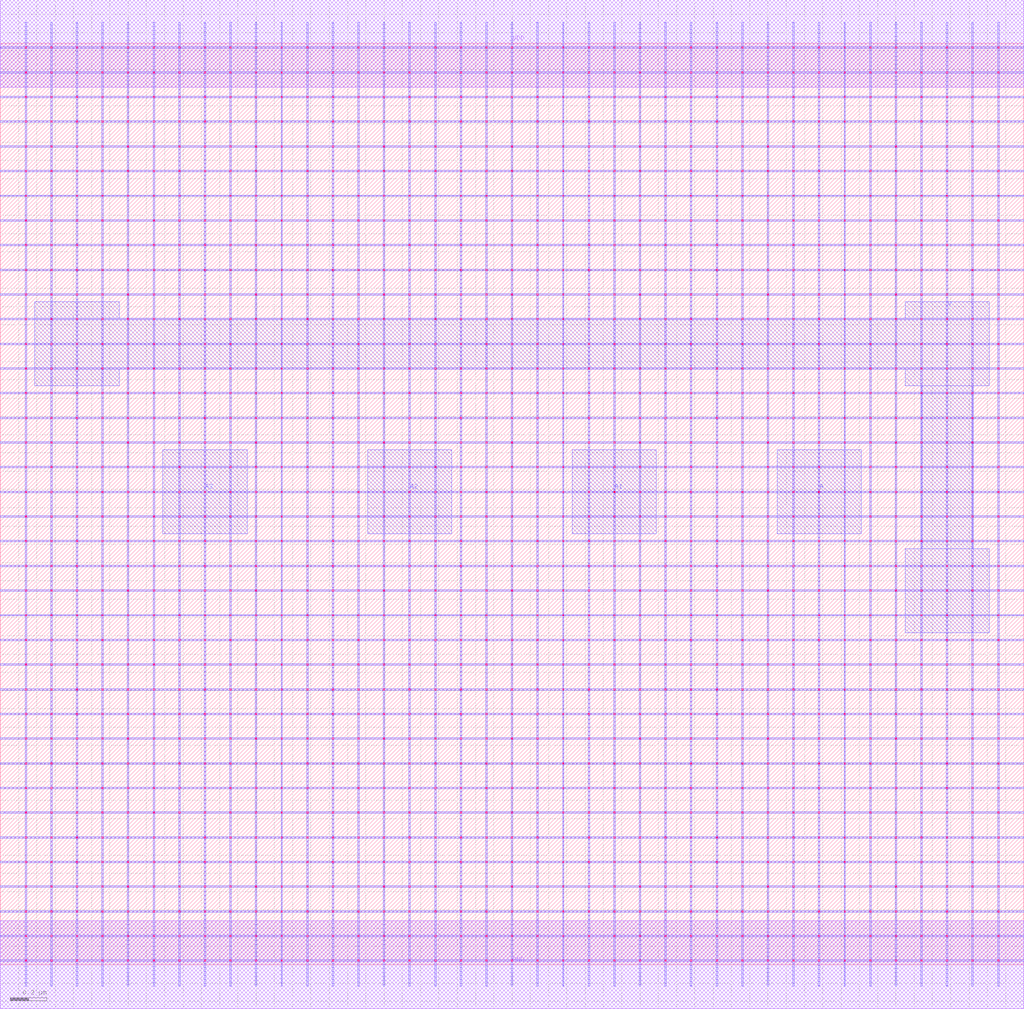
<source format=lef>
MACRO NAND4_DEBUG
 CLASS CORE ;
 FOREIGN NAND4_DEBUG 0 0 ;
 SIZE 5.6000000000000005 BY 5.04 ;
 ORIGIN 0 0 ;
 SYMMETRY X Y R90 ;
 SITE unit ;
  PIN VDD
   DIRECTION INOUT ;
   USE SIGNAL ;
   SHAPE ABUTMENT ;
    PORT
     CLASS CORE ;
       LAYER met1 ;
        RECT 0.00000000 4.80000000 5.60000000 5.28000000 ;
    END
  END VDD

  PIN GND
   DIRECTION INOUT ;
   USE SIGNAL ;
   SHAPE ABUTMENT ;
    PORT
     CLASS CORE ;
       LAYER met1 ;
        RECT 0.00000000 -0.24000000 5.60000000 0.24000000 ;
    END
  END GND

  PIN Y
   DIRECTION INOUT ;
   USE SIGNAL ;
   SHAPE ABUTMENT ;
    PORT
     CLASS CORE ;
       LAYER met2 ;
        RECT 4.95000000 1.81700000 5.41000000 2.27700000 ;
        RECT 5.04000000 2.27700000 5.32000000 3.16700000 ;
        RECT 0.19000000 3.16700000 0.65000000 3.25700000 ;
        RECT 4.95000000 3.16700000 5.41000000 3.25700000 ;
        RECT 0.19000000 3.25700000 5.41000000 3.53700000 ;
        RECT 0.19000000 3.53700000 0.65000000 3.62700000 ;
        RECT 4.95000000 3.53700000 5.41000000 3.62700000 ;
    END
  END Y

  PIN A
   DIRECTION INOUT ;
   USE SIGNAL ;
   SHAPE ABUTMENT ;
    PORT
     CLASS CORE ;
       LAYER met2 ;
        RECT 4.25000000 2.35700000 4.71000000 2.81700000 ;
    END
  END A

  PIN A3
   DIRECTION INOUT ;
   USE SIGNAL ;
   SHAPE ABUTMENT ;
    PORT
     CLASS CORE ;
       LAYER met2 ;
        RECT 0.89000000 2.35700000 1.35000000 2.81700000 ;
    END
  END A3

  PIN A1
   DIRECTION INOUT ;
   USE SIGNAL ;
   SHAPE ABUTMENT ;
    PORT
     CLASS CORE ;
       LAYER met2 ;
        RECT 3.13000000 2.35700000 3.59000000 2.81700000 ;
    END
  END A1

  PIN A2
   DIRECTION INOUT ;
   USE SIGNAL ;
   SHAPE ABUTMENT ;
    PORT
     CLASS CORE ;
       LAYER met2 ;
        RECT 2.01000000 2.35700000 2.47000000 2.81700000 ;
    END
  END A2

 OBS
    LAYER polycont ;
     RECT 1.11600000 2.58300000 1.12400000 2.59100000 ;
     RECT 2.23600000 2.58300000 2.24400000 2.59100000 ;
     RECT 3.35600000 2.58300000 3.36400000 2.59100000 ;
     RECT 4.47600000 2.58300000 4.48400000 2.59100000 ;
     RECT 1.11600000 2.98800000 1.12400000 2.99600000 ;
     RECT 2.23600000 2.98800000 2.24400000 2.99600000 ;
     RECT 3.35600000 2.98800000 3.36400000 2.99600000 ;
     RECT 4.47600000 2.98800000 4.48400000 2.99600000 ;

    LAYER pdiffc ;
     RECT 0.41600000 3.39300000 0.42400000 3.40100000 ;
     RECT 5.17600000 3.39300000 5.18400000 3.40100000 ;
     RECT 0.41600000 3.52800000 0.42400000 3.53600000 ;
     RECT 5.17600000 3.52800000 5.18400000 3.53600000 ;
     RECT 0.41600000 3.66300000 0.42400000 3.67100000 ;
     RECT 5.17600000 3.66300000 5.18400000 3.67100000 ;
     RECT 0.41600000 3.79800000 0.42400000 3.80600000 ;
     RECT 5.17600000 3.79800000 5.18400000 3.80600000 ;
     RECT 0.41600000 3.93300000 0.42400000 3.94100000 ;
     RECT 5.17600000 3.93300000 5.18400000 3.94100000 ;
     RECT 0.41600000 4.06800000 0.42400000 4.07600000 ;
     RECT 5.17600000 4.06800000 5.18400000 4.07600000 ;
     RECT 0.41600000 4.20300000 0.42400000 4.21100000 ;
     RECT 5.17600000 4.20300000 5.18400000 4.21100000 ;
     RECT 0.41600000 4.33800000 0.42400000 4.34600000 ;
     RECT 5.17600000 4.33800000 5.18400000 4.34600000 ;
     RECT 0.41600000 4.47300000 0.42400000 4.48100000 ;
     RECT 5.17600000 4.47300000 5.18400000 4.48100000 ;
     RECT 0.41600000 4.60800000 0.42400000 4.61600000 ;
     RECT 5.17600000 4.60800000 5.18400000 4.61600000 ;

    LAYER ndiffc ;
     RECT 0.41600000 0.42300000 0.42400000 0.43100000 ;
     RECT 0.55600000 0.42300000 0.56400000 0.43100000 ;
     RECT 1.67600000 0.42300000 1.68400000 0.43100000 ;
     RECT 2.79600000 0.42300000 2.80400000 0.43100000 ;
     RECT 3.91600000 0.42300000 3.92400000 0.43100000 ;
     RECT 5.03600000 0.42300000 5.04400000 0.43100000 ;
     RECT 5.17600000 0.42300000 5.18400000 0.43100000 ;
     RECT 0.41600000 0.55800000 0.42400000 0.56600000 ;
     RECT 0.55600000 0.55800000 0.56400000 0.56600000 ;
     RECT 1.67600000 0.55800000 1.68400000 0.56600000 ;
     RECT 2.79600000 0.55800000 2.80400000 0.56600000 ;
     RECT 3.91600000 0.55800000 3.92400000 0.56600000 ;
     RECT 5.03600000 0.55800000 5.04400000 0.56600000 ;
     RECT 5.17600000 0.55800000 5.18400000 0.56600000 ;
     RECT 0.41600000 0.69300000 0.42400000 0.70100000 ;
     RECT 0.55600000 0.69300000 0.56400000 0.70100000 ;
     RECT 1.67600000 0.69300000 1.68400000 0.70100000 ;
     RECT 2.79600000 0.69300000 2.80400000 0.70100000 ;
     RECT 3.91600000 0.69300000 3.92400000 0.70100000 ;
     RECT 5.03600000 0.69300000 5.04400000 0.70100000 ;
     RECT 5.17600000 0.69300000 5.18400000 0.70100000 ;
     RECT 0.41600000 0.82800000 0.42400000 0.83600000 ;
     RECT 0.55600000 0.82800000 0.56400000 0.83600000 ;
     RECT 1.67600000 0.82800000 1.68400000 0.83600000 ;
     RECT 2.79600000 0.82800000 2.80400000 0.83600000 ;
     RECT 3.91600000 0.82800000 3.92400000 0.83600000 ;
     RECT 5.03600000 0.82800000 5.04400000 0.83600000 ;
     RECT 5.17600000 0.82800000 5.18400000 0.83600000 ;
     RECT 0.41600000 0.96300000 0.42400000 0.97100000 ;
     RECT 0.55600000 0.96300000 0.56400000 0.97100000 ;
     RECT 1.67600000 0.96300000 1.68400000 0.97100000 ;
     RECT 2.79600000 0.96300000 2.80400000 0.97100000 ;
     RECT 3.91600000 0.96300000 3.92400000 0.97100000 ;
     RECT 5.03600000 0.96300000 5.04400000 0.97100000 ;
     RECT 5.17600000 0.96300000 5.18400000 0.97100000 ;
     RECT 0.41600000 1.09800000 0.42400000 1.10600000 ;
     RECT 0.55600000 1.09800000 0.56400000 1.10600000 ;
     RECT 1.67600000 1.09800000 1.68400000 1.10600000 ;
     RECT 2.79600000 1.09800000 2.80400000 1.10600000 ;
     RECT 3.91600000 1.09800000 3.92400000 1.10600000 ;
     RECT 5.03600000 1.09800000 5.04400000 1.10600000 ;
     RECT 5.17600000 1.09800000 5.18400000 1.10600000 ;
     RECT 0.41600000 1.23300000 0.42400000 1.24100000 ;
     RECT 0.55600000 1.23300000 0.56400000 1.24100000 ;
     RECT 1.67600000 1.23300000 1.68400000 1.24100000 ;
     RECT 2.79600000 1.23300000 2.80400000 1.24100000 ;
     RECT 3.91600000 1.23300000 3.92400000 1.24100000 ;
     RECT 5.03600000 1.23300000 5.04400000 1.24100000 ;
     RECT 5.17600000 1.23300000 5.18400000 1.24100000 ;
     RECT 0.41600000 1.36800000 0.42400000 1.37600000 ;
     RECT 0.55600000 1.36800000 0.56400000 1.37600000 ;
     RECT 1.67600000 1.36800000 1.68400000 1.37600000 ;
     RECT 2.79600000 1.36800000 2.80400000 1.37600000 ;
     RECT 3.91600000 1.36800000 3.92400000 1.37600000 ;
     RECT 5.03600000 1.36800000 5.04400000 1.37600000 ;
     RECT 5.17600000 1.36800000 5.18400000 1.37600000 ;
     RECT 0.41600000 1.50300000 0.42400000 1.51100000 ;
     RECT 0.55600000 1.50300000 0.56400000 1.51100000 ;
     RECT 1.67600000 1.50300000 1.68400000 1.51100000 ;
     RECT 2.79600000 1.50300000 2.80400000 1.51100000 ;
     RECT 3.91600000 1.50300000 3.92400000 1.51100000 ;
     RECT 5.03600000 1.50300000 5.04400000 1.51100000 ;
     RECT 5.17600000 1.50300000 5.18400000 1.51100000 ;
     RECT 0.41600000 1.63800000 0.42400000 1.64600000 ;
     RECT 0.55600000 1.63800000 0.56400000 1.64600000 ;
     RECT 1.67600000 1.63800000 1.68400000 1.64600000 ;
     RECT 2.79600000 1.63800000 2.80400000 1.64600000 ;
     RECT 3.91600000 1.63800000 3.92400000 1.64600000 ;
     RECT 5.03600000 1.63800000 5.04400000 1.64600000 ;
     RECT 5.17600000 1.63800000 5.18400000 1.64600000 ;
     RECT 0.41600000 1.77300000 0.42400000 1.78100000 ;
     RECT 0.55600000 1.77300000 0.56400000 1.78100000 ;
     RECT 1.67600000 1.77300000 1.68400000 1.78100000 ;
     RECT 2.79600000 1.77300000 2.80400000 1.78100000 ;
     RECT 3.91600000 1.77300000 3.92400000 1.78100000 ;
     RECT 5.03600000 1.77300000 5.04400000 1.78100000 ;
     RECT 5.17600000 1.77300000 5.18400000 1.78100000 ;
     RECT 0.41600000 1.90800000 0.42400000 1.91600000 ;
     RECT 0.55600000 1.90800000 0.56400000 1.91600000 ;
     RECT 1.67600000 1.90800000 1.68400000 1.91600000 ;
     RECT 2.79600000 1.90800000 2.80400000 1.91600000 ;
     RECT 3.91600000 1.90800000 3.92400000 1.91600000 ;
     RECT 5.03600000 1.90800000 5.04400000 1.91600000 ;
     RECT 5.17600000 1.90800000 5.18400000 1.91600000 ;
     RECT 0.41600000 2.04300000 0.42400000 2.05100000 ;
     RECT 0.55600000 2.04300000 0.56400000 2.05100000 ;
     RECT 1.67600000 2.04300000 1.68400000 2.05100000 ;
     RECT 2.79600000 2.04300000 2.80400000 2.05100000 ;
     RECT 3.91600000 2.04300000 3.92400000 2.05100000 ;
     RECT 5.03600000 2.04300000 5.04400000 2.05100000 ;
     RECT 5.17600000 2.04300000 5.18400000 2.05100000 ;

    LAYER met1 ;
     RECT 0.00000000 -0.24000000 5.60000000 0.24000000 ;
     RECT 2.79600000 0.24000000 2.80400000 0.28800000 ;
     RECT 0.02500000 0.28800000 5.57500000 0.29600000 ;
     RECT 2.79600000 0.29600000 2.80400000 0.42300000 ;
     RECT 0.02500000 0.42300000 5.57500000 0.43100000 ;
     RECT 2.79600000 0.43100000 2.80400000 0.55800000 ;
     RECT 0.02500000 0.55800000 5.57500000 0.56600000 ;
     RECT 2.79600000 0.56600000 2.80400000 0.69300000 ;
     RECT 0.02500000 0.69300000 5.57500000 0.70100000 ;
     RECT 2.79600000 0.70100000 2.80400000 0.82800000 ;
     RECT 0.02500000 0.82800000 5.57500000 0.83600000 ;
     RECT 2.79600000 0.83600000 2.80400000 0.96300000 ;
     RECT 0.02500000 0.96300000 5.57500000 0.97100000 ;
     RECT 2.79600000 0.97100000 2.80400000 1.09800000 ;
     RECT 0.02500000 1.09800000 5.57500000 1.10600000 ;
     RECT 2.79600000 1.10600000 2.80400000 1.23300000 ;
     RECT 0.02500000 1.23300000 5.57500000 1.24100000 ;
     RECT 2.79600000 1.24100000 2.80400000 1.36800000 ;
     RECT 0.02500000 1.36800000 5.57500000 1.37600000 ;
     RECT 2.79600000 1.37600000 2.80400000 1.50300000 ;
     RECT 0.02500000 1.50300000 5.57500000 1.51100000 ;
     RECT 2.79600000 1.51100000 2.80400000 1.63800000 ;
     RECT 0.02500000 1.63800000 5.57500000 1.64600000 ;
     RECT 2.79600000 1.64600000 2.80400000 1.77300000 ;
     RECT 0.02500000 1.77300000 5.57500000 1.78100000 ;
     RECT 2.79600000 1.78100000 2.80400000 1.90800000 ;
     RECT 0.02500000 1.90800000 5.57500000 1.91600000 ;
     RECT 2.79600000 1.91600000 2.80400000 2.04300000 ;
     RECT 0.02500000 2.04300000 5.57500000 2.05100000 ;
     RECT 2.79600000 2.05100000 2.80400000 2.17800000 ;
     RECT 0.02500000 2.17800000 5.57500000 2.18600000 ;
     RECT 2.79600000 2.18600000 2.80400000 2.31300000 ;
     RECT 0.02500000 2.31300000 5.57500000 2.32100000 ;
     RECT 2.79600000 2.32100000 2.80400000 2.44800000 ;
     RECT 0.02500000 2.44800000 5.57500000 2.45600000 ;
     RECT 0.13600000 2.45600000 0.14400000 2.58300000 ;
     RECT 0.27600000 2.45600000 0.28400000 2.58300000 ;
     RECT 0.41600000 2.45600000 0.42400000 2.58300000 ;
     RECT 0.55600000 2.45600000 0.56400000 2.58300000 ;
     RECT 0.69600000 2.45600000 0.70400000 2.58300000 ;
     RECT 0.83600000 2.45600000 0.84400000 2.58300000 ;
     RECT 0.97600000 2.45600000 0.98400000 2.58300000 ;
     RECT 1.11600000 2.45600000 1.12400000 2.58300000 ;
     RECT 1.25600000 2.45600000 1.26400000 2.58300000 ;
     RECT 1.39600000 2.45600000 1.40400000 2.58300000 ;
     RECT 1.53600000 2.45600000 1.54400000 2.58300000 ;
     RECT 1.67600000 2.45600000 1.68400000 2.58300000 ;
     RECT 1.81600000 2.45600000 1.82400000 2.58300000 ;
     RECT 1.95600000 2.45600000 1.96400000 2.58300000 ;
     RECT 2.09600000 2.45600000 2.10400000 2.58300000 ;
     RECT 2.23600000 2.45600000 2.24400000 2.58300000 ;
     RECT 2.37600000 2.45600000 2.38400000 2.58300000 ;
     RECT 2.51600000 2.45600000 2.52400000 2.58300000 ;
     RECT 2.65600000 2.45600000 2.66400000 2.58300000 ;
     RECT 2.79600000 2.45600000 2.80400000 2.58300000 ;
     RECT 2.93600000 2.45600000 2.94400000 2.58300000 ;
     RECT 3.07600000 2.45600000 3.08400000 2.58300000 ;
     RECT 3.21600000 2.45600000 3.22400000 2.58300000 ;
     RECT 3.35600000 2.45600000 3.36400000 2.58300000 ;
     RECT 3.49600000 2.45600000 3.50400000 2.58300000 ;
     RECT 3.63600000 2.45600000 3.64400000 2.58300000 ;
     RECT 3.77600000 2.45600000 3.78400000 2.58300000 ;
     RECT 3.91600000 2.45600000 3.92400000 2.58300000 ;
     RECT 4.05600000 2.45600000 4.06400000 2.58300000 ;
     RECT 4.19600000 2.45600000 4.20400000 2.58300000 ;
     RECT 4.33600000 2.45600000 4.34400000 2.58300000 ;
     RECT 4.47600000 2.45600000 4.48400000 2.58300000 ;
     RECT 4.61600000 2.45600000 4.62400000 2.58300000 ;
     RECT 4.75600000 2.45600000 4.76400000 2.58300000 ;
     RECT 4.89600000 2.45600000 4.90400000 2.58300000 ;
     RECT 5.03600000 2.45600000 5.04400000 2.58300000 ;
     RECT 5.17600000 2.45600000 5.18400000 2.58300000 ;
     RECT 5.31600000 2.45600000 5.32400000 2.58300000 ;
     RECT 5.45600000 2.45600000 5.46400000 2.58300000 ;
     RECT 0.02500000 2.58300000 5.57500000 2.59100000 ;
     RECT 2.79600000 2.59100000 2.80400000 2.71800000 ;
     RECT 0.02500000 2.71800000 5.57500000 2.72600000 ;
     RECT 2.79600000 2.72600000 2.80400000 2.85300000 ;
     RECT 0.02500000 2.85300000 5.57500000 2.86100000 ;
     RECT 2.79600000 2.86100000 2.80400000 2.98800000 ;
     RECT 0.02500000 2.98800000 5.57500000 2.99600000 ;
     RECT 2.79600000 2.99600000 2.80400000 3.12300000 ;
     RECT 0.02500000 3.12300000 5.57500000 3.13100000 ;
     RECT 2.79600000 3.13100000 2.80400000 3.25800000 ;
     RECT 0.02500000 3.25800000 5.57500000 3.26600000 ;
     RECT 2.79600000 3.26600000 2.80400000 3.39300000 ;
     RECT 0.02500000 3.39300000 5.57500000 3.40100000 ;
     RECT 2.79600000 3.40100000 2.80400000 3.52800000 ;
     RECT 0.02500000 3.52800000 5.57500000 3.53600000 ;
     RECT 2.79600000 3.53600000 2.80400000 3.66300000 ;
     RECT 0.02500000 3.66300000 5.57500000 3.67100000 ;
     RECT 2.79600000 3.67100000 2.80400000 3.79800000 ;
     RECT 0.02500000 3.79800000 5.57500000 3.80600000 ;
     RECT 2.79600000 3.80600000 2.80400000 3.93300000 ;
     RECT 0.02500000 3.93300000 5.57500000 3.94100000 ;
     RECT 2.79600000 3.94100000 2.80400000 4.06800000 ;
     RECT 0.02500000 4.06800000 5.57500000 4.07600000 ;
     RECT 2.79600000 4.07600000 2.80400000 4.20300000 ;
     RECT 0.02500000 4.20300000 5.57500000 4.21100000 ;
     RECT 2.79600000 4.21100000 2.80400000 4.33800000 ;
     RECT 0.02500000 4.33800000 5.57500000 4.34600000 ;
     RECT 2.79600000 4.34600000 2.80400000 4.47300000 ;
     RECT 0.02500000 4.47300000 5.57500000 4.48100000 ;
     RECT 2.79600000 4.48100000 2.80400000 4.60800000 ;
     RECT 0.02500000 4.60800000 5.57500000 4.61600000 ;
     RECT 2.79600000 4.61600000 2.80400000 4.74300000 ;
     RECT 0.02500000 4.74300000 5.57500000 4.75100000 ;
     RECT 2.79600000 4.75100000 2.80400000 4.80000000 ;
     RECT 0.00000000 4.80000000 5.60000000 5.28000000 ;
     RECT 4.19600000 2.86100000 4.20400000 2.98800000 ;
     RECT 4.19600000 2.99600000 4.20400000 3.12300000 ;
     RECT 4.19600000 3.13100000 4.20400000 3.25800000 ;
     RECT 4.19600000 2.59100000 4.20400000 2.71800000 ;
     RECT 4.19600000 3.26600000 4.20400000 3.39300000 ;
     RECT 4.19600000 3.40100000 4.20400000 3.52800000 ;
     RECT 4.19600000 3.53600000 4.20400000 3.66300000 ;
     RECT 4.19600000 3.67100000 4.20400000 3.79800000 ;
     RECT 2.93600000 3.80600000 2.94400000 3.93300000 ;
     RECT 3.07600000 3.80600000 3.08400000 3.93300000 ;
     RECT 3.21600000 3.80600000 3.22400000 3.93300000 ;
     RECT 3.35600000 3.80600000 3.36400000 3.93300000 ;
     RECT 3.49600000 3.80600000 3.50400000 3.93300000 ;
     RECT 3.63600000 3.80600000 3.64400000 3.93300000 ;
     RECT 3.77600000 3.80600000 3.78400000 3.93300000 ;
     RECT 3.91600000 3.80600000 3.92400000 3.93300000 ;
     RECT 4.05600000 3.80600000 4.06400000 3.93300000 ;
     RECT 4.19600000 3.80600000 4.20400000 3.93300000 ;
     RECT 4.33600000 3.80600000 4.34400000 3.93300000 ;
     RECT 4.47600000 3.80600000 4.48400000 3.93300000 ;
     RECT 4.61600000 3.80600000 4.62400000 3.93300000 ;
     RECT 4.75600000 3.80600000 4.76400000 3.93300000 ;
     RECT 4.89600000 3.80600000 4.90400000 3.93300000 ;
     RECT 5.03600000 3.80600000 5.04400000 3.93300000 ;
     RECT 5.17600000 3.80600000 5.18400000 3.93300000 ;
     RECT 5.31600000 3.80600000 5.32400000 3.93300000 ;
     RECT 5.45600000 3.80600000 5.46400000 3.93300000 ;
     RECT 4.19600000 3.94100000 4.20400000 4.06800000 ;
     RECT 4.19600000 4.07600000 4.20400000 4.20300000 ;
     RECT 4.19600000 4.21100000 4.20400000 4.33800000 ;
     RECT 4.19600000 4.34600000 4.20400000 4.47300000 ;
     RECT 4.19600000 4.48100000 4.20400000 4.60800000 ;
     RECT 4.19600000 4.61600000 4.20400000 4.74300000 ;
     RECT 4.19600000 2.72600000 4.20400000 2.85300000 ;
     RECT 4.19600000 4.75100000 4.20400000 4.80000000 ;
     RECT 5.31600000 3.94100000 5.32400000 4.06800000 ;
     RECT 5.45600000 3.94100000 5.46400000 4.06800000 ;
     RECT 4.33600000 3.94100000 4.34400000 4.06800000 ;
     RECT 4.33600000 4.07600000 4.34400000 4.20300000 ;
     RECT 4.47600000 4.07600000 4.48400000 4.20300000 ;
     RECT 4.61600000 4.07600000 4.62400000 4.20300000 ;
     RECT 4.75600000 4.07600000 4.76400000 4.20300000 ;
     RECT 4.89600000 4.07600000 4.90400000 4.20300000 ;
     RECT 5.03600000 4.07600000 5.04400000 4.20300000 ;
     RECT 5.17600000 4.07600000 5.18400000 4.20300000 ;
     RECT 5.31600000 4.07600000 5.32400000 4.20300000 ;
     RECT 5.45600000 4.07600000 5.46400000 4.20300000 ;
     RECT 4.47600000 3.94100000 4.48400000 4.06800000 ;
     RECT 4.33600000 4.21100000 4.34400000 4.33800000 ;
     RECT 4.47600000 4.21100000 4.48400000 4.33800000 ;
     RECT 4.61600000 4.21100000 4.62400000 4.33800000 ;
     RECT 4.75600000 4.21100000 4.76400000 4.33800000 ;
     RECT 4.89600000 4.21100000 4.90400000 4.33800000 ;
     RECT 5.03600000 4.21100000 5.04400000 4.33800000 ;
     RECT 5.17600000 4.21100000 5.18400000 4.33800000 ;
     RECT 5.31600000 4.21100000 5.32400000 4.33800000 ;
     RECT 5.45600000 4.21100000 5.46400000 4.33800000 ;
     RECT 4.61600000 3.94100000 4.62400000 4.06800000 ;
     RECT 4.33600000 4.34600000 4.34400000 4.47300000 ;
     RECT 4.47600000 4.34600000 4.48400000 4.47300000 ;
     RECT 4.61600000 4.34600000 4.62400000 4.47300000 ;
     RECT 4.75600000 4.34600000 4.76400000 4.47300000 ;
     RECT 4.89600000 4.34600000 4.90400000 4.47300000 ;
     RECT 5.03600000 4.34600000 5.04400000 4.47300000 ;
     RECT 5.17600000 4.34600000 5.18400000 4.47300000 ;
     RECT 5.31600000 4.34600000 5.32400000 4.47300000 ;
     RECT 5.45600000 4.34600000 5.46400000 4.47300000 ;
     RECT 4.75600000 3.94100000 4.76400000 4.06800000 ;
     RECT 4.33600000 4.48100000 4.34400000 4.60800000 ;
     RECT 4.47600000 4.48100000 4.48400000 4.60800000 ;
     RECT 4.61600000 4.48100000 4.62400000 4.60800000 ;
     RECT 4.75600000 4.48100000 4.76400000 4.60800000 ;
     RECT 4.89600000 4.48100000 4.90400000 4.60800000 ;
     RECT 5.03600000 4.48100000 5.04400000 4.60800000 ;
     RECT 5.17600000 4.48100000 5.18400000 4.60800000 ;
     RECT 5.31600000 4.48100000 5.32400000 4.60800000 ;
     RECT 5.45600000 4.48100000 5.46400000 4.60800000 ;
     RECT 4.89600000 3.94100000 4.90400000 4.06800000 ;
     RECT 4.33600000 4.61600000 4.34400000 4.74300000 ;
     RECT 4.47600000 4.61600000 4.48400000 4.74300000 ;
     RECT 4.61600000 4.61600000 4.62400000 4.74300000 ;
     RECT 4.75600000 4.61600000 4.76400000 4.74300000 ;
     RECT 4.89600000 4.61600000 4.90400000 4.74300000 ;
     RECT 5.03600000 4.61600000 5.04400000 4.74300000 ;
     RECT 5.17600000 4.61600000 5.18400000 4.74300000 ;
     RECT 5.31600000 4.61600000 5.32400000 4.74300000 ;
     RECT 5.45600000 4.61600000 5.46400000 4.74300000 ;
     RECT 5.03600000 3.94100000 5.04400000 4.06800000 ;
     RECT 5.17600000 3.94100000 5.18400000 4.06800000 ;
     RECT 4.33600000 4.75100000 4.34400000 4.80000000 ;
     RECT 4.47600000 4.75100000 4.48400000 4.80000000 ;
     RECT 4.61600000 4.75100000 4.62400000 4.80000000 ;
     RECT 4.75600000 4.75100000 4.76400000 4.80000000 ;
     RECT 4.89600000 4.75100000 4.90400000 4.80000000 ;
     RECT 5.03600000 4.75100000 5.04400000 4.80000000 ;
     RECT 5.17600000 4.75100000 5.18400000 4.80000000 ;
     RECT 5.31600000 4.75100000 5.32400000 4.80000000 ;
     RECT 5.45600000 4.75100000 5.46400000 4.80000000 ;
     RECT 4.05600000 3.94100000 4.06400000 4.06800000 ;
     RECT 2.93600000 3.94100000 2.94400000 4.06800000 ;
     RECT 2.93600000 4.07600000 2.94400000 4.20300000 ;
     RECT 2.93600000 4.21100000 2.94400000 4.33800000 ;
     RECT 3.07600000 4.21100000 3.08400000 4.33800000 ;
     RECT 2.93600000 4.48100000 2.94400000 4.60800000 ;
     RECT 3.07600000 4.48100000 3.08400000 4.60800000 ;
     RECT 3.21600000 4.48100000 3.22400000 4.60800000 ;
     RECT 3.35600000 4.48100000 3.36400000 4.60800000 ;
     RECT 3.49600000 4.48100000 3.50400000 4.60800000 ;
     RECT 3.63600000 4.48100000 3.64400000 4.60800000 ;
     RECT 3.77600000 4.48100000 3.78400000 4.60800000 ;
     RECT 3.91600000 4.48100000 3.92400000 4.60800000 ;
     RECT 4.05600000 4.48100000 4.06400000 4.60800000 ;
     RECT 3.21600000 4.21100000 3.22400000 4.33800000 ;
     RECT 3.35600000 4.21100000 3.36400000 4.33800000 ;
     RECT 3.49600000 4.21100000 3.50400000 4.33800000 ;
     RECT 3.63600000 4.21100000 3.64400000 4.33800000 ;
     RECT 3.77600000 4.21100000 3.78400000 4.33800000 ;
     RECT 3.91600000 4.21100000 3.92400000 4.33800000 ;
     RECT 4.05600000 4.21100000 4.06400000 4.33800000 ;
     RECT 3.07600000 4.07600000 3.08400000 4.20300000 ;
     RECT 3.21600000 4.07600000 3.22400000 4.20300000 ;
     RECT 3.35600000 4.07600000 3.36400000 4.20300000 ;
     RECT 2.93600000 4.61600000 2.94400000 4.74300000 ;
     RECT 3.07600000 4.61600000 3.08400000 4.74300000 ;
     RECT 3.21600000 4.61600000 3.22400000 4.74300000 ;
     RECT 3.35600000 4.61600000 3.36400000 4.74300000 ;
     RECT 3.49600000 4.61600000 3.50400000 4.74300000 ;
     RECT 3.63600000 4.61600000 3.64400000 4.74300000 ;
     RECT 3.77600000 4.61600000 3.78400000 4.74300000 ;
     RECT 3.91600000 4.61600000 3.92400000 4.74300000 ;
     RECT 4.05600000 4.61600000 4.06400000 4.74300000 ;
     RECT 3.49600000 4.07600000 3.50400000 4.20300000 ;
     RECT 3.63600000 4.07600000 3.64400000 4.20300000 ;
     RECT 3.77600000 4.07600000 3.78400000 4.20300000 ;
     RECT 3.91600000 4.07600000 3.92400000 4.20300000 ;
     RECT 4.05600000 4.07600000 4.06400000 4.20300000 ;
     RECT 3.07600000 3.94100000 3.08400000 4.06800000 ;
     RECT 3.21600000 3.94100000 3.22400000 4.06800000 ;
     RECT 2.93600000 4.34600000 2.94400000 4.47300000 ;
     RECT 3.07600000 4.34600000 3.08400000 4.47300000 ;
     RECT 3.21600000 4.34600000 3.22400000 4.47300000 ;
     RECT 3.35600000 4.34600000 3.36400000 4.47300000 ;
     RECT 2.93600000 4.75100000 2.94400000 4.80000000 ;
     RECT 3.07600000 4.75100000 3.08400000 4.80000000 ;
     RECT 3.21600000 4.75100000 3.22400000 4.80000000 ;
     RECT 3.35600000 4.75100000 3.36400000 4.80000000 ;
     RECT 3.49600000 4.75100000 3.50400000 4.80000000 ;
     RECT 3.63600000 4.75100000 3.64400000 4.80000000 ;
     RECT 3.77600000 4.75100000 3.78400000 4.80000000 ;
     RECT 3.91600000 4.75100000 3.92400000 4.80000000 ;
     RECT 4.05600000 4.75100000 4.06400000 4.80000000 ;
     RECT 3.49600000 4.34600000 3.50400000 4.47300000 ;
     RECT 3.63600000 4.34600000 3.64400000 4.47300000 ;
     RECT 3.77600000 4.34600000 3.78400000 4.47300000 ;
     RECT 3.91600000 4.34600000 3.92400000 4.47300000 ;
     RECT 4.05600000 4.34600000 4.06400000 4.47300000 ;
     RECT 3.35600000 3.94100000 3.36400000 4.06800000 ;
     RECT 3.49600000 3.94100000 3.50400000 4.06800000 ;
     RECT 3.63600000 3.94100000 3.64400000 4.06800000 ;
     RECT 3.77600000 3.94100000 3.78400000 4.06800000 ;
     RECT 3.91600000 3.94100000 3.92400000 4.06800000 ;
     RECT 2.93600000 2.99600000 2.94400000 3.12300000 ;
     RECT 3.07600000 2.99600000 3.08400000 3.12300000 ;
     RECT 3.21600000 2.99600000 3.22400000 3.12300000 ;
     RECT 3.35600000 2.99600000 3.36400000 3.12300000 ;
     RECT 3.49600000 2.99600000 3.50400000 3.12300000 ;
     RECT 3.63600000 2.99600000 3.64400000 3.12300000 ;
     RECT 3.77600000 2.99600000 3.78400000 3.12300000 ;
     RECT 3.91600000 2.99600000 3.92400000 3.12300000 ;
     RECT 4.05600000 2.99600000 4.06400000 3.12300000 ;
     RECT 3.35600000 2.59100000 3.36400000 2.71800000 ;
     RECT 3.77600000 2.59100000 3.78400000 2.71800000 ;
     RECT 3.91600000 2.59100000 3.92400000 2.71800000 ;
     RECT 2.93600000 3.13100000 2.94400000 3.25800000 ;
     RECT 2.93600000 2.59100000 2.94400000 2.71800000 ;
     RECT 3.07600000 3.13100000 3.08400000 3.25800000 ;
     RECT 3.21600000 3.13100000 3.22400000 3.25800000 ;
     RECT 3.35600000 3.13100000 3.36400000 3.25800000 ;
     RECT 3.49600000 3.13100000 3.50400000 3.25800000 ;
     RECT 3.63600000 3.13100000 3.64400000 3.25800000 ;
     RECT 3.63600000 2.72600000 3.64400000 2.85300000 ;
     RECT 3.77600000 2.72600000 3.78400000 2.85300000 ;
     RECT 3.77600000 3.13100000 3.78400000 3.25800000 ;
     RECT 3.91600000 3.13100000 3.92400000 3.25800000 ;
     RECT 4.05600000 3.13100000 4.06400000 3.25800000 ;
     RECT 2.93600000 2.86100000 2.94400000 2.98800000 ;
     RECT 4.05600000 2.59100000 4.06400000 2.71800000 ;
     RECT 3.07600000 2.86100000 3.08400000 2.98800000 ;
     RECT 2.93600000 3.26600000 2.94400000 3.39300000 ;
     RECT 3.07600000 3.26600000 3.08400000 3.39300000 ;
     RECT 3.21600000 3.26600000 3.22400000 3.39300000 ;
     RECT 3.35600000 3.26600000 3.36400000 3.39300000 ;
     RECT 3.49600000 3.26600000 3.50400000 3.39300000 ;
     RECT 3.63600000 3.26600000 3.64400000 3.39300000 ;
     RECT 3.77600000 3.26600000 3.78400000 3.39300000 ;
     RECT 3.91600000 3.26600000 3.92400000 3.39300000 ;
     RECT 3.07600000 2.59100000 3.08400000 2.71800000 ;
     RECT 2.93600000 2.72600000 2.94400000 2.85300000 ;
     RECT 4.05600000 3.26600000 4.06400000 3.39300000 ;
     RECT 3.21600000 2.86100000 3.22400000 2.98800000 ;
     RECT 2.93600000 3.40100000 2.94400000 3.52800000 ;
     RECT 3.91600000 2.72600000 3.92400000 2.85300000 ;
     RECT 4.05600000 2.72600000 4.06400000 2.85300000 ;
     RECT 3.07600000 3.40100000 3.08400000 3.52800000 ;
     RECT 3.21600000 3.40100000 3.22400000 3.52800000 ;
     RECT 3.35600000 3.40100000 3.36400000 3.52800000 ;
     RECT 3.49600000 3.40100000 3.50400000 3.52800000 ;
     RECT 3.63600000 3.40100000 3.64400000 3.52800000 ;
     RECT 3.77600000 3.40100000 3.78400000 3.52800000 ;
     RECT 3.91600000 3.40100000 3.92400000 3.52800000 ;
     RECT 4.05600000 3.40100000 4.06400000 3.52800000 ;
     RECT 3.35600000 2.86100000 3.36400000 2.98800000 ;
     RECT 2.93600000 3.53600000 2.94400000 3.66300000 ;
     RECT 3.07600000 3.53600000 3.08400000 3.66300000 ;
     RECT 3.21600000 3.53600000 3.22400000 3.66300000 ;
     RECT 3.35600000 3.53600000 3.36400000 3.66300000 ;
     RECT 3.49600000 3.53600000 3.50400000 3.66300000 ;
     RECT 3.63600000 3.53600000 3.64400000 3.66300000 ;
     RECT 3.77600000 3.53600000 3.78400000 3.66300000 ;
     RECT 3.07600000 2.72600000 3.08400000 2.85300000 ;
     RECT 3.21600000 2.72600000 3.22400000 2.85300000 ;
     RECT 3.91600000 3.53600000 3.92400000 3.66300000 ;
     RECT 4.05600000 3.53600000 4.06400000 3.66300000 ;
     RECT 3.49600000 2.86100000 3.50400000 2.98800000 ;
     RECT 2.93600000 3.67100000 2.94400000 3.79800000 ;
     RECT 3.07600000 3.67100000 3.08400000 3.79800000 ;
     RECT 3.21600000 3.67100000 3.22400000 3.79800000 ;
     RECT 3.35600000 3.67100000 3.36400000 3.79800000 ;
     RECT 3.49600000 3.67100000 3.50400000 3.79800000 ;
     RECT 3.63600000 3.67100000 3.64400000 3.79800000 ;
     RECT 3.77600000 3.67100000 3.78400000 3.79800000 ;
     RECT 3.91600000 3.67100000 3.92400000 3.79800000 ;
     RECT 4.05600000 3.67100000 4.06400000 3.79800000 ;
     RECT 3.63600000 2.86100000 3.64400000 2.98800000 ;
     RECT 3.77600000 2.86100000 3.78400000 2.98800000 ;
     RECT 3.91600000 2.86100000 3.92400000 2.98800000 ;
     RECT 4.05600000 2.86100000 4.06400000 2.98800000 ;
     RECT 3.21600000 2.59100000 3.22400000 2.71800000 ;
     RECT 3.49600000 2.59100000 3.50400000 2.71800000 ;
     RECT 3.63600000 2.59100000 3.64400000 2.71800000 ;
     RECT 3.35600000 2.72600000 3.36400000 2.85300000 ;
     RECT 3.49600000 2.72600000 3.50400000 2.85300000 ;
     RECT 4.75600000 3.26600000 4.76400000 3.39300000 ;
     RECT 4.89600000 3.26600000 4.90400000 3.39300000 ;
     RECT 5.03600000 3.26600000 5.04400000 3.39300000 ;
     RECT 5.17600000 3.26600000 5.18400000 3.39300000 ;
     RECT 5.31600000 3.26600000 5.32400000 3.39300000 ;
     RECT 5.45600000 3.26600000 5.46400000 3.39300000 ;
     RECT 4.33600000 2.59100000 4.34400000 2.71800000 ;
     RECT 4.47600000 2.59100000 4.48400000 2.71800000 ;
     RECT 5.45600000 2.99600000 5.46400000 3.12300000 ;
     RECT 5.03600000 2.86100000 5.04400000 2.98800000 ;
     RECT 5.17600000 2.86100000 5.18400000 2.98800000 ;
     RECT 5.31600000 2.86100000 5.32400000 2.98800000 ;
     RECT 5.45600000 2.59100000 5.46400000 2.71800000 ;
     RECT 5.45600000 2.86100000 5.46400000 2.98800000 ;
     RECT 5.31600000 2.72600000 5.32400000 2.85300000 ;
     RECT 5.45600000 2.72600000 5.46400000 2.85300000 ;
     RECT 4.61600000 2.72600000 4.62400000 2.85300000 ;
     RECT 4.75600000 2.72600000 4.76400000 2.85300000 ;
     RECT 4.89600000 2.72600000 4.90400000 2.85300000 ;
     RECT 4.33600000 3.40100000 4.34400000 3.52800000 ;
     RECT 4.47600000 3.40100000 4.48400000 3.52800000 ;
     RECT 4.61600000 3.40100000 4.62400000 3.52800000 ;
     RECT 4.75600000 3.40100000 4.76400000 3.52800000 ;
     RECT 4.89600000 3.40100000 4.90400000 3.52800000 ;
     RECT 5.03600000 3.40100000 5.04400000 3.52800000 ;
     RECT 5.17600000 3.40100000 5.18400000 3.52800000 ;
     RECT 5.31600000 3.40100000 5.32400000 3.52800000 ;
     RECT 5.45600000 3.40100000 5.46400000 3.52800000 ;
     RECT 4.61600000 2.59100000 4.62400000 2.71800000 ;
     RECT 4.75600000 2.59100000 4.76400000 2.71800000 ;
     RECT 5.03600000 2.72600000 5.04400000 2.85300000 ;
     RECT 5.17600000 2.72600000 5.18400000 2.85300000 ;
     RECT 4.33600000 2.86100000 4.34400000 2.98800000 ;
     RECT 4.33600000 3.13100000 4.34400000 3.25800000 ;
     RECT 4.47600000 3.13100000 4.48400000 3.25800000 ;
     RECT 4.61600000 3.13100000 4.62400000 3.25800000 ;
     RECT 4.75600000 3.13100000 4.76400000 3.25800000 ;
     RECT 4.89600000 3.13100000 4.90400000 3.25800000 ;
     RECT 5.03600000 3.13100000 5.04400000 3.25800000 ;
     RECT 5.17600000 3.13100000 5.18400000 3.25800000 ;
     RECT 4.33600000 3.53600000 4.34400000 3.66300000 ;
     RECT 4.47600000 3.53600000 4.48400000 3.66300000 ;
     RECT 4.61600000 3.53600000 4.62400000 3.66300000 ;
     RECT 4.75600000 3.53600000 4.76400000 3.66300000 ;
     RECT 4.89600000 3.53600000 4.90400000 3.66300000 ;
     RECT 5.03600000 3.53600000 5.04400000 3.66300000 ;
     RECT 5.17600000 3.53600000 5.18400000 3.66300000 ;
     RECT 5.31600000 3.53600000 5.32400000 3.66300000 ;
     RECT 5.45600000 3.53600000 5.46400000 3.66300000 ;
     RECT 4.89600000 2.59100000 4.90400000 2.71800000 ;
     RECT 5.03600000 2.59100000 5.04400000 2.71800000 ;
     RECT 5.31600000 3.13100000 5.32400000 3.25800000 ;
     RECT 5.45600000 3.13100000 5.46400000 3.25800000 ;
     RECT 4.47600000 2.86100000 4.48400000 2.98800000 ;
     RECT 4.61600000 2.86100000 4.62400000 2.98800000 ;
     RECT 4.75600000 2.86100000 4.76400000 2.98800000 ;
     RECT 4.89600000 2.86100000 4.90400000 2.98800000 ;
     RECT 4.33600000 2.99600000 4.34400000 3.12300000 ;
     RECT 4.47600000 2.99600000 4.48400000 3.12300000 ;
     RECT 4.61600000 2.99600000 4.62400000 3.12300000 ;
     RECT 4.33600000 2.72600000 4.34400000 2.85300000 ;
     RECT 4.75600000 2.99600000 4.76400000 3.12300000 ;
     RECT 4.33600000 3.67100000 4.34400000 3.79800000 ;
     RECT 4.47600000 3.67100000 4.48400000 3.79800000 ;
     RECT 4.61600000 3.67100000 4.62400000 3.79800000 ;
     RECT 4.75600000 3.67100000 4.76400000 3.79800000 ;
     RECT 4.89600000 3.67100000 4.90400000 3.79800000 ;
     RECT 5.03600000 3.67100000 5.04400000 3.79800000 ;
     RECT 5.17600000 3.67100000 5.18400000 3.79800000 ;
     RECT 5.31600000 3.67100000 5.32400000 3.79800000 ;
     RECT 5.45600000 3.67100000 5.46400000 3.79800000 ;
     RECT 5.17600000 2.59100000 5.18400000 2.71800000 ;
     RECT 5.31600000 2.59100000 5.32400000 2.71800000 ;
     RECT 4.89600000 2.99600000 4.90400000 3.12300000 ;
     RECT 5.03600000 2.99600000 5.04400000 3.12300000 ;
     RECT 5.17600000 2.99600000 5.18400000 3.12300000 ;
     RECT 5.31600000 2.99600000 5.32400000 3.12300000 ;
     RECT 4.33600000 3.26600000 4.34400000 3.39300000 ;
     RECT 4.47600000 3.26600000 4.48400000 3.39300000 ;
     RECT 4.61600000 3.26600000 4.62400000 3.39300000 ;
     RECT 4.47600000 2.72600000 4.48400000 2.85300000 ;
     RECT 0.13600000 3.80600000 0.14400000 3.93300000 ;
     RECT 0.27600000 3.80600000 0.28400000 3.93300000 ;
     RECT 0.41600000 3.80600000 0.42400000 3.93300000 ;
     RECT 0.55600000 3.80600000 0.56400000 3.93300000 ;
     RECT 0.69600000 3.80600000 0.70400000 3.93300000 ;
     RECT 0.83600000 3.80600000 0.84400000 3.93300000 ;
     RECT 0.97600000 3.80600000 0.98400000 3.93300000 ;
     RECT 1.11600000 3.80600000 1.12400000 3.93300000 ;
     RECT 1.25600000 3.80600000 1.26400000 3.93300000 ;
     RECT 1.39600000 3.80600000 1.40400000 3.93300000 ;
     RECT 1.53600000 3.80600000 1.54400000 3.93300000 ;
     RECT 1.67600000 3.80600000 1.68400000 3.93300000 ;
     RECT 1.81600000 3.80600000 1.82400000 3.93300000 ;
     RECT 1.95600000 3.80600000 1.96400000 3.93300000 ;
     RECT 2.09600000 3.80600000 2.10400000 3.93300000 ;
     RECT 2.23600000 3.80600000 2.24400000 3.93300000 ;
     RECT 2.37600000 3.80600000 2.38400000 3.93300000 ;
     RECT 2.51600000 3.80600000 2.52400000 3.93300000 ;
     RECT 2.65600000 3.80600000 2.66400000 3.93300000 ;
     RECT 1.39600000 3.26600000 1.40400000 3.39300000 ;
     RECT 1.39600000 3.94100000 1.40400000 4.06800000 ;
     RECT 1.39600000 2.72600000 1.40400000 2.85300000 ;
     RECT 1.39600000 4.07600000 1.40400000 4.20300000 ;
     RECT 1.39600000 3.40100000 1.40400000 3.52800000 ;
     RECT 1.39600000 4.21100000 1.40400000 4.33800000 ;
     RECT 1.39600000 2.99600000 1.40400000 3.12300000 ;
     RECT 1.39600000 4.34600000 1.40400000 4.47300000 ;
     RECT 1.39600000 2.59100000 1.40400000 2.71800000 ;
     RECT 1.39600000 3.53600000 1.40400000 3.66300000 ;
     RECT 1.39600000 4.48100000 1.40400000 4.60800000 ;
     RECT 1.39600000 4.61600000 1.40400000 4.74300000 ;
     RECT 1.39600000 3.67100000 1.40400000 3.79800000 ;
     RECT 1.39600000 4.75100000 1.40400000 4.80000000 ;
     RECT 1.39600000 3.13100000 1.40400000 3.25800000 ;
     RECT 1.39600000 2.86100000 1.40400000 2.98800000 ;
     RECT 1.95600000 4.07600000 1.96400000 4.20300000 ;
     RECT 2.09600000 4.07600000 2.10400000 4.20300000 ;
     RECT 2.23600000 4.07600000 2.24400000 4.20300000 ;
     RECT 2.37600000 4.07600000 2.38400000 4.20300000 ;
     RECT 2.51600000 4.07600000 2.52400000 4.20300000 ;
     RECT 2.65600000 4.07600000 2.66400000 4.20300000 ;
     RECT 1.81600000 3.94100000 1.82400000 4.06800000 ;
     RECT 1.95600000 3.94100000 1.96400000 4.06800000 ;
     RECT 1.53600000 4.21100000 1.54400000 4.33800000 ;
     RECT 1.67600000 4.21100000 1.68400000 4.33800000 ;
     RECT 1.81600000 4.21100000 1.82400000 4.33800000 ;
     RECT 1.95600000 4.21100000 1.96400000 4.33800000 ;
     RECT 2.09600000 4.21100000 2.10400000 4.33800000 ;
     RECT 2.23600000 4.21100000 2.24400000 4.33800000 ;
     RECT 2.37600000 4.21100000 2.38400000 4.33800000 ;
     RECT 2.51600000 4.21100000 2.52400000 4.33800000 ;
     RECT 2.65600000 4.21100000 2.66400000 4.33800000 ;
     RECT 2.09600000 3.94100000 2.10400000 4.06800000 ;
     RECT 2.23600000 3.94100000 2.24400000 4.06800000 ;
     RECT 1.53600000 4.34600000 1.54400000 4.47300000 ;
     RECT 1.67600000 4.34600000 1.68400000 4.47300000 ;
     RECT 1.81600000 4.34600000 1.82400000 4.47300000 ;
     RECT 1.95600000 4.34600000 1.96400000 4.47300000 ;
     RECT 2.09600000 4.34600000 2.10400000 4.47300000 ;
     RECT 2.23600000 4.34600000 2.24400000 4.47300000 ;
     RECT 2.37600000 4.34600000 2.38400000 4.47300000 ;
     RECT 2.51600000 4.34600000 2.52400000 4.47300000 ;
     RECT 2.65600000 4.34600000 2.66400000 4.47300000 ;
     RECT 2.37600000 3.94100000 2.38400000 4.06800000 ;
     RECT 2.51600000 3.94100000 2.52400000 4.06800000 ;
     RECT 2.65600000 3.94100000 2.66400000 4.06800000 ;
     RECT 1.53600000 4.48100000 1.54400000 4.60800000 ;
     RECT 1.67600000 4.48100000 1.68400000 4.60800000 ;
     RECT 1.81600000 4.48100000 1.82400000 4.60800000 ;
     RECT 1.95600000 4.48100000 1.96400000 4.60800000 ;
     RECT 2.09600000 4.48100000 2.10400000 4.60800000 ;
     RECT 2.23600000 4.48100000 2.24400000 4.60800000 ;
     RECT 2.37600000 4.48100000 2.38400000 4.60800000 ;
     RECT 2.51600000 4.48100000 2.52400000 4.60800000 ;
     RECT 2.65600000 4.48100000 2.66400000 4.60800000 ;
     RECT 1.53600000 3.94100000 1.54400000 4.06800000 ;
     RECT 1.53600000 4.61600000 1.54400000 4.74300000 ;
     RECT 1.67600000 4.61600000 1.68400000 4.74300000 ;
     RECT 1.81600000 4.61600000 1.82400000 4.74300000 ;
     RECT 1.95600000 4.61600000 1.96400000 4.74300000 ;
     RECT 2.09600000 4.61600000 2.10400000 4.74300000 ;
     RECT 2.23600000 4.61600000 2.24400000 4.74300000 ;
     RECT 2.37600000 4.61600000 2.38400000 4.74300000 ;
     RECT 2.51600000 4.61600000 2.52400000 4.74300000 ;
     RECT 2.65600000 4.61600000 2.66400000 4.74300000 ;
     RECT 1.67600000 3.94100000 1.68400000 4.06800000 ;
     RECT 1.53600000 4.07600000 1.54400000 4.20300000 ;
     RECT 1.53600000 4.75100000 1.54400000 4.80000000 ;
     RECT 1.67600000 4.75100000 1.68400000 4.80000000 ;
     RECT 1.81600000 4.75100000 1.82400000 4.80000000 ;
     RECT 1.95600000 4.75100000 1.96400000 4.80000000 ;
     RECT 2.09600000 4.75100000 2.10400000 4.80000000 ;
     RECT 2.23600000 4.75100000 2.24400000 4.80000000 ;
     RECT 2.37600000 4.75100000 2.38400000 4.80000000 ;
     RECT 2.51600000 4.75100000 2.52400000 4.80000000 ;
     RECT 2.65600000 4.75100000 2.66400000 4.80000000 ;
     RECT 1.67600000 4.07600000 1.68400000 4.20300000 ;
     RECT 1.81600000 4.07600000 1.82400000 4.20300000 ;
     RECT 0.41600000 4.21100000 0.42400000 4.33800000 ;
     RECT 0.55600000 4.21100000 0.56400000 4.33800000 ;
     RECT 0.69600000 4.21100000 0.70400000 4.33800000 ;
     RECT 0.13600000 4.48100000 0.14400000 4.60800000 ;
     RECT 0.27600000 4.48100000 0.28400000 4.60800000 ;
     RECT 0.41600000 4.48100000 0.42400000 4.60800000 ;
     RECT 0.55600000 4.48100000 0.56400000 4.60800000 ;
     RECT 0.69600000 4.48100000 0.70400000 4.60800000 ;
     RECT 0.83600000 4.48100000 0.84400000 4.60800000 ;
     RECT 0.97600000 4.48100000 0.98400000 4.60800000 ;
     RECT 1.11600000 4.48100000 1.12400000 4.60800000 ;
     RECT 1.25600000 4.48100000 1.26400000 4.60800000 ;
     RECT 0.83600000 4.21100000 0.84400000 4.33800000 ;
     RECT 0.97600000 4.21100000 0.98400000 4.33800000 ;
     RECT 1.11600000 4.21100000 1.12400000 4.33800000 ;
     RECT 1.25600000 4.21100000 1.26400000 4.33800000 ;
     RECT 0.41600000 4.07600000 0.42400000 4.20300000 ;
     RECT 0.55600000 4.07600000 0.56400000 4.20300000 ;
     RECT 0.69600000 4.07600000 0.70400000 4.20300000 ;
     RECT 0.83600000 4.07600000 0.84400000 4.20300000 ;
     RECT 0.97600000 4.07600000 0.98400000 4.20300000 ;
     RECT 1.11600000 4.07600000 1.12400000 4.20300000 ;
     RECT 0.13600000 4.61600000 0.14400000 4.74300000 ;
     RECT 0.27600000 4.61600000 0.28400000 4.74300000 ;
     RECT 0.41600000 4.61600000 0.42400000 4.74300000 ;
     RECT 0.55600000 4.61600000 0.56400000 4.74300000 ;
     RECT 0.69600000 4.61600000 0.70400000 4.74300000 ;
     RECT 0.83600000 4.61600000 0.84400000 4.74300000 ;
     RECT 0.97600000 4.61600000 0.98400000 4.74300000 ;
     RECT 1.11600000 4.61600000 1.12400000 4.74300000 ;
     RECT 1.25600000 4.61600000 1.26400000 4.74300000 ;
     RECT 1.25600000 4.07600000 1.26400000 4.20300000 ;
     RECT 0.41600000 3.94100000 0.42400000 4.06800000 ;
     RECT 0.55600000 3.94100000 0.56400000 4.06800000 ;
     RECT 0.69600000 3.94100000 0.70400000 4.06800000 ;
     RECT 0.83600000 3.94100000 0.84400000 4.06800000 ;
     RECT 0.13600000 4.34600000 0.14400000 4.47300000 ;
     RECT 0.27600000 4.34600000 0.28400000 4.47300000 ;
     RECT 0.41600000 4.34600000 0.42400000 4.47300000 ;
     RECT 0.55600000 4.34600000 0.56400000 4.47300000 ;
     RECT 0.69600000 4.34600000 0.70400000 4.47300000 ;
     RECT 0.83600000 4.34600000 0.84400000 4.47300000 ;
     RECT 0.13600000 4.75100000 0.14400000 4.80000000 ;
     RECT 0.27600000 4.75100000 0.28400000 4.80000000 ;
     RECT 0.41600000 4.75100000 0.42400000 4.80000000 ;
     RECT 0.55600000 4.75100000 0.56400000 4.80000000 ;
     RECT 0.69600000 4.75100000 0.70400000 4.80000000 ;
     RECT 0.83600000 4.75100000 0.84400000 4.80000000 ;
     RECT 0.97600000 4.75100000 0.98400000 4.80000000 ;
     RECT 1.11600000 4.75100000 1.12400000 4.80000000 ;
     RECT 1.25600000 4.75100000 1.26400000 4.80000000 ;
     RECT 0.97600000 4.34600000 0.98400000 4.47300000 ;
     RECT 1.11600000 4.34600000 1.12400000 4.47300000 ;
     RECT 1.25600000 4.34600000 1.26400000 4.47300000 ;
     RECT 0.97600000 3.94100000 0.98400000 4.06800000 ;
     RECT 1.11600000 3.94100000 1.12400000 4.06800000 ;
     RECT 1.25600000 3.94100000 1.26400000 4.06800000 ;
     RECT 0.13600000 3.94100000 0.14400000 4.06800000 ;
     RECT 0.27600000 3.94100000 0.28400000 4.06800000 ;
     RECT 0.13600000 4.07600000 0.14400000 4.20300000 ;
     RECT 0.27600000 4.07600000 0.28400000 4.20300000 ;
     RECT 0.13600000 4.21100000 0.14400000 4.33800000 ;
     RECT 0.27600000 4.21100000 0.28400000 4.33800000 ;
     RECT 0.55600000 2.59100000 0.56400000 2.71800000 ;
     RECT 0.69600000 2.59100000 0.70400000 2.71800000 ;
     RECT 0.83600000 2.59100000 0.84400000 2.71800000 ;
     RECT 0.97600000 2.99600000 0.98400000 3.12300000 ;
     RECT 1.11600000 2.99600000 1.12400000 3.12300000 ;
     RECT 1.25600000 2.99600000 1.26400000 3.12300000 ;
     RECT 0.13600000 2.99600000 0.14400000 3.12300000 ;
     RECT 0.97600000 2.59100000 0.98400000 2.71800000 ;
     RECT 0.27600000 2.99600000 0.28400000 3.12300000 ;
     RECT 0.13600000 2.59100000 0.14400000 2.71800000 ;
     RECT 0.27600000 2.59100000 0.28400000 2.71800000 ;
     RECT 0.13600000 2.72600000 0.14400000 2.85300000 ;
     RECT 0.27600000 2.72600000 0.28400000 2.85300000 ;
     RECT 0.13600000 2.86100000 0.14400000 2.98800000 ;
     RECT 0.27600000 2.86100000 0.28400000 2.98800000 ;
     RECT 0.41600000 2.86100000 0.42400000 2.98800000 ;
     RECT 0.55600000 2.86100000 0.56400000 2.98800000 ;
     RECT 0.13600000 3.13100000 0.14400000 3.25800000 ;
     RECT 0.27600000 3.13100000 0.28400000 3.25800000 ;
     RECT 0.41600000 3.13100000 0.42400000 3.25800000 ;
     RECT 0.41600000 2.99600000 0.42400000 3.12300000 ;
     RECT 0.55600000 2.99600000 0.56400000 3.12300000 ;
     RECT 0.69600000 2.99600000 0.70400000 3.12300000 ;
     RECT 0.83600000 2.99600000 0.84400000 3.12300000 ;
     RECT 0.13600000 3.40100000 0.14400000 3.52800000 ;
     RECT 0.27600000 3.40100000 0.28400000 3.52800000 ;
     RECT 0.41600000 3.40100000 0.42400000 3.52800000 ;
     RECT 0.55600000 3.40100000 0.56400000 3.52800000 ;
     RECT 0.69600000 3.40100000 0.70400000 3.52800000 ;
     RECT 0.83600000 3.40100000 0.84400000 3.52800000 ;
     RECT 0.97600000 3.40100000 0.98400000 3.52800000 ;
     RECT 1.11600000 3.40100000 1.12400000 3.52800000 ;
     RECT 1.25600000 3.40100000 1.26400000 3.52800000 ;
     RECT 0.41600000 3.26600000 0.42400000 3.39300000 ;
     RECT 0.55600000 3.26600000 0.56400000 3.39300000 ;
     RECT 0.69600000 3.26600000 0.70400000 3.39300000 ;
     RECT 0.83600000 3.26600000 0.84400000 3.39300000 ;
     RECT 0.97600000 3.26600000 0.98400000 3.39300000 ;
     RECT 1.11600000 2.59100000 1.12400000 2.71800000 ;
     RECT 0.55600000 3.13100000 0.56400000 3.25800000 ;
     RECT 0.69600000 3.13100000 0.70400000 3.25800000 ;
     RECT 0.83600000 3.13100000 0.84400000 3.25800000 ;
     RECT 0.97600000 3.13100000 0.98400000 3.25800000 ;
     RECT 1.11600000 3.13100000 1.12400000 3.25800000 ;
     RECT 0.13600000 3.67100000 0.14400000 3.79800000 ;
     RECT 0.27600000 3.67100000 0.28400000 3.79800000 ;
     RECT 0.41600000 3.67100000 0.42400000 3.79800000 ;
     RECT 0.55600000 3.67100000 0.56400000 3.79800000 ;
     RECT 0.69600000 3.67100000 0.70400000 3.79800000 ;
     RECT 0.83600000 3.67100000 0.84400000 3.79800000 ;
     RECT 0.97600000 3.67100000 0.98400000 3.79800000 ;
     RECT 1.11600000 3.67100000 1.12400000 3.79800000 ;
     RECT 1.25600000 3.67100000 1.26400000 3.79800000 ;
     RECT 1.25600000 2.59100000 1.26400000 2.71800000 ;
     RECT 1.11600000 3.26600000 1.12400000 3.39300000 ;
     RECT 0.13600000 3.53600000 0.14400000 3.66300000 ;
     RECT 0.27600000 3.53600000 0.28400000 3.66300000 ;
     RECT 0.41600000 3.53600000 0.42400000 3.66300000 ;
     RECT 0.55600000 3.53600000 0.56400000 3.66300000 ;
     RECT 0.69600000 3.53600000 0.70400000 3.66300000 ;
     RECT 0.83600000 3.53600000 0.84400000 3.66300000 ;
     RECT 0.97600000 3.53600000 0.98400000 3.66300000 ;
     RECT 1.11600000 3.53600000 1.12400000 3.66300000 ;
     RECT 1.25600000 3.53600000 1.26400000 3.66300000 ;
     RECT 1.25600000 3.26600000 1.26400000 3.39300000 ;
     RECT 0.41600000 2.72600000 0.42400000 2.85300000 ;
     RECT 0.55600000 2.72600000 0.56400000 2.85300000 ;
     RECT 0.69600000 2.72600000 0.70400000 2.85300000 ;
     RECT 0.83600000 2.72600000 0.84400000 2.85300000 ;
     RECT 0.97600000 2.72600000 0.98400000 2.85300000 ;
     RECT 1.25600000 2.72600000 1.26400000 2.85300000 ;
     RECT 1.11600000 2.72600000 1.12400000 2.85300000 ;
     RECT 0.41600000 2.59100000 0.42400000 2.71800000 ;
     RECT 1.25600000 3.13100000 1.26400000 3.25800000 ;
     RECT 0.13600000 3.26600000 0.14400000 3.39300000 ;
     RECT 0.69600000 2.86100000 0.70400000 2.98800000 ;
     RECT 0.83600000 2.86100000 0.84400000 2.98800000 ;
     RECT 0.97600000 2.86100000 0.98400000 2.98800000 ;
     RECT 1.11600000 2.86100000 1.12400000 2.98800000 ;
     RECT 1.25600000 2.86100000 1.26400000 2.98800000 ;
     RECT 0.27600000 3.26600000 0.28400000 3.39300000 ;
     RECT 2.37600000 2.86100000 2.38400000 2.98800000 ;
     RECT 2.51600000 2.86100000 2.52400000 2.98800000 ;
     RECT 2.65600000 2.86100000 2.66400000 2.98800000 ;
     RECT 1.81600000 2.86100000 1.82400000 2.98800000 ;
     RECT 1.95600000 2.86100000 1.96400000 2.98800000 ;
     RECT 1.53600000 2.59100000 1.54400000 2.71800000 ;
     RECT 1.67600000 2.59100000 1.68400000 2.71800000 ;
     RECT 1.81600000 2.59100000 1.82400000 2.71800000 ;
     RECT 1.95600000 2.59100000 1.96400000 2.71800000 ;
     RECT 1.67600000 2.86100000 1.68400000 2.98800000 ;
     RECT 1.81600000 3.40100000 1.82400000 3.52800000 ;
     RECT 1.95600000 3.40100000 1.96400000 3.52800000 ;
     RECT 2.09600000 3.40100000 2.10400000 3.52800000 ;
     RECT 2.23600000 3.40100000 2.24400000 3.52800000 ;
     RECT 2.37600000 3.40100000 2.38400000 3.52800000 ;
     RECT 2.51600000 3.40100000 2.52400000 3.52800000 ;
     RECT 2.65600000 3.40100000 2.66400000 3.52800000 ;
     RECT 1.53600000 3.26600000 1.54400000 3.39300000 ;
     RECT 1.67600000 3.26600000 1.68400000 3.39300000 ;
     RECT 1.53600000 3.53600000 1.54400000 3.66300000 ;
     RECT 1.67600000 3.53600000 1.68400000 3.66300000 ;
     RECT 1.81600000 3.53600000 1.82400000 3.66300000 ;
     RECT 1.95600000 3.53600000 1.96400000 3.66300000 ;
     RECT 1.81600000 3.26600000 1.82400000 3.39300000 ;
     RECT 1.95600000 3.26600000 1.96400000 3.39300000 ;
     RECT 1.53600000 2.99600000 1.54400000 3.12300000 ;
     RECT 1.67600000 2.99600000 1.68400000 3.12300000 ;
     RECT 1.81600000 2.99600000 1.82400000 3.12300000 ;
     RECT 1.95600000 2.99600000 1.96400000 3.12300000 ;
     RECT 2.09600000 2.99600000 2.10400000 3.12300000 ;
     RECT 2.23600000 2.99600000 2.24400000 3.12300000 ;
     RECT 2.37600000 2.99600000 2.38400000 3.12300000 ;
     RECT 2.51600000 2.99600000 2.52400000 3.12300000 ;
     RECT 2.65600000 2.99600000 2.66400000 3.12300000 ;
     RECT 2.09600000 3.26600000 2.10400000 3.39300000 ;
     RECT 1.53600000 3.67100000 1.54400000 3.79800000 ;
     RECT 1.67600000 3.67100000 1.68400000 3.79800000 ;
     RECT 1.81600000 3.67100000 1.82400000 3.79800000 ;
     RECT 1.95600000 3.67100000 1.96400000 3.79800000 ;
     RECT 2.09600000 3.67100000 2.10400000 3.79800000 ;
     RECT 2.23600000 3.67100000 2.24400000 3.79800000 ;
     RECT 2.23600000 3.26600000 2.24400000 3.39300000 ;
     RECT 2.37600000 3.26600000 2.38400000 3.39300000 ;
     RECT 1.53600000 3.40100000 1.54400000 3.52800000 ;
     RECT 1.67600000 3.40100000 1.68400000 3.52800000 ;
     RECT 2.51600000 3.26600000 2.52400000 3.39300000 ;
     RECT 2.65600000 3.26600000 2.66400000 3.39300000 ;
     RECT 2.09600000 2.86100000 2.10400000 2.98800000 ;
     RECT 2.09600000 3.53600000 2.10400000 3.66300000 ;
     RECT 2.23600000 3.53600000 2.24400000 3.66300000 ;
     RECT 2.37600000 3.53600000 2.38400000 3.66300000 ;
     RECT 2.51600000 3.53600000 2.52400000 3.66300000 ;
     RECT 2.65600000 3.53600000 2.66400000 3.66300000 ;
     RECT 2.09600000 2.59100000 2.10400000 2.71800000 ;
     RECT 2.23600000 2.59100000 2.24400000 2.71800000 ;
     RECT 2.37600000 2.59100000 2.38400000 2.71800000 ;
     RECT 2.51600000 2.59100000 2.52400000 2.71800000 ;
     RECT 2.65600000 2.59100000 2.66400000 2.71800000 ;
     RECT 2.23600000 2.86100000 2.24400000 2.98800000 ;
     RECT 1.53600000 2.72600000 1.54400000 2.85300000 ;
     RECT 2.37600000 3.67100000 2.38400000 3.79800000 ;
     RECT 2.51600000 3.67100000 2.52400000 3.79800000 ;
     RECT 2.65600000 3.67100000 2.66400000 3.79800000 ;
     RECT 1.67600000 2.72600000 1.68400000 2.85300000 ;
     RECT 1.81600000 2.72600000 1.82400000 2.85300000 ;
     RECT 1.53600000 3.13100000 1.54400000 3.25800000 ;
     RECT 1.67600000 3.13100000 1.68400000 3.25800000 ;
     RECT 1.81600000 3.13100000 1.82400000 3.25800000 ;
     RECT 1.95600000 3.13100000 1.96400000 3.25800000 ;
     RECT 2.09600000 3.13100000 2.10400000 3.25800000 ;
     RECT 2.23600000 3.13100000 2.24400000 3.25800000 ;
     RECT 2.37600000 3.13100000 2.38400000 3.25800000 ;
     RECT 2.51600000 3.13100000 2.52400000 3.25800000 ;
     RECT 2.65600000 3.13100000 2.66400000 3.25800000 ;
     RECT 1.95600000 2.72600000 1.96400000 2.85300000 ;
     RECT 2.09600000 2.72600000 2.10400000 2.85300000 ;
     RECT 2.23600000 2.72600000 2.24400000 2.85300000 ;
     RECT 2.37600000 2.72600000 2.38400000 2.85300000 ;
     RECT 2.51600000 2.72600000 2.52400000 2.85300000 ;
     RECT 2.65600000 2.72600000 2.66400000 2.85300000 ;
     RECT 1.53600000 2.86100000 1.54400000 2.98800000 ;
     RECT 1.39600000 0.83600000 1.40400000 0.96300000 ;
     RECT 1.39600000 0.97100000 1.40400000 1.09800000 ;
     RECT 0.13600000 1.10600000 0.14400000 1.23300000 ;
     RECT 0.27600000 1.10600000 0.28400000 1.23300000 ;
     RECT 0.41600000 1.10600000 0.42400000 1.23300000 ;
     RECT 0.55600000 1.10600000 0.56400000 1.23300000 ;
     RECT 0.69600000 1.10600000 0.70400000 1.23300000 ;
     RECT 0.83600000 1.10600000 0.84400000 1.23300000 ;
     RECT 0.97600000 1.10600000 0.98400000 1.23300000 ;
     RECT 1.11600000 1.10600000 1.12400000 1.23300000 ;
     RECT 1.25600000 1.10600000 1.26400000 1.23300000 ;
     RECT 1.39600000 1.10600000 1.40400000 1.23300000 ;
     RECT 1.53600000 1.10600000 1.54400000 1.23300000 ;
     RECT 1.67600000 1.10600000 1.68400000 1.23300000 ;
     RECT 1.81600000 1.10600000 1.82400000 1.23300000 ;
     RECT 1.95600000 1.10600000 1.96400000 1.23300000 ;
     RECT 2.09600000 1.10600000 2.10400000 1.23300000 ;
     RECT 2.23600000 1.10600000 2.24400000 1.23300000 ;
     RECT 2.37600000 1.10600000 2.38400000 1.23300000 ;
     RECT 2.51600000 1.10600000 2.52400000 1.23300000 ;
     RECT 2.65600000 1.10600000 2.66400000 1.23300000 ;
     RECT 1.39600000 1.24100000 1.40400000 1.36800000 ;
     RECT 1.39600000 1.37600000 1.40400000 1.50300000 ;
     RECT 1.39600000 1.51100000 1.40400000 1.63800000 ;
     RECT 1.39600000 1.64600000 1.40400000 1.77300000 ;
     RECT 1.39600000 1.78100000 1.40400000 1.90800000 ;
     RECT 1.39600000 1.91600000 1.40400000 2.04300000 ;
     RECT 1.39600000 2.05100000 1.40400000 2.17800000 ;
     RECT 1.39600000 2.18600000 1.40400000 2.31300000 ;
     RECT 1.39600000 0.29600000 1.40400000 0.42300000 ;
     RECT 1.39600000 2.32100000 1.40400000 2.44800000 ;
     RECT 1.39600000 0.43100000 1.40400000 0.55800000 ;
     RECT 1.39600000 0.56600000 1.40400000 0.69300000 ;
     RECT 1.39600000 0.70100000 1.40400000 0.82800000 ;
     RECT 1.39600000 0.24000000 1.40400000 0.28800000 ;
     RECT 1.95600000 1.37600000 1.96400000 1.50300000 ;
     RECT 2.09600000 1.37600000 2.10400000 1.50300000 ;
     RECT 2.23600000 1.37600000 2.24400000 1.50300000 ;
     RECT 2.37600000 1.37600000 2.38400000 1.50300000 ;
     RECT 2.51600000 1.37600000 2.52400000 1.50300000 ;
     RECT 2.65600000 1.37600000 2.66400000 1.50300000 ;
     RECT 1.67600000 1.24100000 1.68400000 1.36800000 ;
     RECT 1.53600000 1.51100000 1.54400000 1.63800000 ;
     RECT 1.67600000 1.51100000 1.68400000 1.63800000 ;
     RECT 1.81600000 1.51100000 1.82400000 1.63800000 ;
     RECT 1.95600000 1.51100000 1.96400000 1.63800000 ;
     RECT 2.09600000 1.51100000 2.10400000 1.63800000 ;
     RECT 2.23600000 1.51100000 2.24400000 1.63800000 ;
     RECT 2.37600000 1.51100000 2.38400000 1.63800000 ;
     RECT 2.51600000 1.51100000 2.52400000 1.63800000 ;
     RECT 2.65600000 1.51100000 2.66400000 1.63800000 ;
     RECT 1.81600000 1.24100000 1.82400000 1.36800000 ;
     RECT 1.53600000 1.64600000 1.54400000 1.77300000 ;
     RECT 1.67600000 1.64600000 1.68400000 1.77300000 ;
     RECT 1.81600000 1.64600000 1.82400000 1.77300000 ;
     RECT 1.95600000 1.64600000 1.96400000 1.77300000 ;
     RECT 2.09600000 1.64600000 2.10400000 1.77300000 ;
     RECT 2.23600000 1.64600000 2.24400000 1.77300000 ;
     RECT 2.37600000 1.64600000 2.38400000 1.77300000 ;
     RECT 2.51600000 1.64600000 2.52400000 1.77300000 ;
     RECT 2.65600000 1.64600000 2.66400000 1.77300000 ;
     RECT 1.95600000 1.24100000 1.96400000 1.36800000 ;
     RECT 1.53600000 1.78100000 1.54400000 1.90800000 ;
     RECT 1.67600000 1.78100000 1.68400000 1.90800000 ;
     RECT 1.81600000 1.78100000 1.82400000 1.90800000 ;
     RECT 1.95600000 1.78100000 1.96400000 1.90800000 ;
     RECT 2.09600000 1.78100000 2.10400000 1.90800000 ;
     RECT 2.23600000 1.78100000 2.24400000 1.90800000 ;
     RECT 2.37600000 1.78100000 2.38400000 1.90800000 ;
     RECT 2.51600000 1.78100000 2.52400000 1.90800000 ;
     RECT 2.65600000 1.78100000 2.66400000 1.90800000 ;
     RECT 2.09600000 1.24100000 2.10400000 1.36800000 ;
     RECT 1.53600000 1.91600000 1.54400000 2.04300000 ;
     RECT 1.67600000 1.91600000 1.68400000 2.04300000 ;
     RECT 1.81600000 1.91600000 1.82400000 2.04300000 ;
     RECT 1.95600000 1.91600000 1.96400000 2.04300000 ;
     RECT 2.09600000 1.91600000 2.10400000 2.04300000 ;
     RECT 2.23600000 1.91600000 2.24400000 2.04300000 ;
     RECT 2.37600000 1.91600000 2.38400000 2.04300000 ;
     RECT 2.51600000 1.91600000 2.52400000 2.04300000 ;
     RECT 2.65600000 1.91600000 2.66400000 2.04300000 ;
     RECT 2.23600000 1.24100000 2.24400000 1.36800000 ;
     RECT 1.53600000 2.05100000 1.54400000 2.17800000 ;
     RECT 1.67600000 2.05100000 1.68400000 2.17800000 ;
     RECT 1.81600000 2.05100000 1.82400000 2.17800000 ;
     RECT 1.95600000 2.05100000 1.96400000 2.17800000 ;
     RECT 2.09600000 2.05100000 2.10400000 2.17800000 ;
     RECT 2.23600000 2.05100000 2.24400000 2.17800000 ;
     RECT 2.37600000 2.05100000 2.38400000 2.17800000 ;
     RECT 2.51600000 2.05100000 2.52400000 2.17800000 ;
     RECT 2.65600000 2.05100000 2.66400000 2.17800000 ;
     RECT 2.37600000 1.24100000 2.38400000 1.36800000 ;
     RECT 1.53600000 2.18600000 1.54400000 2.31300000 ;
     RECT 1.67600000 2.18600000 1.68400000 2.31300000 ;
     RECT 1.81600000 2.18600000 1.82400000 2.31300000 ;
     RECT 1.95600000 2.18600000 1.96400000 2.31300000 ;
     RECT 2.09600000 2.18600000 2.10400000 2.31300000 ;
     RECT 2.23600000 2.18600000 2.24400000 2.31300000 ;
     RECT 2.37600000 2.18600000 2.38400000 2.31300000 ;
     RECT 2.51600000 2.18600000 2.52400000 2.31300000 ;
     RECT 2.65600000 2.18600000 2.66400000 2.31300000 ;
     RECT 2.51600000 1.24100000 2.52400000 1.36800000 ;
     RECT 2.65600000 1.24100000 2.66400000 1.36800000 ;
     RECT 1.53600000 2.32100000 1.54400000 2.44800000 ;
     RECT 1.67600000 2.32100000 1.68400000 2.44800000 ;
     RECT 1.81600000 2.32100000 1.82400000 2.44800000 ;
     RECT 1.95600000 2.32100000 1.96400000 2.44800000 ;
     RECT 2.09600000 2.32100000 2.10400000 2.44800000 ;
     RECT 2.23600000 2.32100000 2.24400000 2.44800000 ;
     RECT 2.37600000 2.32100000 2.38400000 2.44800000 ;
     RECT 2.51600000 2.32100000 2.52400000 2.44800000 ;
     RECT 2.65600000 2.32100000 2.66400000 2.44800000 ;
     RECT 1.53600000 1.24100000 1.54400000 1.36800000 ;
     RECT 1.53600000 1.37600000 1.54400000 1.50300000 ;
     RECT 1.67600000 1.37600000 1.68400000 1.50300000 ;
     RECT 1.81600000 1.37600000 1.82400000 1.50300000 ;
     RECT 0.13600000 1.91600000 0.14400000 2.04300000 ;
     RECT 0.27600000 1.91600000 0.28400000 2.04300000 ;
     RECT 0.41600000 1.91600000 0.42400000 2.04300000 ;
     RECT 0.55600000 1.91600000 0.56400000 2.04300000 ;
     RECT 0.69600000 1.91600000 0.70400000 2.04300000 ;
     RECT 0.83600000 1.91600000 0.84400000 2.04300000 ;
     RECT 0.97600000 1.91600000 0.98400000 2.04300000 ;
     RECT 1.11600000 1.91600000 1.12400000 2.04300000 ;
     RECT 1.25600000 1.91600000 1.26400000 2.04300000 ;
     RECT 0.69600000 1.37600000 0.70400000 1.50300000 ;
     RECT 0.83600000 1.37600000 0.84400000 1.50300000 ;
     RECT 0.97600000 1.37600000 0.98400000 1.50300000 ;
     RECT 1.11600000 1.37600000 1.12400000 1.50300000 ;
     RECT 1.25600000 1.37600000 1.26400000 1.50300000 ;
     RECT 0.27600000 1.24100000 0.28400000 1.36800000 ;
     RECT 0.41600000 1.24100000 0.42400000 1.36800000 ;
     RECT 0.13600000 1.64600000 0.14400000 1.77300000 ;
     RECT 0.27600000 1.64600000 0.28400000 1.77300000 ;
     RECT 0.41600000 1.64600000 0.42400000 1.77300000 ;
     RECT 0.13600000 2.05100000 0.14400000 2.17800000 ;
     RECT 0.27600000 2.05100000 0.28400000 2.17800000 ;
     RECT 0.41600000 2.05100000 0.42400000 2.17800000 ;
     RECT 0.55600000 2.05100000 0.56400000 2.17800000 ;
     RECT 0.69600000 2.05100000 0.70400000 2.17800000 ;
     RECT 0.83600000 2.05100000 0.84400000 2.17800000 ;
     RECT 0.97600000 2.05100000 0.98400000 2.17800000 ;
     RECT 1.11600000 2.05100000 1.12400000 2.17800000 ;
     RECT 1.25600000 2.05100000 1.26400000 2.17800000 ;
     RECT 0.55600000 1.64600000 0.56400000 1.77300000 ;
     RECT 0.69600000 1.64600000 0.70400000 1.77300000 ;
     RECT 0.83600000 1.64600000 0.84400000 1.77300000 ;
     RECT 0.97600000 1.64600000 0.98400000 1.77300000 ;
     RECT 1.11600000 1.64600000 1.12400000 1.77300000 ;
     RECT 1.25600000 1.64600000 1.26400000 1.77300000 ;
     RECT 0.55600000 1.24100000 0.56400000 1.36800000 ;
     RECT 0.69600000 1.24100000 0.70400000 1.36800000 ;
     RECT 0.83600000 1.24100000 0.84400000 1.36800000 ;
     RECT 0.97600000 1.24100000 0.98400000 1.36800000 ;
     RECT 0.13600000 2.18600000 0.14400000 2.31300000 ;
     RECT 0.27600000 2.18600000 0.28400000 2.31300000 ;
     RECT 0.41600000 2.18600000 0.42400000 2.31300000 ;
     RECT 0.55600000 2.18600000 0.56400000 2.31300000 ;
     RECT 0.69600000 2.18600000 0.70400000 2.31300000 ;
     RECT 0.83600000 2.18600000 0.84400000 2.31300000 ;
     RECT 0.97600000 2.18600000 0.98400000 2.31300000 ;
     RECT 1.11600000 2.18600000 1.12400000 2.31300000 ;
     RECT 1.25600000 2.18600000 1.26400000 2.31300000 ;
     RECT 1.11600000 1.24100000 1.12400000 1.36800000 ;
     RECT 1.25600000 1.24100000 1.26400000 1.36800000 ;
     RECT 0.13600000 1.24100000 0.14400000 1.36800000 ;
     RECT 0.13600000 1.37600000 0.14400000 1.50300000 ;
     RECT 0.13600000 1.51100000 0.14400000 1.63800000 ;
     RECT 0.27600000 1.51100000 0.28400000 1.63800000 ;
     RECT 0.13600000 1.78100000 0.14400000 1.90800000 ;
     RECT 0.27600000 1.78100000 0.28400000 1.90800000 ;
     RECT 0.41600000 1.78100000 0.42400000 1.90800000 ;
     RECT 0.55600000 1.78100000 0.56400000 1.90800000 ;
     RECT 0.69600000 1.78100000 0.70400000 1.90800000 ;
     RECT 0.13600000 2.32100000 0.14400000 2.44800000 ;
     RECT 0.27600000 2.32100000 0.28400000 2.44800000 ;
     RECT 0.41600000 2.32100000 0.42400000 2.44800000 ;
     RECT 0.55600000 2.32100000 0.56400000 2.44800000 ;
     RECT 0.69600000 2.32100000 0.70400000 2.44800000 ;
     RECT 0.83600000 2.32100000 0.84400000 2.44800000 ;
     RECT 0.97600000 2.32100000 0.98400000 2.44800000 ;
     RECT 1.11600000 2.32100000 1.12400000 2.44800000 ;
     RECT 1.25600000 2.32100000 1.26400000 2.44800000 ;
     RECT 0.83600000 1.78100000 0.84400000 1.90800000 ;
     RECT 0.97600000 1.78100000 0.98400000 1.90800000 ;
     RECT 1.11600000 1.78100000 1.12400000 1.90800000 ;
     RECT 1.25600000 1.78100000 1.26400000 1.90800000 ;
     RECT 0.41600000 1.51100000 0.42400000 1.63800000 ;
     RECT 0.55600000 1.51100000 0.56400000 1.63800000 ;
     RECT 0.69600000 1.51100000 0.70400000 1.63800000 ;
     RECT 0.83600000 1.51100000 0.84400000 1.63800000 ;
     RECT 0.97600000 1.51100000 0.98400000 1.63800000 ;
     RECT 1.11600000 1.51100000 1.12400000 1.63800000 ;
     RECT 1.25600000 1.51100000 1.26400000 1.63800000 ;
     RECT 0.27600000 1.37600000 0.28400000 1.50300000 ;
     RECT 0.41600000 1.37600000 0.42400000 1.50300000 ;
     RECT 0.55600000 1.37600000 0.56400000 1.50300000 ;
     RECT 0.69600000 0.97100000 0.70400000 1.09800000 ;
     RECT 0.83600000 0.97100000 0.84400000 1.09800000 ;
     RECT 0.97600000 0.97100000 0.98400000 1.09800000 ;
     RECT 0.13600000 0.24000000 0.14400000 0.28800000 ;
     RECT 1.11600000 0.97100000 1.12400000 1.09800000 ;
     RECT 1.25600000 0.97100000 1.26400000 1.09800000 ;
     RECT 0.69600000 0.83600000 0.70400000 0.96300000 ;
     RECT 1.11600000 0.29600000 1.12400000 0.42300000 ;
     RECT 1.25600000 0.29600000 1.26400000 0.42300000 ;
     RECT 0.27600000 0.24000000 0.28400000 0.28800000 ;
     RECT 0.13600000 0.29600000 0.14400000 0.42300000 ;
     RECT 0.83600000 0.83600000 0.84400000 0.96300000 ;
     RECT 0.83600000 0.29600000 0.84400000 0.42300000 ;
     RECT 0.97600000 0.29600000 0.98400000 0.42300000 ;
     RECT 0.27600000 0.29600000 0.28400000 0.42300000 ;
     RECT 0.55600000 0.29600000 0.56400000 0.42300000 ;
     RECT 0.69600000 0.29600000 0.70400000 0.42300000 ;
     RECT 0.41600000 0.29600000 0.42400000 0.42300000 ;
     RECT 0.97600000 0.83600000 0.98400000 0.96300000 ;
     RECT 1.11600000 0.83600000 1.12400000 0.96300000 ;
     RECT 1.25600000 0.83600000 1.26400000 0.96300000 ;
     RECT 0.55600000 0.83600000 0.56400000 0.96300000 ;
     RECT 0.41600000 0.24000000 0.42400000 0.28800000 ;
     RECT 0.55600000 0.24000000 0.56400000 0.28800000 ;
     RECT 0.13600000 0.43100000 0.14400000 0.55800000 ;
     RECT 0.27600000 0.43100000 0.28400000 0.55800000 ;
     RECT 0.41600000 0.43100000 0.42400000 0.55800000 ;
     RECT 0.55600000 0.43100000 0.56400000 0.55800000 ;
     RECT 0.69600000 0.43100000 0.70400000 0.55800000 ;
     RECT 0.83600000 0.43100000 0.84400000 0.55800000 ;
     RECT 0.97600000 0.43100000 0.98400000 0.55800000 ;
     RECT 1.11600000 0.43100000 1.12400000 0.55800000 ;
     RECT 1.25600000 0.43100000 1.26400000 0.55800000 ;
     RECT 0.13600000 0.97100000 0.14400000 1.09800000 ;
     RECT 0.69600000 0.24000000 0.70400000 0.28800000 ;
     RECT 0.83600000 0.24000000 0.84400000 0.28800000 ;
     RECT 0.13600000 0.56600000 0.14400000 0.69300000 ;
     RECT 0.27600000 0.56600000 0.28400000 0.69300000 ;
     RECT 0.41600000 0.56600000 0.42400000 0.69300000 ;
     RECT 0.55600000 0.56600000 0.56400000 0.69300000 ;
     RECT 0.69600000 0.56600000 0.70400000 0.69300000 ;
     RECT 0.83600000 0.56600000 0.84400000 0.69300000 ;
     RECT 0.97600000 0.56600000 0.98400000 0.69300000 ;
     RECT 1.11600000 0.56600000 1.12400000 0.69300000 ;
     RECT 1.25600000 0.56600000 1.26400000 0.69300000 ;
     RECT 0.27600000 0.97100000 0.28400000 1.09800000 ;
     RECT 0.97600000 0.24000000 0.98400000 0.28800000 ;
     RECT 1.11600000 0.24000000 1.12400000 0.28800000 ;
     RECT 0.13600000 0.70100000 0.14400000 0.82800000 ;
     RECT 0.27600000 0.70100000 0.28400000 0.82800000 ;
     RECT 0.41600000 0.70100000 0.42400000 0.82800000 ;
     RECT 0.55600000 0.70100000 0.56400000 0.82800000 ;
     RECT 0.69600000 0.70100000 0.70400000 0.82800000 ;
     RECT 0.83600000 0.70100000 0.84400000 0.82800000 ;
     RECT 0.97600000 0.70100000 0.98400000 0.82800000 ;
     RECT 1.11600000 0.70100000 1.12400000 0.82800000 ;
     RECT 1.25600000 0.70100000 1.26400000 0.82800000 ;
     RECT 0.41600000 0.97100000 0.42400000 1.09800000 ;
     RECT 1.25600000 0.24000000 1.26400000 0.28800000 ;
     RECT 0.55600000 0.97100000 0.56400000 1.09800000 ;
     RECT 0.13600000 0.83600000 0.14400000 0.96300000 ;
     RECT 0.27600000 0.83600000 0.28400000 0.96300000 ;
     RECT 0.41600000 0.83600000 0.42400000 0.96300000 ;
     RECT 1.67600000 0.24000000 1.68400000 0.28800000 ;
     RECT 1.53600000 0.83600000 1.54400000 0.96300000 ;
     RECT 1.67600000 0.83600000 1.68400000 0.96300000 ;
     RECT 1.53600000 0.29600000 1.54400000 0.42300000 ;
     RECT 1.81600000 0.83600000 1.82400000 0.96300000 ;
     RECT 1.95600000 0.83600000 1.96400000 0.96300000 ;
     RECT 2.09600000 0.83600000 2.10400000 0.96300000 ;
     RECT 1.53600000 0.43100000 1.54400000 0.55800000 ;
     RECT 1.67600000 0.43100000 1.68400000 0.55800000 ;
     RECT 1.81600000 0.43100000 1.82400000 0.55800000 ;
     RECT 1.95600000 0.43100000 1.96400000 0.55800000 ;
     RECT 2.09600000 0.43100000 2.10400000 0.55800000 ;
     RECT 2.23600000 0.43100000 2.24400000 0.55800000 ;
     RECT 2.37600000 0.43100000 2.38400000 0.55800000 ;
     RECT 2.51600000 0.43100000 2.52400000 0.55800000 ;
     RECT 2.65600000 0.43100000 2.66400000 0.55800000 ;
     RECT 2.23600000 0.83600000 2.24400000 0.96300000 ;
     RECT 2.37600000 0.83600000 2.38400000 0.96300000 ;
     RECT 2.51600000 0.83600000 2.52400000 0.96300000 ;
     RECT 2.65600000 0.83600000 2.66400000 0.96300000 ;
     RECT 1.53600000 0.24000000 1.54400000 0.28800000 ;
     RECT 2.65600000 0.24000000 2.66400000 0.28800000 ;
     RECT 1.53600000 0.97100000 1.54400000 1.09800000 ;
     RECT 1.67600000 0.97100000 1.68400000 1.09800000 ;
     RECT 1.81600000 0.97100000 1.82400000 1.09800000 ;
     RECT 1.95600000 0.97100000 1.96400000 1.09800000 ;
     RECT 2.09600000 0.97100000 2.10400000 1.09800000 ;
     RECT 2.37600000 0.24000000 2.38400000 0.28800000 ;
     RECT 1.53600000 0.56600000 1.54400000 0.69300000 ;
     RECT 1.67600000 0.56600000 1.68400000 0.69300000 ;
     RECT 1.81600000 0.56600000 1.82400000 0.69300000 ;
     RECT 1.95600000 0.56600000 1.96400000 0.69300000 ;
     RECT 2.09600000 0.56600000 2.10400000 0.69300000 ;
     RECT 2.23600000 0.56600000 2.24400000 0.69300000 ;
     RECT 2.37600000 0.56600000 2.38400000 0.69300000 ;
     RECT 2.51600000 0.56600000 2.52400000 0.69300000 ;
     RECT 2.65600000 0.56600000 2.66400000 0.69300000 ;
     RECT 2.51600000 0.24000000 2.52400000 0.28800000 ;
     RECT 2.23600000 0.97100000 2.24400000 1.09800000 ;
     RECT 2.37600000 0.97100000 2.38400000 1.09800000 ;
     RECT 2.51600000 0.97100000 2.52400000 1.09800000 ;
     RECT 1.67600000 0.29600000 1.68400000 0.42300000 ;
     RECT 1.81600000 0.29600000 1.82400000 0.42300000 ;
     RECT 1.95600000 0.29600000 1.96400000 0.42300000 ;
     RECT 2.09600000 0.29600000 2.10400000 0.42300000 ;
     RECT 2.23600000 0.29600000 2.24400000 0.42300000 ;
     RECT 2.37600000 0.29600000 2.38400000 0.42300000 ;
     RECT 2.51600000 0.29600000 2.52400000 0.42300000 ;
     RECT 2.65600000 0.29600000 2.66400000 0.42300000 ;
     RECT 1.53600000 0.70100000 1.54400000 0.82800000 ;
     RECT 1.67600000 0.70100000 1.68400000 0.82800000 ;
     RECT 1.81600000 0.70100000 1.82400000 0.82800000 ;
     RECT 1.95600000 0.70100000 1.96400000 0.82800000 ;
     RECT 2.09600000 0.70100000 2.10400000 0.82800000 ;
     RECT 2.23600000 0.70100000 2.24400000 0.82800000 ;
     RECT 2.37600000 0.70100000 2.38400000 0.82800000 ;
     RECT 2.51600000 0.70100000 2.52400000 0.82800000 ;
     RECT 2.65600000 0.70100000 2.66400000 0.82800000 ;
     RECT 2.09600000 0.24000000 2.10400000 0.28800000 ;
     RECT 2.23600000 0.24000000 2.24400000 0.28800000 ;
     RECT 2.65600000 0.97100000 2.66400000 1.09800000 ;
     RECT 1.81600000 0.24000000 1.82400000 0.28800000 ;
     RECT 1.95600000 0.24000000 1.96400000 0.28800000 ;
     RECT 4.19600000 0.29600000 4.20400000 0.42300000 ;
     RECT 4.19600000 1.64600000 4.20400000 1.77300000 ;
     RECT 4.19600000 0.97100000 4.20400000 1.09800000 ;
     RECT 4.19600000 1.78100000 4.20400000 1.90800000 ;
     RECT 4.19600000 0.56600000 4.20400000 0.69300000 ;
     RECT 4.19600000 1.91600000 4.20400000 2.04300000 ;
     RECT 4.19600000 0.24000000 4.20400000 0.28800000 ;
     RECT 2.93600000 1.10600000 2.94400000 1.23300000 ;
     RECT 3.07600000 1.10600000 3.08400000 1.23300000 ;
     RECT 3.21600000 1.10600000 3.22400000 1.23300000 ;
     RECT 3.35600000 1.10600000 3.36400000 1.23300000 ;
     RECT 3.49600000 1.10600000 3.50400000 1.23300000 ;
     RECT 3.63600000 1.10600000 3.64400000 1.23300000 ;
     RECT 3.77600000 1.10600000 3.78400000 1.23300000 ;
     RECT 3.91600000 1.10600000 3.92400000 1.23300000 ;
     RECT 4.05600000 1.10600000 4.06400000 1.23300000 ;
     RECT 4.19600000 1.10600000 4.20400000 1.23300000 ;
     RECT 4.33600000 1.10600000 4.34400000 1.23300000 ;
     RECT 4.47600000 1.10600000 4.48400000 1.23300000 ;
     RECT 4.61600000 1.10600000 4.62400000 1.23300000 ;
     RECT 4.75600000 1.10600000 4.76400000 1.23300000 ;
     RECT 4.19600000 2.05100000 4.20400000 2.17800000 ;
     RECT 4.89600000 1.10600000 4.90400000 1.23300000 ;
     RECT 5.03600000 1.10600000 5.04400000 1.23300000 ;
     RECT 5.17600000 1.10600000 5.18400000 1.23300000 ;
     RECT 5.31600000 1.10600000 5.32400000 1.23300000 ;
     RECT 5.45600000 1.10600000 5.46400000 1.23300000 ;
     RECT 4.19600000 2.18600000 4.20400000 2.31300000 ;
     RECT 4.19600000 1.24100000 4.20400000 1.36800000 ;
     RECT 4.19600000 2.32100000 4.20400000 2.44800000 ;
     RECT 4.19600000 0.70100000 4.20400000 0.82800000 ;
     RECT 4.19600000 0.43100000 4.20400000 0.55800000 ;
     RECT 4.19600000 1.37600000 4.20400000 1.50300000 ;
     RECT 4.19600000 0.83600000 4.20400000 0.96300000 ;
     RECT 4.19600000 1.51100000 4.20400000 1.63800000 ;
     RECT 4.75600000 1.91600000 4.76400000 2.04300000 ;
     RECT 4.89600000 1.91600000 4.90400000 2.04300000 ;
     RECT 5.03600000 1.91600000 5.04400000 2.04300000 ;
     RECT 5.17600000 1.91600000 5.18400000 2.04300000 ;
     RECT 5.31600000 1.91600000 5.32400000 2.04300000 ;
     RECT 5.45600000 1.91600000 5.46400000 2.04300000 ;
     RECT 5.31600000 1.51100000 5.32400000 1.63800000 ;
     RECT 5.45600000 1.51100000 5.46400000 1.63800000 ;
     RECT 4.47600000 1.51100000 4.48400000 1.63800000 ;
     RECT 4.61600000 1.51100000 4.62400000 1.63800000 ;
     RECT 4.33600000 1.64600000 4.34400000 1.77300000 ;
     RECT 4.47600000 1.64600000 4.48400000 1.77300000 ;
     RECT 4.61600000 1.64600000 4.62400000 1.77300000 ;
     RECT 4.75600000 1.64600000 4.76400000 1.77300000 ;
     RECT 4.89600000 1.64600000 4.90400000 1.77300000 ;
     RECT 5.03600000 1.64600000 5.04400000 1.77300000 ;
     RECT 5.17600000 1.64600000 5.18400000 1.77300000 ;
     RECT 5.31600000 1.64600000 5.32400000 1.77300000 ;
     RECT 5.45600000 1.64600000 5.46400000 1.77300000 ;
     RECT 4.75600000 1.51100000 4.76400000 1.63800000 ;
     RECT 4.89600000 1.51100000 4.90400000 1.63800000 ;
     RECT 4.33600000 1.78100000 4.34400000 1.90800000 ;
     RECT 4.33600000 2.05100000 4.34400000 2.17800000 ;
     RECT 4.47600000 2.05100000 4.48400000 2.17800000 ;
     RECT 4.61600000 2.05100000 4.62400000 2.17800000 ;
     RECT 4.75600000 2.05100000 4.76400000 2.17800000 ;
     RECT 4.89600000 2.05100000 4.90400000 2.17800000 ;
     RECT 5.03600000 2.05100000 5.04400000 2.17800000 ;
     RECT 5.17600000 2.05100000 5.18400000 2.17800000 ;
     RECT 5.31600000 2.05100000 5.32400000 2.17800000 ;
     RECT 5.45600000 2.05100000 5.46400000 2.17800000 ;
     RECT 4.47600000 1.78100000 4.48400000 1.90800000 ;
     RECT 4.61600000 1.78100000 4.62400000 1.90800000 ;
     RECT 4.75600000 1.78100000 4.76400000 1.90800000 ;
     RECT 4.89600000 1.78100000 4.90400000 1.90800000 ;
     RECT 5.03600000 1.78100000 5.04400000 1.90800000 ;
     RECT 5.17600000 1.78100000 5.18400000 1.90800000 ;
     RECT 4.33600000 2.18600000 4.34400000 2.31300000 ;
     RECT 4.47600000 2.18600000 4.48400000 2.31300000 ;
     RECT 4.61600000 2.18600000 4.62400000 2.31300000 ;
     RECT 4.75600000 2.18600000 4.76400000 2.31300000 ;
     RECT 4.89600000 2.18600000 4.90400000 2.31300000 ;
     RECT 5.03600000 2.18600000 5.04400000 2.31300000 ;
     RECT 5.17600000 2.18600000 5.18400000 2.31300000 ;
     RECT 5.31600000 2.18600000 5.32400000 2.31300000 ;
     RECT 5.45600000 2.18600000 5.46400000 2.31300000 ;
     RECT 5.31600000 1.78100000 5.32400000 1.90800000 ;
     RECT 4.33600000 1.24100000 4.34400000 1.36800000 ;
     RECT 4.47600000 1.24100000 4.48400000 1.36800000 ;
     RECT 4.61600000 1.24100000 4.62400000 1.36800000 ;
     RECT 4.75600000 1.24100000 4.76400000 1.36800000 ;
     RECT 4.89600000 1.24100000 4.90400000 1.36800000 ;
     RECT 5.03600000 1.24100000 5.04400000 1.36800000 ;
     RECT 5.45600000 1.78100000 5.46400000 1.90800000 ;
     RECT 4.33600000 2.32100000 4.34400000 2.44800000 ;
     RECT 4.47600000 2.32100000 4.48400000 2.44800000 ;
     RECT 4.61600000 2.32100000 4.62400000 2.44800000 ;
     RECT 4.75600000 2.32100000 4.76400000 2.44800000 ;
     RECT 4.89600000 2.32100000 4.90400000 2.44800000 ;
     RECT 5.03600000 2.32100000 5.04400000 2.44800000 ;
     RECT 5.17600000 2.32100000 5.18400000 2.44800000 ;
     RECT 5.31600000 2.32100000 5.32400000 2.44800000 ;
     RECT 5.45600000 2.32100000 5.46400000 2.44800000 ;
     RECT 5.17600000 1.24100000 5.18400000 1.36800000 ;
     RECT 5.31600000 1.24100000 5.32400000 1.36800000 ;
     RECT 5.45600000 1.24100000 5.46400000 1.36800000 ;
     RECT 5.03600000 1.51100000 5.04400000 1.63800000 ;
     RECT 5.17600000 1.51100000 5.18400000 1.63800000 ;
     RECT 4.33600000 1.91600000 4.34400000 2.04300000 ;
     RECT 4.33600000 1.37600000 4.34400000 1.50300000 ;
     RECT 4.47600000 1.37600000 4.48400000 1.50300000 ;
     RECT 4.61600000 1.37600000 4.62400000 1.50300000 ;
     RECT 4.75600000 1.37600000 4.76400000 1.50300000 ;
     RECT 4.89600000 1.37600000 4.90400000 1.50300000 ;
     RECT 5.03600000 1.37600000 5.04400000 1.50300000 ;
     RECT 5.17600000 1.37600000 5.18400000 1.50300000 ;
     RECT 5.31600000 1.37600000 5.32400000 1.50300000 ;
     RECT 5.45600000 1.37600000 5.46400000 1.50300000 ;
     RECT 4.47600000 1.91600000 4.48400000 2.04300000 ;
     RECT 4.61600000 1.91600000 4.62400000 2.04300000 ;
     RECT 4.33600000 1.51100000 4.34400000 1.63800000 ;
     RECT 4.05600000 1.64600000 4.06400000 1.77300000 ;
     RECT 2.93600000 1.64600000 2.94400000 1.77300000 ;
     RECT 3.07600000 1.64600000 3.08400000 1.77300000 ;
     RECT 2.93600000 1.78100000 2.94400000 1.90800000 ;
     RECT 3.07600000 1.78100000 3.08400000 1.90800000 ;
     RECT 2.93600000 1.91600000 2.94400000 2.04300000 ;
     RECT 3.07600000 1.91600000 3.08400000 2.04300000 ;
     RECT 3.21600000 1.91600000 3.22400000 2.04300000 ;
     RECT 3.35600000 1.91600000 3.36400000 2.04300000 ;
     RECT 3.49600000 1.91600000 3.50400000 2.04300000 ;
     RECT 2.93600000 1.24100000 2.94400000 1.36800000 ;
     RECT 3.07600000 1.24100000 3.08400000 1.36800000 ;
     RECT 3.21600000 1.24100000 3.22400000 1.36800000 ;
     RECT 3.35600000 1.24100000 3.36400000 1.36800000 ;
     RECT 3.49600000 1.24100000 3.50400000 1.36800000 ;
     RECT 3.63600000 1.24100000 3.64400000 1.36800000 ;
     RECT 3.77600000 1.24100000 3.78400000 1.36800000 ;
     RECT 3.91600000 1.24100000 3.92400000 1.36800000 ;
     RECT 4.05600000 1.24100000 4.06400000 1.36800000 ;
     RECT 3.63600000 1.91600000 3.64400000 2.04300000 ;
     RECT 3.77600000 1.91600000 3.78400000 2.04300000 ;
     RECT 2.93600000 2.05100000 2.94400000 2.17800000 ;
     RECT 3.07600000 2.05100000 3.08400000 2.17800000 ;
     RECT 3.21600000 2.05100000 3.22400000 2.17800000 ;
     RECT 3.35600000 2.05100000 3.36400000 2.17800000 ;
     RECT 3.49600000 2.05100000 3.50400000 2.17800000 ;
     RECT 2.93600000 2.32100000 2.94400000 2.44800000 ;
     RECT 3.07600000 2.32100000 3.08400000 2.44800000 ;
     RECT 3.21600000 2.32100000 3.22400000 2.44800000 ;
     RECT 3.35600000 2.32100000 3.36400000 2.44800000 ;
     RECT 3.49600000 2.32100000 3.50400000 2.44800000 ;
     RECT 3.63600000 2.32100000 3.64400000 2.44800000 ;
     RECT 3.77600000 2.32100000 3.78400000 2.44800000 ;
     RECT 3.91600000 2.32100000 3.92400000 2.44800000 ;
     RECT 4.05600000 2.32100000 4.06400000 2.44800000 ;
     RECT 3.63600000 2.05100000 3.64400000 2.17800000 ;
     RECT 3.77600000 2.05100000 3.78400000 2.17800000 ;
     RECT 3.91600000 2.05100000 3.92400000 2.17800000 ;
     RECT 4.05600000 2.05100000 4.06400000 2.17800000 ;
     RECT 3.91600000 1.91600000 3.92400000 2.04300000 ;
     RECT 4.05600000 1.91600000 4.06400000 2.04300000 ;
     RECT 3.21600000 1.78100000 3.22400000 1.90800000 ;
     RECT 3.35600000 1.78100000 3.36400000 1.90800000 ;
     RECT 3.49600000 1.78100000 3.50400000 1.90800000 ;
     RECT 3.63600000 1.78100000 3.64400000 1.90800000 ;
     RECT 3.77600000 1.78100000 3.78400000 1.90800000 ;
     RECT 3.91600000 1.78100000 3.92400000 1.90800000 ;
     RECT 4.05600000 1.78100000 4.06400000 1.90800000 ;
     RECT 3.21600000 1.64600000 3.22400000 1.77300000 ;
     RECT 3.35600000 1.64600000 3.36400000 1.77300000 ;
     RECT 2.93600000 1.37600000 2.94400000 1.50300000 ;
     RECT 3.07600000 1.37600000 3.08400000 1.50300000 ;
     RECT 3.21600000 1.37600000 3.22400000 1.50300000 ;
     RECT 3.35600000 1.37600000 3.36400000 1.50300000 ;
     RECT 3.49600000 1.37600000 3.50400000 1.50300000 ;
     RECT 3.63600000 1.37600000 3.64400000 1.50300000 ;
     RECT 3.77600000 1.37600000 3.78400000 1.50300000 ;
     RECT 3.91600000 1.37600000 3.92400000 1.50300000 ;
     RECT 4.05600000 1.37600000 4.06400000 1.50300000 ;
     RECT 3.49600000 1.64600000 3.50400000 1.77300000 ;
     RECT 3.63600000 1.64600000 3.64400000 1.77300000 ;
     RECT 3.77600000 1.64600000 3.78400000 1.77300000 ;
     RECT 3.91600000 1.64600000 3.92400000 1.77300000 ;
     RECT 2.93600000 2.18600000 2.94400000 2.31300000 ;
     RECT 3.07600000 2.18600000 3.08400000 2.31300000 ;
     RECT 3.21600000 2.18600000 3.22400000 2.31300000 ;
     RECT 3.35600000 2.18600000 3.36400000 2.31300000 ;
     RECT 3.49600000 2.18600000 3.50400000 2.31300000 ;
     RECT 3.63600000 2.18600000 3.64400000 2.31300000 ;
     RECT 3.77600000 2.18600000 3.78400000 2.31300000 ;
     RECT 2.93600000 1.51100000 2.94400000 1.63800000 ;
     RECT 3.07600000 1.51100000 3.08400000 1.63800000 ;
     RECT 3.21600000 1.51100000 3.22400000 1.63800000 ;
     RECT 3.35600000 1.51100000 3.36400000 1.63800000 ;
     RECT 3.49600000 1.51100000 3.50400000 1.63800000 ;
     RECT 3.63600000 1.51100000 3.64400000 1.63800000 ;
     RECT 3.77600000 1.51100000 3.78400000 1.63800000 ;
     RECT 3.91600000 1.51100000 3.92400000 1.63800000 ;
     RECT 4.05600000 1.51100000 4.06400000 1.63800000 ;
     RECT 3.91600000 2.18600000 3.92400000 2.31300000 ;
     RECT 4.05600000 2.18600000 4.06400000 2.31300000 ;
     RECT 3.91600000 0.24000000 3.92400000 0.28800000 ;
     RECT 4.05600000 0.24000000 4.06400000 0.28800000 ;
     RECT 3.77600000 0.56600000 3.78400000 0.69300000 ;
     RECT 3.91600000 0.56600000 3.92400000 0.69300000 ;
     RECT 4.05600000 0.56600000 4.06400000 0.69300000 ;
     RECT 3.21600000 0.24000000 3.22400000 0.28800000 ;
     RECT 3.77600000 0.24000000 3.78400000 0.28800000 ;
     RECT 4.05600000 0.29600000 4.06400000 0.42300000 ;
     RECT 3.35600000 0.70100000 3.36400000 0.82800000 ;
     RECT 4.05600000 0.70100000 4.06400000 0.82800000 ;
     RECT 3.49600000 0.70100000 3.50400000 0.82800000 ;
     RECT 3.49600000 0.43100000 3.50400000 0.55800000 ;
     RECT 3.63600000 0.43100000 3.64400000 0.55800000 ;
     RECT 3.77600000 0.43100000 3.78400000 0.55800000 ;
     RECT 3.91600000 0.43100000 3.92400000 0.55800000 ;
     RECT 4.05600000 0.43100000 4.06400000 0.55800000 ;
     RECT 3.63600000 0.70100000 3.64400000 0.82800000 ;
     RECT 3.77600000 0.70100000 3.78400000 0.82800000 ;
     RECT 3.91600000 0.70100000 3.92400000 0.82800000 ;
     RECT 3.35600000 0.24000000 3.36400000 0.28800000 ;
     RECT 3.49600000 0.24000000 3.50400000 0.28800000 ;
     RECT 3.63600000 0.24000000 3.64400000 0.28800000 ;
     RECT 2.93600000 0.56600000 2.94400000 0.69300000 ;
     RECT 3.07600000 0.56600000 3.08400000 0.69300000 ;
     RECT 3.21600000 0.56600000 3.22400000 0.69300000 ;
     RECT 3.35600000 0.56600000 3.36400000 0.69300000 ;
     RECT 2.93600000 0.24000000 2.94400000 0.28800000 ;
     RECT 3.07600000 0.24000000 3.08400000 0.28800000 ;
     RECT 2.93600000 0.29600000 2.94400000 0.42300000 ;
     RECT 3.07600000 0.29600000 3.08400000 0.42300000 ;
     RECT 2.93600000 0.43100000 2.94400000 0.55800000 ;
     RECT 3.07600000 0.43100000 3.08400000 0.55800000 ;
     RECT 3.21600000 0.43100000 3.22400000 0.55800000 ;
     RECT 3.35600000 0.43100000 3.36400000 0.55800000 ;
     RECT 2.93600000 0.70100000 2.94400000 0.82800000 ;
     RECT 3.07600000 0.70100000 3.08400000 0.82800000 ;
     RECT 3.21600000 0.29600000 3.22400000 0.42300000 ;
     RECT 3.35600000 0.29600000 3.36400000 0.42300000 ;
     RECT 3.49600000 0.29600000 3.50400000 0.42300000 ;
     RECT 3.63600000 0.29600000 3.64400000 0.42300000 ;
     RECT 3.77600000 0.29600000 3.78400000 0.42300000 ;
     RECT 3.91600000 0.29600000 3.92400000 0.42300000 ;
     RECT 2.93600000 0.83600000 2.94400000 0.96300000 ;
     RECT 3.07600000 0.83600000 3.08400000 0.96300000 ;
     RECT 3.21600000 0.83600000 3.22400000 0.96300000 ;
     RECT 3.35600000 0.83600000 3.36400000 0.96300000 ;
     RECT 3.49600000 0.83600000 3.50400000 0.96300000 ;
     RECT 3.63600000 0.83600000 3.64400000 0.96300000 ;
     RECT 3.77600000 0.83600000 3.78400000 0.96300000 ;
     RECT 3.91600000 0.83600000 3.92400000 0.96300000 ;
     RECT 4.05600000 0.83600000 4.06400000 0.96300000 ;
     RECT 3.21600000 0.70100000 3.22400000 0.82800000 ;
     RECT 3.49600000 0.56600000 3.50400000 0.69300000 ;
     RECT 3.63600000 0.56600000 3.64400000 0.69300000 ;
     RECT 2.93600000 0.97100000 2.94400000 1.09800000 ;
     RECT 3.07600000 0.97100000 3.08400000 1.09800000 ;
     RECT 3.21600000 0.97100000 3.22400000 1.09800000 ;
     RECT 3.35600000 0.97100000 3.36400000 1.09800000 ;
     RECT 3.49600000 0.97100000 3.50400000 1.09800000 ;
     RECT 3.63600000 0.97100000 3.64400000 1.09800000 ;
     RECT 3.77600000 0.97100000 3.78400000 1.09800000 ;
     RECT 3.91600000 0.97100000 3.92400000 1.09800000 ;
     RECT 4.05600000 0.97100000 4.06400000 1.09800000 ;
     RECT 5.31600000 0.70100000 5.32400000 0.82800000 ;
     RECT 5.45600000 0.70100000 5.46400000 0.82800000 ;
     RECT 4.33600000 0.97100000 4.34400000 1.09800000 ;
     RECT 4.61600000 0.97100000 4.62400000 1.09800000 ;
     RECT 4.75600000 0.97100000 4.76400000 1.09800000 ;
     RECT 4.89600000 0.97100000 4.90400000 1.09800000 ;
     RECT 5.03600000 0.97100000 5.04400000 1.09800000 ;
     RECT 5.17600000 0.97100000 5.18400000 1.09800000 ;
     RECT 4.33600000 0.43100000 4.34400000 0.55800000 ;
     RECT 4.47600000 0.43100000 4.48400000 0.55800000 ;
     RECT 4.61600000 0.43100000 4.62400000 0.55800000 ;
     RECT 4.75600000 0.43100000 4.76400000 0.55800000 ;
     RECT 5.31600000 0.97100000 5.32400000 1.09800000 ;
     RECT 5.45600000 0.97100000 5.46400000 1.09800000 ;
     RECT 4.33600000 0.24000000 4.34400000 0.28800000 ;
     RECT 4.47600000 0.24000000 4.48400000 0.28800000 ;
     RECT 4.89600000 0.24000000 4.90400000 0.28800000 ;
     RECT 5.03600000 0.24000000 5.04400000 0.28800000 ;
     RECT 5.17600000 0.24000000 5.18400000 0.28800000 ;
     RECT 5.31600000 0.24000000 5.32400000 0.28800000 ;
     RECT 5.45600000 0.24000000 5.46400000 0.28800000 ;
     RECT 4.61600000 0.24000000 4.62400000 0.28800000 ;
     RECT 4.75600000 0.24000000 4.76400000 0.28800000 ;
     RECT 4.47600000 0.97100000 4.48400000 1.09800000 ;
     RECT 5.03600000 0.83600000 5.04400000 0.96300000 ;
     RECT 5.17600000 0.83600000 5.18400000 0.96300000 ;
     RECT 5.31600000 0.83600000 5.32400000 0.96300000 ;
     RECT 4.33600000 0.56600000 4.34400000 0.69300000 ;
     RECT 4.47600000 0.56600000 4.48400000 0.69300000 ;
     RECT 4.61600000 0.56600000 4.62400000 0.69300000 ;
     RECT 4.75600000 0.56600000 4.76400000 0.69300000 ;
     RECT 4.89600000 0.43100000 4.90400000 0.55800000 ;
     RECT 5.03600000 0.43100000 5.04400000 0.55800000 ;
     RECT 5.17600000 0.43100000 5.18400000 0.55800000 ;
     RECT 5.31600000 0.43100000 5.32400000 0.55800000 ;
     RECT 5.45600000 0.43100000 5.46400000 0.55800000 ;
     RECT 4.89600000 0.56600000 4.90400000 0.69300000 ;
     RECT 5.03600000 0.56600000 5.04400000 0.69300000 ;
     RECT 5.17600000 0.56600000 5.18400000 0.69300000 ;
     RECT 5.31600000 0.56600000 5.32400000 0.69300000 ;
     RECT 5.45600000 0.56600000 5.46400000 0.69300000 ;
     RECT 5.45600000 0.83600000 5.46400000 0.96300000 ;
     RECT 4.33600000 0.83600000 4.34400000 0.96300000 ;
     RECT 4.47600000 0.83600000 4.48400000 0.96300000 ;
     RECT 4.33600000 0.29600000 4.34400000 0.42300000 ;
     RECT 4.47600000 0.29600000 4.48400000 0.42300000 ;
     RECT 4.61600000 0.29600000 4.62400000 0.42300000 ;
     RECT 4.75600000 0.29600000 4.76400000 0.42300000 ;
     RECT 4.89600000 0.29600000 4.90400000 0.42300000 ;
     RECT 5.03600000 0.29600000 5.04400000 0.42300000 ;
     RECT 5.17600000 0.29600000 5.18400000 0.42300000 ;
     RECT 5.31600000 0.29600000 5.32400000 0.42300000 ;
     RECT 5.45600000 0.29600000 5.46400000 0.42300000 ;
     RECT 4.61600000 0.83600000 4.62400000 0.96300000 ;
     RECT 4.75600000 0.83600000 4.76400000 0.96300000 ;
     RECT 4.89600000 0.83600000 4.90400000 0.96300000 ;
     RECT 4.33600000 0.70100000 4.34400000 0.82800000 ;
     RECT 4.47600000 0.70100000 4.48400000 0.82800000 ;
     RECT 4.61600000 0.70100000 4.62400000 0.82800000 ;
     RECT 4.75600000 0.70100000 4.76400000 0.82800000 ;
     RECT 4.89600000 0.70100000 4.90400000 0.82800000 ;
     RECT 5.03600000 0.70100000 5.04400000 0.82800000 ;
     RECT 5.17600000 0.70100000 5.18400000 0.82800000 ;

    LAYER via1 ;
     RECT 2.79600000 0.01800000 2.80400000 0.02600000 ;
     RECT 2.79600000 0.15300000 2.80400000 0.16100000 ;
     RECT 2.79600000 0.28800000 2.80400000 0.29600000 ;
     RECT 2.79600000 0.42300000 2.80400000 0.43100000 ;
     RECT 2.79600000 0.55800000 2.80400000 0.56600000 ;
     RECT 2.79600000 0.69300000 2.80400000 0.70100000 ;
     RECT 2.79600000 0.82800000 2.80400000 0.83600000 ;
     RECT 2.79600000 0.96300000 2.80400000 0.97100000 ;
     RECT 2.79600000 1.09800000 2.80400000 1.10600000 ;
     RECT 2.79600000 1.23300000 2.80400000 1.24100000 ;
     RECT 2.79600000 1.36800000 2.80400000 1.37600000 ;
     RECT 2.79600000 1.50300000 2.80400000 1.51100000 ;
     RECT 2.79600000 1.63800000 2.80400000 1.64600000 ;
     RECT 2.79600000 1.77300000 2.80400000 1.78100000 ;
     RECT 2.79600000 1.90800000 2.80400000 1.91600000 ;
     RECT 2.79600000 2.04300000 2.80400000 2.05100000 ;
     RECT 2.79600000 2.17800000 2.80400000 2.18600000 ;
     RECT 2.79600000 2.31300000 2.80400000 2.32100000 ;
     RECT 2.79600000 2.44800000 2.80400000 2.45600000 ;
     RECT 2.79600000 2.58300000 2.80400000 2.59100000 ;
     RECT 2.79600000 2.71800000 2.80400000 2.72600000 ;
     RECT 2.79600000 2.85300000 2.80400000 2.86100000 ;
     RECT 2.79600000 2.98800000 2.80400000 2.99600000 ;
     RECT 2.79600000 3.12300000 2.80400000 3.13100000 ;
     RECT 2.79600000 3.25800000 2.80400000 3.26600000 ;
     RECT 2.79600000 3.39300000 2.80400000 3.40100000 ;
     RECT 2.79600000 3.52800000 2.80400000 3.53600000 ;
     RECT 2.79600000 3.66300000 2.80400000 3.67100000 ;
     RECT 2.79600000 3.79800000 2.80400000 3.80600000 ;
     RECT 2.79600000 3.93300000 2.80400000 3.94100000 ;
     RECT 2.79600000 4.06800000 2.80400000 4.07600000 ;
     RECT 2.79600000 4.20300000 2.80400000 4.21100000 ;
     RECT 2.79600000 4.33800000 2.80400000 4.34600000 ;
     RECT 2.79600000 4.47300000 2.80400000 4.48100000 ;
     RECT 2.79600000 4.60800000 2.80400000 4.61600000 ;
     RECT 2.79600000 4.74300000 2.80400000 4.75100000 ;
     RECT 2.79600000 4.87800000 2.80400000 4.88600000 ;
     RECT 2.79600000 5.01300000 2.80400000 5.02100000 ;
     RECT 4.19600000 3.79800000 4.20400000 3.80600000 ;
     RECT 4.33600000 3.79800000 4.34400000 3.80600000 ;
     RECT 4.47600000 3.79800000 4.48400000 3.80600000 ;
     RECT 4.61600000 3.79800000 4.62400000 3.80600000 ;
     RECT 4.75600000 3.79800000 4.76400000 3.80600000 ;
     RECT 4.89600000 3.79800000 4.90400000 3.80600000 ;
     RECT 5.03600000 3.79800000 5.04400000 3.80600000 ;
     RECT 5.17600000 3.79800000 5.18400000 3.80600000 ;
     RECT 5.31600000 3.79800000 5.32400000 3.80600000 ;
     RECT 5.45600000 3.79800000 5.46400000 3.80600000 ;
     RECT 4.19600000 3.93300000 4.20400000 3.94100000 ;
     RECT 4.33600000 3.93300000 4.34400000 3.94100000 ;
     RECT 4.47600000 3.93300000 4.48400000 3.94100000 ;
     RECT 4.61600000 3.93300000 4.62400000 3.94100000 ;
     RECT 4.75600000 3.93300000 4.76400000 3.94100000 ;
     RECT 4.89600000 3.93300000 4.90400000 3.94100000 ;
     RECT 5.03600000 3.93300000 5.04400000 3.94100000 ;
     RECT 5.17600000 3.93300000 5.18400000 3.94100000 ;
     RECT 5.31600000 3.93300000 5.32400000 3.94100000 ;
     RECT 5.45600000 3.93300000 5.46400000 3.94100000 ;
     RECT 4.19600000 4.06800000 4.20400000 4.07600000 ;
     RECT 4.33600000 4.06800000 4.34400000 4.07600000 ;
     RECT 4.47600000 4.06800000 4.48400000 4.07600000 ;
     RECT 4.61600000 4.06800000 4.62400000 4.07600000 ;
     RECT 4.75600000 4.06800000 4.76400000 4.07600000 ;
     RECT 4.89600000 4.06800000 4.90400000 4.07600000 ;
     RECT 5.03600000 4.06800000 5.04400000 4.07600000 ;
     RECT 5.17600000 4.06800000 5.18400000 4.07600000 ;
     RECT 5.31600000 4.06800000 5.32400000 4.07600000 ;
     RECT 5.45600000 4.06800000 5.46400000 4.07600000 ;
     RECT 4.19600000 4.20300000 4.20400000 4.21100000 ;
     RECT 4.33600000 4.20300000 4.34400000 4.21100000 ;
     RECT 4.47600000 4.20300000 4.48400000 4.21100000 ;
     RECT 4.61600000 4.20300000 4.62400000 4.21100000 ;
     RECT 4.75600000 4.20300000 4.76400000 4.21100000 ;
     RECT 4.89600000 4.20300000 4.90400000 4.21100000 ;
     RECT 5.03600000 4.20300000 5.04400000 4.21100000 ;
     RECT 5.17600000 4.20300000 5.18400000 4.21100000 ;
     RECT 5.31600000 4.20300000 5.32400000 4.21100000 ;
     RECT 5.45600000 4.20300000 5.46400000 4.21100000 ;
     RECT 4.19600000 4.33800000 4.20400000 4.34600000 ;
     RECT 4.33600000 4.33800000 4.34400000 4.34600000 ;
     RECT 4.47600000 4.33800000 4.48400000 4.34600000 ;
     RECT 4.61600000 4.33800000 4.62400000 4.34600000 ;
     RECT 4.75600000 4.33800000 4.76400000 4.34600000 ;
     RECT 4.89600000 4.33800000 4.90400000 4.34600000 ;
     RECT 5.03600000 4.33800000 5.04400000 4.34600000 ;
     RECT 5.17600000 4.33800000 5.18400000 4.34600000 ;
     RECT 5.31600000 4.33800000 5.32400000 4.34600000 ;
     RECT 5.45600000 4.33800000 5.46400000 4.34600000 ;
     RECT 4.19600000 4.47300000 4.20400000 4.48100000 ;
     RECT 4.33600000 4.47300000 4.34400000 4.48100000 ;
     RECT 4.47600000 4.47300000 4.48400000 4.48100000 ;
     RECT 4.61600000 4.47300000 4.62400000 4.48100000 ;
     RECT 4.75600000 4.47300000 4.76400000 4.48100000 ;
     RECT 4.89600000 4.47300000 4.90400000 4.48100000 ;
     RECT 5.03600000 4.47300000 5.04400000 4.48100000 ;
     RECT 5.17600000 4.47300000 5.18400000 4.48100000 ;
     RECT 5.31600000 4.47300000 5.32400000 4.48100000 ;
     RECT 5.45600000 4.47300000 5.46400000 4.48100000 ;
     RECT 4.19600000 4.60800000 4.20400000 4.61600000 ;
     RECT 4.33600000 4.60800000 4.34400000 4.61600000 ;
     RECT 4.47600000 4.60800000 4.48400000 4.61600000 ;
     RECT 4.61600000 4.60800000 4.62400000 4.61600000 ;
     RECT 4.75600000 4.60800000 4.76400000 4.61600000 ;
     RECT 4.89600000 4.60800000 4.90400000 4.61600000 ;
     RECT 5.03600000 4.60800000 5.04400000 4.61600000 ;
     RECT 5.17600000 4.60800000 5.18400000 4.61600000 ;
     RECT 5.31600000 4.60800000 5.32400000 4.61600000 ;
     RECT 5.45600000 4.60800000 5.46400000 4.61600000 ;
     RECT 4.19600000 4.74300000 4.20400000 4.75100000 ;
     RECT 4.33600000 4.74300000 4.34400000 4.75100000 ;
     RECT 4.47600000 4.74300000 4.48400000 4.75100000 ;
     RECT 4.61600000 4.74300000 4.62400000 4.75100000 ;
     RECT 4.75600000 4.74300000 4.76400000 4.75100000 ;
     RECT 4.89600000 4.74300000 4.90400000 4.75100000 ;
     RECT 5.03600000 4.74300000 5.04400000 4.75100000 ;
     RECT 5.17600000 4.74300000 5.18400000 4.75100000 ;
     RECT 5.31600000 4.74300000 5.32400000 4.75100000 ;
     RECT 5.45600000 4.74300000 5.46400000 4.75100000 ;
     RECT 4.19600000 4.87800000 4.20400000 4.88600000 ;
     RECT 4.33600000 4.87800000 4.34400000 4.88600000 ;
     RECT 4.47600000 4.87800000 4.48400000 4.88600000 ;
     RECT 4.61600000 4.87800000 4.62400000 4.88600000 ;
     RECT 4.75600000 4.87800000 4.76400000 4.88600000 ;
     RECT 4.89600000 4.87800000 4.90400000 4.88600000 ;
     RECT 5.03600000 4.87800000 5.04400000 4.88600000 ;
     RECT 5.17600000 4.87800000 5.18400000 4.88600000 ;
     RECT 5.31600000 4.87800000 5.32400000 4.88600000 ;
     RECT 5.45600000 4.87800000 5.46400000 4.88600000 ;
     RECT 4.19600000 5.01300000 4.20400000 5.02100000 ;
     RECT 4.33600000 5.01300000 4.34400000 5.02100000 ;
     RECT 4.47600000 5.01300000 4.48400000 5.02100000 ;
     RECT 4.61600000 5.01300000 4.62400000 5.02100000 ;
     RECT 4.75600000 5.01300000 4.76400000 5.02100000 ;
     RECT 4.89600000 5.01300000 4.90400000 5.02100000 ;
     RECT 5.03600000 5.01300000 5.04400000 5.02100000 ;
     RECT 5.17600000 5.01300000 5.18400000 5.02100000 ;
     RECT 5.31600000 5.01300000 5.32400000 5.02100000 ;
     RECT 5.45600000 5.01300000 5.46400000 5.02100000 ;
     RECT 3.63600000 4.47300000 3.64400000 4.48100000 ;
     RECT 3.77600000 4.47300000 3.78400000 4.48100000 ;
     RECT 3.91600000 4.47300000 3.92400000 4.48100000 ;
     RECT 4.05600000 4.47300000 4.06400000 4.48100000 ;
     RECT 3.49600000 3.93300000 3.50400000 3.94100000 ;
     RECT 3.63600000 3.93300000 3.64400000 3.94100000 ;
     RECT 3.77600000 3.93300000 3.78400000 3.94100000 ;
     RECT 3.91600000 3.93300000 3.92400000 3.94100000 ;
     RECT 4.05600000 3.93300000 4.06400000 3.94100000 ;
     RECT 3.07600000 3.79800000 3.08400000 3.80600000 ;
     RECT 3.21600000 3.79800000 3.22400000 3.80600000 ;
     RECT 2.93600000 4.20300000 2.94400000 4.21100000 ;
     RECT 3.07600000 4.20300000 3.08400000 4.21100000 ;
     RECT 3.21600000 4.20300000 3.22400000 4.21100000 ;
     RECT 2.93600000 4.60800000 2.94400000 4.61600000 ;
     RECT 3.07600000 4.60800000 3.08400000 4.61600000 ;
     RECT 3.21600000 4.60800000 3.22400000 4.61600000 ;
     RECT 3.35600000 4.60800000 3.36400000 4.61600000 ;
     RECT 3.49600000 4.60800000 3.50400000 4.61600000 ;
     RECT 3.63600000 4.60800000 3.64400000 4.61600000 ;
     RECT 3.77600000 4.60800000 3.78400000 4.61600000 ;
     RECT 3.91600000 4.60800000 3.92400000 4.61600000 ;
     RECT 4.05600000 4.60800000 4.06400000 4.61600000 ;
     RECT 3.35600000 4.20300000 3.36400000 4.21100000 ;
     RECT 3.49600000 4.20300000 3.50400000 4.21100000 ;
     RECT 3.63600000 4.20300000 3.64400000 4.21100000 ;
     RECT 3.77600000 4.20300000 3.78400000 4.21100000 ;
     RECT 3.91600000 4.20300000 3.92400000 4.21100000 ;
     RECT 4.05600000 4.20300000 4.06400000 4.21100000 ;
     RECT 3.35600000 3.79800000 3.36400000 3.80600000 ;
     RECT 3.49600000 3.79800000 3.50400000 3.80600000 ;
     RECT 3.63600000 3.79800000 3.64400000 3.80600000 ;
     RECT 3.77600000 3.79800000 3.78400000 3.80600000 ;
     RECT 2.93600000 4.74300000 2.94400000 4.75100000 ;
     RECT 3.07600000 4.74300000 3.08400000 4.75100000 ;
     RECT 3.21600000 4.74300000 3.22400000 4.75100000 ;
     RECT 3.35600000 4.74300000 3.36400000 4.75100000 ;
     RECT 3.49600000 4.74300000 3.50400000 4.75100000 ;
     RECT 3.63600000 4.74300000 3.64400000 4.75100000 ;
     RECT 3.77600000 4.74300000 3.78400000 4.75100000 ;
     RECT 3.91600000 4.74300000 3.92400000 4.75100000 ;
     RECT 4.05600000 4.74300000 4.06400000 4.75100000 ;
     RECT 3.91600000 3.79800000 3.92400000 3.80600000 ;
     RECT 4.05600000 3.79800000 4.06400000 3.80600000 ;
     RECT 2.93600000 3.79800000 2.94400000 3.80600000 ;
     RECT 2.93600000 3.93300000 2.94400000 3.94100000 ;
     RECT 2.93600000 4.06800000 2.94400000 4.07600000 ;
     RECT 3.07600000 4.06800000 3.08400000 4.07600000 ;
     RECT 2.93600000 4.33800000 2.94400000 4.34600000 ;
     RECT 3.07600000 4.33800000 3.08400000 4.34600000 ;
     RECT 3.21600000 4.33800000 3.22400000 4.34600000 ;
     RECT 3.35600000 4.33800000 3.36400000 4.34600000 ;
     RECT 2.93600000 4.87800000 2.94400000 4.88600000 ;
     RECT 3.07600000 4.87800000 3.08400000 4.88600000 ;
     RECT 3.21600000 4.87800000 3.22400000 4.88600000 ;
     RECT 3.35600000 4.87800000 3.36400000 4.88600000 ;
     RECT 3.49600000 4.87800000 3.50400000 4.88600000 ;
     RECT 3.63600000 4.87800000 3.64400000 4.88600000 ;
     RECT 3.77600000 4.87800000 3.78400000 4.88600000 ;
     RECT 3.91600000 4.87800000 3.92400000 4.88600000 ;
     RECT 4.05600000 4.87800000 4.06400000 4.88600000 ;
     RECT 3.49600000 4.33800000 3.50400000 4.34600000 ;
     RECT 3.63600000 4.33800000 3.64400000 4.34600000 ;
     RECT 3.77600000 4.33800000 3.78400000 4.34600000 ;
     RECT 3.91600000 4.33800000 3.92400000 4.34600000 ;
     RECT 4.05600000 4.33800000 4.06400000 4.34600000 ;
     RECT 3.21600000 4.06800000 3.22400000 4.07600000 ;
     RECT 3.35600000 4.06800000 3.36400000 4.07600000 ;
     RECT 3.49600000 4.06800000 3.50400000 4.07600000 ;
     RECT 3.63600000 4.06800000 3.64400000 4.07600000 ;
     RECT 3.77600000 4.06800000 3.78400000 4.07600000 ;
     RECT 2.93600000 5.01300000 2.94400000 5.02100000 ;
     RECT 3.07600000 5.01300000 3.08400000 5.02100000 ;
     RECT 3.21600000 5.01300000 3.22400000 5.02100000 ;
     RECT 3.35600000 5.01300000 3.36400000 5.02100000 ;
     RECT 3.49600000 5.01300000 3.50400000 5.02100000 ;
     RECT 3.63600000 5.01300000 3.64400000 5.02100000 ;
     RECT 3.77600000 5.01300000 3.78400000 5.02100000 ;
     RECT 3.91600000 5.01300000 3.92400000 5.02100000 ;
     RECT 4.05600000 5.01300000 4.06400000 5.02100000 ;
     RECT 3.91600000 4.06800000 3.92400000 4.07600000 ;
     RECT 4.05600000 4.06800000 4.06400000 4.07600000 ;
     RECT 3.07600000 3.93300000 3.08400000 3.94100000 ;
     RECT 3.21600000 3.93300000 3.22400000 3.94100000 ;
     RECT 3.35600000 3.93300000 3.36400000 3.94100000 ;
     RECT 2.93600000 4.47300000 2.94400000 4.48100000 ;
     RECT 3.07600000 4.47300000 3.08400000 4.48100000 ;
     RECT 3.21600000 4.47300000 3.22400000 4.48100000 ;
     RECT 3.35600000 4.47300000 3.36400000 4.48100000 ;
     RECT 3.49600000 4.47300000 3.50400000 4.48100000 ;
     RECT 3.91600000 2.98800000 3.92400000 2.99600000 ;
     RECT 4.05600000 2.98800000 4.06400000 2.99600000 ;
     RECT 3.35600000 2.58300000 3.36400000 2.59100000 ;
     RECT 2.93600000 3.12300000 2.94400000 3.13100000 ;
     RECT 3.07600000 3.12300000 3.08400000 3.13100000 ;
     RECT 3.21600000 3.12300000 3.22400000 3.13100000 ;
     RECT 3.35600000 3.12300000 3.36400000 3.13100000 ;
     RECT 3.49600000 3.12300000 3.50400000 3.13100000 ;
     RECT 3.63600000 3.12300000 3.64400000 3.13100000 ;
     RECT 3.77600000 3.12300000 3.78400000 3.13100000 ;
     RECT 3.91600000 3.12300000 3.92400000 3.13100000 ;
     RECT 4.05600000 3.12300000 4.06400000 3.13100000 ;
     RECT 3.49600000 2.58300000 3.50400000 2.59100000 ;
     RECT 2.93600000 3.25800000 2.94400000 3.26600000 ;
     RECT 3.07600000 3.25800000 3.08400000 3.26600000 ;
     RECT 3.21600000 3.25800000 3.22400000 3.26600000 ;
     RECT 3.35600000 3.25800000 3.36400000 3.26600000 ;
     RECT 3.49600000 3.25800000 3.50400000 3.26600000 ;
     RECT 3.63600000 3.25800000 3.64400000 3.26600000 ;
     RECT 3.77600000 3.25800000 3.78400000 3.26600000 ;
     RECT 3.91600000 3.25800000 3.92400000 3.26600000 ;
     RECT 4.05600000 3.25800000 4.06400000 3.26600000 ;
     RECT 3.63600000 2.58300000 3.64400000 2.59100000 ;
     RECT 2.93600000 3.39300000 2.94400000 3.40100000 ;
     RECT 3.07600000 3.39300000 3.08400000 3.40100000 ;
     RECT 3.21600000 3.39300000 3.22400000 3.40100000 ;
     RECT 3.35600000 3.39300000 3.36400000 3.40100000 ;
     RECT 3.49600000 3.39300000 3.50400000 3.40100000 ;
     RECT 3.63600000 3.39300000 3.64400000 3.40100000 ;
     RECT 3.77600000 3.39300000 3.78400000 3.40100000 ;
     RECT 3.91600000 3.39300000 3.92400000 3.40100000 ;
     RECT 4.05600000 3.39300000 4.06400000 3.40100000 ;
     RECT 3.77600000 2.58300000 3.78400000 2.59100000 ;
     RECT 2.93600000 3.52800000 2.94400000 3.53600000 ;
     RECT 3.07600000 3.52800000 3.08400000 3.53600000 ;
     RECT 3.21600000 3.52800000 3.22400000 3.53600000 ;
     RECT 3.35600000 3.52800000 3.36400000 3.53600000 ;
     RECT 3.49600000 3.52800000 3.50400000 3.53600000 ;
     RECT 3.63600000 3.52800000 3.64400000 3.53600000 ;
     RECT 3.77600000 3.52800000 3.78400000 3.53600000 ;
     RECT 3.91600000 3.52800000 3.92400000 3.53600000 ;
     RECT 4.05600000 3.52800000 4.06400000 3.53600000 ;
     RECT 3.91600000 2.58300000 3.92400000 2.59100000 ;
     RECT 2.93600000 3.66300000 2.94400000 3.67100000 ;
     RECT 3.07600000 3.66300000 3.08400000 3.67100000 ;
     RECT 3.21600000 3.66300000 3.22400000 3.67100000 ;
     RECT 3.35600000 3.66300000 3.36400000 3.67100000 ;
     RECT 3.49600000 3.66300000 3.50400000 3.67100000 ;
     RECT 3.63600000 3.66300000 3.64400000 3.67100000 ;
     RECT 3.77600000 3.66300000 3.78400000 3.67100000 ;
     RECT 3.91600000 3.66300000 3.92400000 3.67100000 ;
     RECT 4.05600000 3.66300000 4.06400000 3.67100000 ;
     RECT 4.05600000 2.58300000 4.06400000 2.59100000 ;
     RECT 2.93600000 2.58300000 2.94400000 2.59100000 ;
     RECT 2.93600000 2.71800000 2.94400000 2.72600000 ;
     RECT 3.07600000 2.71800000 3.08400000 2.72600000 ;
     RECT 3.21600000 2.71800000 3.22400000 2.72600000 ;
     RECT 3.35600000 2.71800000 3.36400000 2.72600000 ;
     RECT 3.49600000 2.71800000 3.50400000 2.72600000 ;
     RECT 3.63600000 2.71800000 3.64400000 2.72600000 ;
     RECT 3.77600000 2.71800000 3.78400000 2.72600000 ;
     RECT 3.91600000 2.71800000 3.92400000 2.72600000 ;
     RECT 4.05600000 2.71800000 4.06400000 2.72600000 ;
     RECT 3.07600000 2.58300000 3.08400000 2.59100000 ;
     RECT 2.93600000 2.85300000 2.94400000 2.86100000 ;
     RECT 3.07600000 2.85300000 3.08400000 2.86100000 ;
     RECT 3.21600000 2.85300000 3.22400000 2.86100000 ;
     RECT 3.35600000 2.85300000 3.36400000 2.86100000 ;
     RECT 3.49600000 2.85300000 3.50400000 2.86100000 ;
     RECT 3.63600000 2.85300000 3.64400000 2.86100000 ;
     RECT 3.77600000 2.85300000 3.78400000 2.86100000 ;
     RECT 3.91600000 2.85300000 3.92400000 2.86100000 ;
     RECT 4.05600000 2.85300000 4.06400000 2.86100000 ;
     RECT 3.21600000 2.58300000 3.22400000 2.59100000 ;
     RECT 2.93600000 2.98800000 2.94400000 2.99600000 ;
     RECT 3.07600000 2.98800000 3.08400000 2.99600000 ;
     RECT 3.21600000 2.98800000 3.22400000 2.99600000 ;
     RECT 3.35600000 2.98800000 3.36400000 2.99600000 ;
     RECT 3.49600000 2.98800000 3.50400000 2.99600000 ;
     RECT 3.63600000 2.98800000 3.64400000 2.99600000 ;
     RECT 3.77600000 2.98800000 3.78400000 2.99600000 ;
     RECT 4.33600000 2.98800000 4.34400000 2.99600000 ;
     RECT 4.47600000 2.98800000 4.48400000 2.99600000 ;
     RECT 4.61600000 2.98800000 4.62400000 2.99600000 ;
     RECT 4.75600000 2.98800000 4.76400000 2.99600000 ;
     RECT 4.89600000 2.98800000 4.90400000 2.99600000 ;
     RECT 5.03600000 2.98800000 5.04400000 2.99600000 ;
     RECT 5.17600000 2.98800000 5.18400000 2.99600000 ;
     RECT 5.31600000 2.98800000 5.32400000 2.99600000 ;
     RECT 4.19600000 3.39300000 4.20400000 3.40100000 ;
     RECT 4.33600000 3.39300000 4.34400000 3.40100000 ;
     RECT 4.89600000 2.58300000 4.90400000 2.59100000 ;
     RECT 4.47600000 3.39300000 4.48400000 3.40100000 ;
     RECT 4.61600000 3.39300000 4.62400000 3.40100000 ;
     RECT 4.75600000 3.39300000 4.76400000 3.40100000 ;
     RECT 4.89600000 3.39300000 4.90400000 3.40100000 ;
     RECT 5.03600000 3.39300000 5.04400000 3.40100000 ;
     RECT 5.17600000 3.39300000 5.18400000 3.40100000 ;
     RECT 4.33600000 2.58300000 4.34400000 2.59100000 ;
     RECT 5.31600000 3.39300000 5.32400000 3.40100000 ;
     RECT 5.45600000 3.39300000 5.46400000 3.40100000 ;
     RECT 5.45600000 2.98800000 5.46400000 2.99600000 ;
     RECT 5.31600000 2.71800000 5.32400000 2.72600000 ;
     RECT 4.19600000 2.85300000 4.20400000 2.86100000 ;
     RECT 4.33600000 2.85300000 4.34400000 2.86100000 ;
     RECT 4.47600000 2.85300000 4.48400000 2.86100000 ;
     RECT 4.61600000 2.85300000 4.62400000 2.86100000 ;
     RECT 4.75600000 2.85300000 4.76400000 2.86100000 ;
     RECT 4.89600000 2.85300000 4.90400000 2.86100000 ;
     RECT 5.03600000 2.85300000 5.04400000 2.86100000 ;
     RECT 5.17600000 2.85300000 5.18400000 2.86100000 ;
     RECT 5.03600000 2.58300000 5.04400000 2.59100000 ;
     RECT 4.19600000 3.52800000 4.20400000 3.53600000 ;
     RECT 4.33600000 3.52800000 4.34400000 3.53600000 ;
     RECT 4.47600000 3.52800000 4.48400000 3.53600000 ;
     RECT 4.61600000 3.52800000 4.62400000 3.53600000 ;
     RECT 4.75600000 3.52800000 4.76400000 3.53600000 ;
     RECT 4.89600000 3.52800000 4.90400000 3.53600000 ;
     RECT 5.03600000 3.52800000 5.04400000 3.53600000 ;
     RECT 4.47600000 2.58300000 4.48400000 2.59100000 ;
     RECT 5.17600000 3.52800000 5.18400000 3.53600000 ;
     RECT 5.31600000 3.52800000 5.32400000 3.53600000 ;
     RECT 5.45600000 3.52800000 5.46400000 3.53600000 ;
     RECT 5.31600000 2.85300000 5.32400000 2.86100000 ;
     RECT 4.19600000 3.12300000 4.20400000 3.13100000 ;
     RECT 4.33600000 3.12300000 4.34400000 3.13100000 ;
     RECT 4.47600000 3.12300000 4.48400000 3.13100000 ;
     RECT 4.61600000 3.12300000 4.62400000 3.13100000 ;
     RECT 4.75600000 3.12300000 4.76400000 3.13100000 ;
     RECT 4.89600000 3.12300000 4.90400000 3.13100000 ;
     RECT 5.03600000 3.12300000 5.04400000 3.13100000 ;
     RECT 5.17600000 2.58300000 5.18400000 2.59100000 ;
     RECT 5.17600000 3.12300000 5.18400000 3.13100000 ;
     RECT 5.31600000 3.12300000 5.32400000 3.13100000 ;
     RECT 4.19600000 3.66300000 4.20400000 3.67100000 ;
     RECT 4.33600000 3.66300000 4.34400000 3.67100000 ;
     RECT 4.47600000 3.66300000 4.48400000 3.67100000 ;
     RECT 4.61600000 3.66300000 4.62400000 3.67100000 ;
     RECT 4.75600000 3.66300000 4.76400000 3.67100000 ;
     RECT 4.89600000 3.66300000 4.90400000 3.67100000 ;
     RECT 4.61600000 2.58300000 4.62400000 2.59100000 ;
     RECT 5.03600000 3.66300000 5.04400000 3.67100000 ;
     RECT 5.17600000 3.66300000 5.18400000 3.67100000 ;
     RECT 5.31600000 3.66300000 5.32400000 3.67100000 ;
     RECT 5.45600000 3.66300000 5.46400000 3.67100000 ;
     RECT 5.45600000 3.12300000 5.46400000 3.13100000 ;
     RECT 5.45600000 2.85300000 5.46400000 2.86100000 ;
     RECT 5.45600000 2.71800000 5.46400000 2.72600000 ;
     RECT 5.45600000 2.58300000 5.46400000 2.59100000 ;
     RECT 4.19600000 2.71800000 4.20400000 2.72600000 ;
     RECT 4.33600000 2.71800000 4.34400000 2.72600000 ;
     RECT 5.31600000 2.58300000 5.32400000 2.59100000 ;
     RECT 4.47600000 2.71800000 4.48400000 2.72600000 ;
     RECT 4.61600000 2.71800000 4.62400000 2.72600000 ;
     RECT 4.75600000 2.71800000 4.76400000 2.72600000 ;
     RECT 4.89600000 2.71800000 4.90400000 2.72600000 ;
     RECT 5.03600000 2.71800000 5.04400000 2.72600000 ;
     RECT 4.19600000 3.25800000 4.20400000 3.26600000 ;
     RECT 4.33600000 3.25800000 4.34400000 3.26600000 ;
     RECT 4.47600000 3.25800000 4.48400000 3.26600000 ;
     RECT 4.61600000 3.25800000 4.62400000 3.26600000 ;
     RECT 4.75600000 2.58300000 4.76400000 2.59100000 ;
     RECT 4.75600000 3.25800000 4.76400000 3.26600000 ;
     RECT 4.89600000 3.25800000 4.90400000 3.26600000 ;
     RECT 5.03600000 3.25800000 5.04400000 3.26600000 ;
     RECT 5.17600000 3.25800000 5.18400000 3.26600000 ;
     RECT 5.31600000 3.25800000 5.32400000 3.26600000 ;
     RECT 4.19600000 2.58300000 4.20400000 2.59100000 ;
     RECT 5.45600000 3.25800000 5.46400000 3.26600000 ;
     RECT 5.17600000 2.71800000 5.18400000 2.72600000 ;
     RECT 4.19600000 2.98800000 4.20400000 2.99600000 ;
     RECT 1.53600000 3.93300000 1.54400000 3.94100000 ;
     RECT 1.67600000 3.93300000 1.68400000 3.94100000 ;
     RECT 1.81600000 3.93300000 1.82400000 3.94100000 ;
     RECT 1.95600000 3.93300000 1.96400000 3.94100000 ;
     RECT 2.09600000 3.93300000 2.10400000 3.94100000 ;
     RECT 2.23600000 3.93300000 2.24400000 3.94100000 ;
     RECT 2.37600000 3.93300000 2.38400000 3.94100000 ;
     RECT 2.51600000 3.93300000 2.52400000 3.94100000 ;
     RECT 2.65600000 3.93300000 2.66400000 3.94100000 ;
     RECT 1.53600000 4.06800000 1.54400000 4.07600000 ;
     RECT 1.67600000 4.06800000 1.68400000 4.07600000 ;
     RECT 1.81600000 4.06800000 1.82400000 4.07600000 ;
     RECT 1.95600000 4.06800000 1.96400000 4.07600000 ;
     RECT 2.09600000 4.06800000 2.10400000 4.07600000 ;
     RECT 2.23600000 4.06800000 2.24400000 4.07600000 ;
     RECT 2.37600000 4.06800000 2.38400000 4.07600000 ;
     RECT 2.51600000 4.06800000 2.52400000 4.07600000 ;
     RECT 2.65600000 4.06800000 2.66400000 4.07600000 ;
     RECT 1.53600000 4.20300000 1.54400000 4.21100000 ;
     RECT 1.67600000 4.20300000 1.68400000 4.21100000 ;
     RECT 1.81600000 4.20300000 1.82400000 4.21100000 ;
     RECT 1.95600000 4.20300000 1.96400000 4.21100000 ;
     RECT 2.09600000 4.20300000 2.10400000 4.21100000 ;
     RECT 2.23600000 4.20300000 2.24400000 4.21100000 ;
     RECT 2.37600000 4.20300000 2.38400000 4.21100000 ;
     RECT 2.51600000 4.20300000 2.52400000 4.21100000 ;
     RECT 2.65600000 4.20300000 2.66400000 4.21100000 ;
     RECT 1.53600000 4.33800000 1.54400000 4.34600000 ;
     RECT 1.67600000 4.33800000 1.68400000 4.34600000 ;
     RECT 1.81600000 4.33800000 1.82400000 4.34600000 ;
     RECT 1.95600000 4.33800000 1.96400000 4.34600000 ;
     RECT 2.09600000 4.33800000 2.10400000 4.34600000 ;
     RECT 2.23600000 4.33800000 2.24400000 4.34600000 ;
     RECT 2.37600000 4.33800000 2.38400000 4.34600000 ;
     RECT 2.51600000 4.33800000 2.52400000 4.34600000 ;
     RECT 2.65600000 4.33800000 2.66400000 4.34600000 ;
     RECT 1.53600000 4.47300000 1.54400000 4.48100000 ;
     RECT 1.67600000 4.47300000 1.68400000 4.48100000 ;
     RECT 1.81600000 4.47300000 1.82400000 4.48100000 ;
     RECT 1.95600000 4.47300000 1.96400000 4.48100000 ;
     RECT 2.09600000 4.47300000 2.10400000 4.48100000 ;
     RECT 2.23600000 4.47300000 2.24400000 4.48100000 ;
     RECT 2.37600000 4.47300000 2.38400000 4.48100000 ;
     RECT 2.51600000 4.47300000 2.52400000 4.48100000 ;
     RECT 2.65600000 4.47300000 2.66400000 4.48100000 ;
     RECT 1.53600000 4.60800000 1.54400000 4.61600000 ;
     RECT 1.67600000 4.60800000 1.68400000 4.61600000 ;
     RECT 1.81600000 4.60800000 1.82400000 4.61600000 ;
     RECT 1.95600000 4.60800000 1.96400000 4.61600000 ;
     RECT 2.09600000 4.60800000 2.10400000 4.61600000 ;
     RECT 2.23600000 4.60800000 2.24400000 4.61600000 ;
     RECT 2.37600000 4.60800000 2.38400000 4.61600000 ;
     RECT 2.51600000 4.60800000 2.52400000 4.61600000 ;
     RECT 2.65600000 4.60800000 2.66400000 4.61600000 ;
     RECT 1.53600000 4.74300000 1.54400000 4.75100000 ;
     RECT 1.67600000 4.74300000 1.68400000 4.75100000 ;
     RECT 1.81600000 4.74300000 1.82400000 4.75100000 ;
     RECT 1.95600000 4.74300000 1.96400000 4.75100000 ;
     RECT 2.09600000 4.74300000 2.10400000 4.75100000 ;
     RECT 2.23600000 4.74300000 2.24400000 4.75100000 ;
     RECT 2.37600000 4.74300000 2.38400000 4.75100000 ;
     RECT 2.51600000 4.74300000 2.52400000 4.75100000 ;
     RECT 2.65600000 4.74300000 2.66400000 4.75100000 ;
     RECT 1.53600000 4.87800000 1.54400000 4.88600000 ;
     RECT 1.67600000 4.87800000 1.68400000 4.88600000 ;
     RECT 1.81600000 4.87800000 1.82400000 4.88600000 ;
     RECT 1.95600000 4.87800000 1.96400000 4.88600000 ;
     RECT 2.09600000 4.87800000 2.10400000 4.88600000 ;
     RECT 2.23600000 4.87800000 2.24400000 4.88600000 ;
     RECT 2.37600000 4.87800000 2.38400000 4.88600000 ;
     RECT 2.51600000 4.87800000 2.52400000 4.88600000 ;
     RECT 2.65600000 4.87800000 2.66400000 4.88600000 ;
     RECT 1.53600000 5.01300000 1.54400000 5.02100000 ;
     RECT 1.67600000 5.01300000 1.68400000 5.02100000 ;
     RECT 1.81600000 5.01300000 1.82400000 5.02100000 ;
     RECT 1.95600000 5.01300000 1.96400000 5.02100000 ;
     RECT 2.09600000 5.01300000 2.10400000 5.02100000 ;
     RECT 2.23600000 5.01300000 2.24400000 5.02100000 ;
     RECT 2.37600000 5.01300000 2.38400000 5.02100000 ;
     RECT 2.51600000 5.01300000 2.52400000 5.02100000 ;
     RECT 2.65600000 5.01300000 2.66400000 5.02100000 ;
     RECT 1.53600000 3.79800000 1.54400000 3.80600000 ;
     RECT 1.67600000 3.79800000 1.68400000 3.80600000 ;
     RECT 1.81600000 3.79800000 1.82400000 3.80600000 ;
     RECT 1.95600000 3.79800000 1.96400000 3.80600000 ;
     RECT 2.09600000 3.79800000 2.10400000 3.80600000 ;
     RECT 2.23600000 3.79800000 2.24400000 3.80600000 ;
     RECT 2.37600000 3.79800000 2.38400000 3.80600000 ;
     RECT 2.51600000 3.79800000 2.52400000 3.80600000 ;
     RECT 2.65600000 3.79800000 2.66400000 3.80600000 ;
     RECT 0.41600000 4.20300000 0.42400000 4.21100000 ;
     RECT 0.55600000 4.20300000 0.56400000 4.21100000 ;
     RECT 0.69600000 4.20300000 0.70400000 4.21100000 ;
     RECT 0.83600000 4.20300000 0.84400000 4.21100000 ;
     RECT 0.97600000 4.20300000 0.98400000 4.21100000 ;
     RECT 0.13600000 4.60800000 0.14400000 4.61600000 ;
     RECT 0.27600000 4.60800000 0.28400000 4.61600000 ;
     RECT 0.41600000 4.60800000 0.42400000 4.61600000 ;
     RECT 0.55600000 4.60800000 0.56400000 4.61600000 ;
     RECT 0.69600000 4.60800000 0.70400000 4.61600000 ;
     RECT 0.83600000 4.60800000 0.84400000 4.61600000 ;
     RECT 0.97600000 4.60800000 0.98400000 4.61600000 ;
     RECT 1.11600000 4.60800000 1.12400000 4.61600000 ;
     RECT 1.25600000 4.60800000 1.26400000 4.61600000 ;
     RECT 1.39600000 4.60800000 1.40400000 4.61600000 ;
     RECT 1.11600000 4.20300000 1.12400000 4.21100000 ;
     RECT 1.25600000 4.20300000 1.26400000 4.21100000 ;
     RECT 1.39600000 4.20300000 1.40400000 4.21100000 ;
     RECT 1.25600000 3.93300000 1.26400000 3.94100000 ;
     RECT 0.13600000 4.06800000 0.14400000 4.07600000 ;
     RECT 0.27600000 4.06800000 0.28400000 4.07600000 ;
     RECT 0.41600000 4.06800000 0.42400000 4.07600000 ;
     RECT 0.55600000 4.06800000 0.56400000 4.07600000 ;
     RECT 0.69600000 4.06800000 0.70400000 4.07600000 ;
     RECT 0.13600000 4.74300000 0.14400000 4.75100000 ;
     RECT 0.27600000 4.74300000 0.28400000 4.75100000 ;
     RECT 0.41600000 4.74300000 0.42400000 4.75100000 ;
     RECT 0.55600000 4.74300000 0.56400000 4.75100000 ;
     RECT 0.69600000 4.74300000 0.70400000 4.75100000 ;
     RECT 0.83600000 4.74300000 0.84400000 4.75100000 ;
     RECT 0.97600000 4.74300000 0.98400000 4.75100000 ;
     RECT 1.11600000 4.74300000 1.12400000 4.75100000 ;
     RECT 1.25600000 4.74300000 1.26400000 4.75100000 ;
     RECT 1.39600000 4.74300000 1.40400000 4.75100000 ;
     RECT 0.83600000 4.06800000 0.84400000 4.07600000 ;
     RECT 0.97600000 4.06800000 0.98400000 4.07600000 ;
     RECT 1.11600000 4.06800000 1.12400000 4.07600000 ;
     RECT 0.13600000 4.33800000 0.14400000 4.34600000 ;
     RECT 0.27600000 4.33800000 0.28400000 4.34600000 ;
     RECT 0.41600000 4.33800000 0.42400000 4.34600000 ;
     RECT 0.55600000 4.33800000 0.56400000 4.34600000 ;
     RECT 0.69600000 4.33800000 0.70400000 4.34600000 ;
     RECT 0.83600000 4.33800000 0.84400000 4.34600000 ;
     RECT 0.13600000 4.87800000 0.14400000 4.88600000 ;
     RECT 0.27600000 4.87800000 0.28400000 4.88600000 ;
     RECT 0.41600000 4.87800000 0.42400000 4.88600000 ;
     RECT 0.55600000 4.87800000 0.56400000 4.88600000 ;
     RECT 0.69600000 4.87800000 0.70400000 4.88600000 ;
     RECT 0.83600000 4.87800000 0.84400000 4.88600000 ;
     RECT 0.97600000 4.87800000 0.98400000 4.88600000 ;
     RECT 1.11600000 4.87800000 1.12400000 4.88600000 ;
     RECT 1.25600000 4.87800000 1.26400000 4.88600000 ;
     RECT 1.39600000 4.87800000 1.40400000 4.88600000 ;
     RECT 0.97600000 4.33800000 0.98400000 4.34600000 ;
     RECT 1.11600000 4.33800000 1.12400000 4.34600000 ;
     RECT 1.25600000 4.33800000 1.26400000 4.34600000 ;
     RECT 1.39600000 4.33800000 1.40400000 4.34600000 ;
     RECT 1.25600000 4.06800000 1.26400000 4.07600000 ;
     RECT 1.39600000 4.06800000 1.40400000 4.07600000 ;
     RECT 1.39600000 3.93300000 1.40400000 3.94100000 ;
     RECT 0.13600000 3.93300000 0.14400000 3.94100000 ;
     RECT 0.27600000 3.93300000 0.28400000 3.94100000 ;
     RECT 0.13600000 3.79800000 0.14400000 3.80600000 ;
     RECT 0.27600000 3.79800000 0.28400000 3.80600000 ;
     RECT 0.41600000 3.79800000 0.42400000 3.80600000 ;
     RECT 0.55600000 3.79800000 0.56400000 3.80600000 ;
     RECT 0.69600000 3.79800000 0.70400000 3.80600000 ;
     RECT 0.83600000 3.79800000 0.84400000 3.80600000 ;
     RECT 0.97600000 3.79800000 0.98400000 3.80600000 ;
     RECT 1.11600000 3.79800000 1.12400000 3.80600000 ;
     RECT 1.25600000 3.79800000 1.26400000 3.80600000 ;
     RECT 0.13600000 5.01300000 0.14400000 5.02100000 ;
     RECT 0.27600000 5.01300000 0.28400000 5.02100000 ;
     RECT 0.41600000 5.01300000 0.42400000 5.02100000 ;
     RECT 0.55600000 5.01300000 0.56400000 5.02100000 ;
     RECT 0.69600000 5.01300000 0.70400000 5.02100000 ;
     RECT 0.83600000 5.01300000 0.84400000 5.02100000 ;
     RECT 0.97600000 5.01300000 0.98400000 5.02100000 ;
     RECT 1.11600000 5.01300000 1.12400000 5.02100000 ;
     RECT 1.25600000 5.01300000 1.26400000 5.02100000 ;
     RECT 1.39600000 5.01300000 1.40400000 5.02100000 ;
     RECT 0.41600000 3.93300000 0.42400000 3.94100000 ;
     RECT 0.55600000 3.93300000 0.56400000 3.94100000 ;
     RECT 0.69600000 3.93300000 0.70400000 3.94100000 ;
     RECT 0.83600000 3.93300000 0.84400000 3.94100000 ;
     RECT 0.13600000 4.47300000 0.14400000 4.48100000 ;
     RECT 0.27600000 4.47300000 0.28400000 4.48100000 ;
     RECT 0.41600000 4.47300000 0.42400000 4.48100000 ;
     RECT 0.55600000 4.47300000 0.56400000 4.48100000 ;
     RECT 0.69600000 4.47300000 0.70400000 4.48100000 ;
     RECT 1.39600000 3.79800000 1.40400000 3.80600000 ;
     RECT 0.83600000 4.47300000 0.84400000 4.48100000 ;
     RECT 0.97600000 4.47300000 0.98400000 4.48100000 ;
     RECT 1.11600000 4.47300000 1.12400000 4.48100000 ;
     RECT 1.25600000 4.47300000 1.26400000 4.48100000 ;
     RECT 1.39600000 4.47300000 1.40400000 4.48100000 ;
     RECT 0.97600000 3.93300000 0.98400000 3.94100000 ;
     RECT 1.11600000 3.93300000 1.12400000 3.94100000 ;
     RECT 0.13600000 4.20300000 0.14400000 4.21100000 ;
     RECT 0.27600000 4.20300000 0.28400000 4.21100000 ;
     RECT 0.55600000 2.71800000 0.56400000 2.72600000 ;
     RECT 0.55600000 2.58300000 0.56400000 2.59100000 ;
     RECT 0.69600000 2.58300000 0.70400000 2.59100000 ;
     RECT 0.83600000 2.58300000 0.84400000 2.59100000 ;
     RECT 0.97600000 2.58300000 0.98400000 2.59100000 ;
     RECT 0.13600000 3.52800000 0.14400000 3.53600000 ;
     RECT 0.27600000 3.52800000 0.28400000 3.53600000 ;
     RECT 0.41600000 3.52800000 0.42400000 3.53600000 ;
     RECT 0.55600000 3.52800000 0.56400000 3.53600000 ;
     RECT 0.69600000 3.52800000 0.70400000 3.53600000 ;
     RECT 0.83600000 3.52800000 0.84400000 3.53600000 ;
     RECT 0.97600000 3.52800000 0.98400000 3.53600000 ;
     RECT 0.83600000 3.25800000 0.84400000 3.26600000 ;
     RECT 0.97600000 3.25800000 0.98400000 3.26600000 ;
     RECT 1.11600000 3.25800000 1.12400000 3.26600000 ;
     RECT 1.25600000 3.25800000 1.26400000 3.26600000 ;
     RECT 1.39600000 3.25800000 1.40400000 3.26600000 ;
     RECT 1.25600000 3.66300000 1.26400000 3.67100000 ;
     RECT 1.39600000 3.66300000 1.40400000 3.67100000 ;
     RECT 0.69600000 3.12300000 0.70400000 3.13100000 ;
     RECT 0.83600000 3.12300000 0.84400000 3.13100000 ;
     RECT 0.97600000 3.12300000 0.98400000 3.13100000 ;
     RECT 1.11600000 3.12300000 1.12400000 3.13100000 ;
     RECT 1.25600000 3.12300000 1.26400000 3.13100000 ;
     RECT 1.39600000 3.12300000 1.40400000 3.13100000 ;
     RECT 0.69600000 2.71800000 0.70400000 2.72600000 ;
     RECT 0.83600000 2.71800000 0.84400000 2.72600000 ;
     RECT 0.97600000 2.71800000 0.98400000 2.72600000 ;
     RECT 1.11600000 2.71800000 1.12400000 2.72600000 ;
     RECT 1.25600000 2.71800000 1.26400000 2.72600000 ;
     RECT 1.39600000 2.71800000 1.40400000 2.72600000 ;
     RECT 0.97600000 3.39300000 0.98400000 3.40100000 ;
     RECT 1.11600000 3.39300000 1.12400000 3.40100000 ;
     RECT 1.25600000 3.39300000 1.26400000 3.40100000 ;
     RECT 1.39600000 3.39300000 1.40400000 3.40100000 ;
     RECT 0.55600000 2.98800000 0.56400000 2.99600000 ;
     RECT 0.69600000 2.98800000 0.70400000 2.99600000 ;
     RECT 0.83600000 2.98800000 0.84400000 2.99600000 ;
     RECT 0.97600000 2.98800000 0.98400000 2.99600000 ;
     RECT 1.11600000 3.52800000 1.12400000 3.53600000 ;
     RECT 1.25600000 3.52800000 1.26400000 3.53600000 ;
     RECT 1.39600000 3.52800000 1.40400000 3.53600000 ;
     RECT 1.11600000 2.58300000 1.12400000 2.59100000 ;
     RECT 1.25600000 2.58300000 1.26400000 2.59100000 ;
     RECT 0.41600000 2.85300000 0.42400000 2.86100000 ;
     RECT 0.55600000 2.85300000 0.56400000 2.86100000 ;
     RECT 0.69600000 2.85300000 0.70400000 2.86100000 ;
     RECT 0.83600000 2.85300000 0.84400000 2.86100000 ;
     RECT 0.97600000 2.85300000 0.98400000 2.86100000 ;
     RECT 1.39600000 2.58300000 1.40400000 2.59100000 ;
     RECT 1.11600000 2.98800000 1.12400000 2.99600000 ;
     RECT 1.25600000 2.98800000 1.26400000 2.99600000 ;
     RECT 1.39600000 2.98800000 1.40400000 2.99600000 ;
     RECT 0.27600000 2.58300000 0.28400000 2.59100000 ;
     RECT 0.41600000 2.58300000 0.42400000 2.59100000 ;
     RECT 0.13600000 2.98800000 0.14400000 2.99600000 ;
     RECT 0.27600000 2.98800000 0.28400000 2.99600000 ;
     RECT 0.41600000 2.98800000 0.42400000 2.99600000 ;
     RECT 0.13600000 3.39300000 0.14400000 3.40100000 ;
     RECT 0.27600000 3.39300000 0.28400000 3.40100000 ;
     RECT 0.41600000 3.39300000 0.42400000 3.40100000 ;
     RECT 0.55600000 3.39300000 0.56400000 3.40100000 ;
     RECT 0.69600000 3.39300000 0.70400000 3.40100000 ;
     RECT 0.83600000 3.39300000 0.84400000 3.40100000 ;
     RECT 0.13600000 3.25800000 0.14400000 3.26600000 ;
     RECT 0.27600000 3.25800000 0.28400000 3.26600000 ;
     RECT 0.41600000 3.25800000 0.42400000 3.26600000 ;
     RECT 0.55600000 3.25800000 0.56400000 3.26600000 ;
     RECT 0.69600000 3.25800000 0.70400000 3.26600000 ;
     RECT 0.13600000 2.58300000 0.14400000 2.59100000 ;
     RECT 0.13600000 2.71800000 0.14400000 2.72600000 ;
     RECT 0.13600000 2.85300000 0.14400000 2.86100000 ;
     RECT 0.27600000 2.85300000 0.28400000 2.86100000 ;
     RECT 0.13600000 3.12300000 0.14400000 3.13100000 ;
     RECT 0.27600000 3.12300000 0.28400000 3.13100000 ;
     RECT 0.41600000 3.12300000 0.42400000 3.13100000 ;
     RECT 0.55600000 3.12300000 0.56400000 3.13100000 ;
     RECT 0.13600000 3.66300000 0.14400000 3.67100000 ;
     RECT 0.27600000 3.66300000 0.28400000 3.67100000 ;
     RECT 0.41600000 3.66300000 0.42400000 3.67100000 ;
     RECT 0.55600000 3.66300000 0.56400000 3.67100000 ;
     RECT 0.69600000 3.66300000 0.70400000 3.67100000 ;
     RECT 0.83600000 3.66300000 0.84400000 3.67100000 ;
     RECT 0.97600000 3.66300000 0.98400000 3.67100000 ;
     RECT 1.11600000 3.66300000 1.12400000 3.67100000 ;
     RECT 0.27600000 2.71800000 0.28400000 2.72600000 ;
     RECT 0.41600000 2.71800000 0.42400000 2.72600000 ;
     RECT 1.11600000 2.85300000 1.12400000 2.86100000 ;
     RECT 1.25600000 2.85300000 1.26400000 2.86100000 ;
     RECT 1.39600000 2.85300000 1.40400000 2.86100000 ;
     RECT 1.53600000 3.12300000 1.54400000 3.13100000 ;
     RECT 1.67600000 3.12300000 1.68400000 3.13100000 ;
     RECT 1.81600000 3.12300000 1.82400000 3.13100000 ;
     RECT 2.65600000 2.71800000 2.66400000 2.72600000 ;
     RECT 1.67600000 3.25800000 1.68400000 3.26600000 ;
     RECT 1.81600000 3.25800000 1.82400000 3.26600000 ;
     RECT 1.95600000 3.25800000 1.96400000 3.26600000 ;
     RECT 2.09600000 3.25800000 2.10400000 3.26600000 ;
     RECT 2.23600000 3.25800000 2.24400000 3.26600000 ;
     RECT 2.37600000 3.25800000 2.38400000 3.26600000 ;
     RECT 2.51600000 3.25800000 2.52400000 3.26600000 ;
     RECT 2.65600000 3.25800000 2.66400000 3.26600000 ;
     RECT 2.23600000 2.58300000 2.24400000 2.59100000 ;
     RECT 2.37600000 2.58300000 2.38400000 2.59100000 ;
     RECT 2.51600000 2.58300000 2.52400000 2.59100000 ;
     RECT 2.65600000 2.58300000 2.66400000 2.59100000 ;
     RECT 2.51600000 2.85300000 2.52400000 2.86100000 ;
     RECT 2.65600000 2.85300000 2.66400000 2.86100000 ;
     RECT 1.53600000 3.25800000 1.54400000 3.26600000 ;
     RECT 1.53600000 2.71800000 1.54400000 2.72600000 ;
     RECT 1.67600000 2.71800000 1.68400000 2.72600000 ;
     RECT 1.81600000 2.71800000 1.82400000 2.72600000 ;
     RECT 1.95600000 3.12300000 1.96400000 3.13100000 ;
     RECT 2.09600000 3.12300000 2.10400000 3.13100000 ;
     RECT 2.23600000 3.12300000 2.24400000 3.13100000 ;
     RECT 2.37600000 3.12300000 2.38400000 3.13100000 ;
     RECT 2.51600000 3.12300000 2.52400000 3.13100000 ;
     RECT 2.65600000 3.12300000 2.66400000 3.13100000 ;
     RECT 1.53600000 3.39300000 1.54400000 3.40100000 ;
     RECT 1.67600000 3.39300000 1.68400000 3.40100000 ;
     RECT 1.81600000 3.39300000 1.82400000 3.40100000 ;
     RECT 1.95600000 3.39300000 1.96400000 3.40100000 ;
     RECT 2.09600000 3.39300000 2.10400000 3.40100000 ;
     RECT 2.23600000 3.39300000 2.24400000 3.40100000 ;
     RECT 1.53600000 2.98800000 1.54400000 2.99600000 ;
     RECT 1.67600000 2.98800000 1.68400000 2.99600000 ;
     RECT 1.81600000 2.98800000 1.82400000 2.99600000 ;
     RECT 1.95600000 2.98800000 1.96400000 2.99600000 ;
     RECT 1.53600000 3.52800000 1.54400000 3.53600000 ;
     RECT 1.67600000 3.52800000 1.68400000 3.53600000 ;
     RECT 1.81600000 3.52800000 1.82400000 3.53600000 ;
     RECT 1.95600000 3.52800000 1.96400000 3.53600000 ;
     RECT 2.09600000 3.52800000 2.10400000 3.53600000 ;
     RECT 2.23600000 3.52800000 2.24400000 3.53600000 ;
     RECT 2.37600000 3.52800000 2.38400000 3.53600000 ;
     RECT 2.51600000 3.52800000 2.52400000 3.53600000 ;
     RECT 2.65600000 3.52800000 2.66400000 3.53600000 ;
     RECT 2.09600000 2.98800000 2.10400000 2.99600000 ;
     RECT 2.23600000 2.98800000 2.24400000 2.99600000 ;
     RECT 2.37600000 2.98800000 2.38400000 2.99600000 ;
     RECT 1.53600000 2.58300000 1.54400000 2.59100000 ;
     RECT 1.67600000 2.58300000 1.68400000 2.59100000 ;
     RECT 1.81600000 2.58300000 1.82400000 2.59100000 ;
     RECT 1.95600000 2.58300000 1.96400000 2.59100000 ;
     RECT 2.09600000 2.58300000 2.10400000 2.59100000 ;
     RECT 2.51600000 2.98800000 2.52400000 2.99600000 ;
     RECT 2.65600000 2.98800000 2.66400000 2.99600000 ;
     RECT 2.37600000 3.39300000 2.38400000 3.40100000 ;
     RECT 2.51600000 3.39300000 2.52400000 3.40100000 ;
     RECT 1.53600000 3.66300000 1.54400000 3.67100000 ;
     RECT 1.67600000 3.66300000 1.68400000 3.67100000 ;
     RECT 1.81600000 3.66300000 1.82400000 3.67100000 ;
     RECT 1.95600000 3.66300000 1.96400000 3.67100000 ;
     RECT 2.09600000 3.66300000 2.10400000 3.67100000 ;
     RECT 2.23600000 3.66300000 2.24400000 3.67100000 ;
     RECT 2.37600000 3.66300000 2.38400000 3.67100000 ;
     RECT 2.51600000 3.66300000 2.52400000 3.67100000 ;
     RECT 2.65600000 3.66300000 2.66400000 3.67100000 ;
     RECT 2.65600000 3.39300000 2.66400000 3.40100000 ;
     RECT 1.95600000 2.71800000 1.96400000 2.72600000 ;
     RECT 2.09600000 2.71800000 2.10400000 2.72600000 ;
     RECT 2.23600000 2.71800000 2.24400000 2.72600000 ;
     RECT 2.37600000 2.71800000 2.38400000 2.72600000 ;
     RECT 2.51600000 2.71800000 2.52400000 2.72600000 ;
     RECT 1.53600000 2.85300000 1.54400000 2.86100000 ;
     RECT 1.67600000 2.85300000 1.68400000 2.86100000 ;
     RECT 1.81600000 2.85300000 1.82400000 2.86100000 ;
     RECT 1.95600000 2.85300000 1.96400000 2.86100000 ;
     RECT 2.09600000 2.85300000 2.10400000 2.86100000 ;
     RECT 2.23600000 2.85300000 2.24400000 2.86100000 ;
     RECT 2.37600000 2.85300000 2.38400000 2.86100000 ;
     RECT 1.53600000 1.36800000 1.54400000 1.37600000 ;
     RECT 1.67600000 1.36800000 1.68400000 1.37600000 ;
     RECT 1.81600000 1.36800000 1.82400000 1.37600000 ;
     RECT 1.95600000 1.36800000 1.96400000 1.37600000 ;
     RECT 2.09600000 1.36800000 2.10400000 1.37600000 ;
     RECT 2.23600000 1.36800000 2.24400000 1.37600000 ;
     RECT 2.37600000 1.36800000 2.38400000 1.37600000 ;
     RECT 2.51600000 1.36800000 2.52400000 1.37600000 ;
     RECT 2.65600000 1.36800000 2.66400000 1.37600000 ;
     RECT 1.53600000 1.50300000 1.54400000 1.51100000 ;
     RECT 1.67600000 1.50300000 1.68400000 1.51100000 ;
     RECT 1.81600000 1.50300000 1.82400000 1.51100000 ;
     RECT 1.95600000 1.50300000 1.96400000 1.51100000 ;
     RECT 2.09600000 1.50300000 2.10400000 1.51100000 ;
     RECT 2.23600000 1.50300000 2.24400000 1.51100000 ;
     RECT 2.37600000 1.50300000 2.38400000 1.51100000 ;
     RECT 2.51600000 1.50300000 2.52400000 1.51100000 ;
     RECT 2.65600000 1.50300000 2.66400000 1.51100000 ;
     RECT 1.53600000 1.63800000 1.54400000 1.64600000 ;
     RECT 1.67600000 1.63800000 1.68400000 1.64600000 ;
     RECT 1.81600000 1.63800000 1.82400000 1.64600000 ;
     RECT 1.95600000 1.63800000 1.96400000 1.64600000 ;
     RECT 2.09600000 1.63800000 2.10400000 1.64600000 ;
     RECT 2.23600000 1.63800000 2.24400000 1.64600000 ;
     RECT 2.37600000 1.63800000 2.38400000 1.64600000 ;
     RECT 2.51600000 1.63800000 2.52400000 1.64600000 ;
     RECT 2.65600000 1.63800000 2.66400000 1.64600000 ;
     RECT 1.53600000 1.77300000 1.54400000 1.78100000 ;
     RECT 1.67600000 1.77300000 1.68400000 1.78100000 ;
     RECT 1.81600000 1.77300000 1.82400000 1.78100000 ;
     RECT 1.95600000 1.77300000 1.96400000 1.78100000 ;
     RECT 2.09600000 1.77300000 2.10400000 1.78100000 ;
     RECT 2.23600000 1.77300000 2.24400000 1.78100000 ;
     RECT 2.37600000 1.77300000 2.38400000 1.78100000 ;
     RECT 2.51600000 1.77300000 2.52400000 1.78100000 ;
     RECT 2.65600000 1.77300000 2.66400000 1.78100000 ;
     RECT 1.53600000 1.90800000 1.54400000 1.91600000 ;
     RECT 1.67600000 1.90800000 1.68400000 1.91600000 ;
     RECT 1.81600000 1.90800000 1.82400000 1.91600000 ;
     RECT 1.95600000 1.90800000 1.96400000 1.91600000 ;
     RECT 2.09600000 1.90800000 2.10400000 1.91600000 ;
     RECT 2.23600000 1.90800000 2.24400000 1.91600000 ;
     RECT 2.37600000 1.90800000 2.38400000 1.91600000 ;
     RECT 2.51600000 1.90800000 2.52400000 1.91600000 ;
     RECT 2.65600000 1.90800000 2.66400000 1.91600000 ;
     RECT 1.53600000 2.04300000 1.54400000 2.05100000 ;
     RECT 1.67600000 2.04300000 1.68400000 2.05100000 ;
     RECT 1.81600000 2.04300000 1.82400000 2.05100000 ;
     RECT 1.95600000 2.04300000 1.96400000 2.05100000 ;
     RECT 2.09600000 2.04300000 2.10400000 2.05100000 ;
     RECT 2.23600000 2.04300000 2.24400000 2.05100000 ;
     RECT 2.37600000 2.04300000 2.38400000 2.05100000 ;
     RECT 2.51600000 2.04300000 2.52400000 2.05100000 ;
     RECT 2.65600000 2.04300000 2.66400000 2.05100000 ;
     RECT 1.53600000 2.17800000 1.54400000 2.18600000 ;
     RECT 1.67600000 2.17800000 1.68400000 2.18600000 ;
     RECT 1.81600000 2.17800000 1.82400000 2.18600000 ;
     RECT 1.95600000 2.17800000 1.96400000 2.18600000 ;
     RECT 2.09600000 2.17800000 2.10400000 2.18600000 ;
     RECT 2.23600000 2.17800000 2.24400000 2.18600000 ;
     RECT 2.37600000 2.17800000 2.38400000 2.18600000 ;
     RECT 2.51600000 2.17800000 2.52400000 2.18600000 ;
     RECT 2.65600000 2.17800000 2.66400000 2.18600000 ;
     RECT 1.53600000 2.31300000 1.54400000 2.32100000 ;
     RECT 1.67600000 2.31300000 1.68400000 2.32100000 ;
     RECT 1.81600000 2.31300000 1.82400000 2.32100000 ;
     RECT 1.95600000 2.31300000 1.96400000 2.32100000 ;
     RECT 2.09600000 2.31300000 2.10400000 2.32100000 ;
     RECT 2.23600000 2.31300000 2.24400000 2.32100000 ;
     RECT 2.37600000 2.31300000 2.38400000 2.32100000 ;
     RECT 2.51600000 2.31300000 2.52400000 2.32100000 ;
     RECT 2.65600000 2.31300000 2.66400000 2.32100000 ;
     RECT 1.53600000 2.44800000 1.54400000 2.45600000 ;
     RECT 1.67600000 2.44800000 1.68400000 2.45600000 ;
     RECT 1.81600000 2.44800000 1.82400000 2.45600000 ;
     RECT 1.95600000 2.44800000 1.96400000 2.45600000 ;
     RECT 2.09600000 2.44800000 2.10400000 2.45600000 ;
     RECT 2.23600000 2.44800000 2.24400000 2.45600000 ;
     RECT 2.37600000 2.44800000 2.38400000 2.45600000 ;
     RECT 2.51600000 2.44800000 2.52400000 2.45600000 ;
     RECT 2.65600000 2.44800000 2.66400000 2.45600000 ;
     RECT 0.83600000 1.90800000 0.84400000 1.91600000 ;
     RECT 0.97600000 1.90800000 0.98400000 1.91600000 ;
     RECT 1.11600000 1.90800000 1.12400000 1.91600000 ;
     RECT 1.25600000 1.90800000 1.26400000 1.91600000 ;
     RECT 1.39600000 1.90800000 1.40400000 1.91600000 ;
     RECT 0.97600000 1.36800000 0.98400000 1.37600000 ;
     RECT 1.11600000 1.36800000 1.12400000 1.37600000 ;
     RECT 0.13600000 1.63800000 0.14400000 1.64600000 ;
     RECT 0.27600000 1.63800000 0.28400000 1.64600000 ;
     RECT 0.41600000 1.63800000 0.42400000 1.64600000 ;
     RECT 0.55600000 1.63800000 0.56400000 1.64600000 ;
     RECT 0.69600000 1.63800000 0.70400000 1.64600000 ;
     RECT 0.83600000 1.63800000 0.84400000 1.64600000 ;
     RECT 0.97600000 1.63800000 0.98400000 1.64600000 ;
     RECT 0.13600000 2.04300000 0.14400000 2.05100000 ;
     RECT 0.27600000 2.04300000 0.28400000 2.05100000 ;
     RECT 0.41600000 2.04300000 0.42400000 2.05100000 ;
     RECT 0.55600000 2.04300000 0.56400000 2.05100000 ;
     RECT 0.69600000 2.04300000 0.70400000 2.05100000 ;
     RECT 0.83600000 2.04300000 0.84400000 2.05100000 ;
     RECT 0.97600000 2.04300000 0.98400000 2.05100000 ;
     RECT 1.11600000 2.04300000 1.12400000 2.05100000 ;
     RECT 1.25600000 2.04300000 1.26400000 2.05100000 ;
     RECT 1.39600000 2.04300000 1.40400000 2.05100000 ;
     RECT 1.11600000 1.63800000 1.12400000 1.64600000 ;
     RECT 1.25600000 1.63800000 1.26400000 1.64600000 ;
     RECT 1.39600000 1.63800000 1.40400000 1.64600000 ;
     RECT 1.25600000 1.36800000 1.26400000 1.37600000 ;
     RECT 0.13600000 1.50300000 0.14400000 1.51100000 ;
     RECT 0.27600000 1.50300000 0.28400000 1.51100000 ;
     RECT 0.41600000 1.50300000 0.42400000 1.51100000 ;
     RECT 0.55600000 1.50300000 0.56400000 1.51100000 ;
     RECT 0.69600000 1.50300000 0.70400000 1.51100000 ;
     RECT 0.13600000 2.17800000 0.14400000 2.18600000 ;
     RECT 0.27600000 2.17800000 0.28400000 2.18600000 ;
     RECT 0.41600000 2.17800000 0.42400000 2.18600000 ;
     RECT 0.55600000 2.17800000 0.56400000 2.18600000 ;
     RECT 0.69600000 2.17800000 0.70400000 2.18600000 ;
     RECT 0.83600000 2.17800000 0.84400000 2.18600000 ;
     RECT 0.97600000 2.17800000 0.98400000 2.18600000 ;
     RECT 1.11600000 2.17800000 1.12400000 2.18600000 ;
     RECT 1.25600000 2.17800000 1.26400000 2.18600000 ;
     RECT 1.39600000 2.17800000 1.40400000 2.18600000 ;
     RECT 0.83600000 1.50300000 0.84400000 1.51100000 ;
     RECT 0.97600000 1.50300000 0.98400000 1.51100000 ;
     RECT 1.11600000 1.50300000 1.12400000 1.51100000 ;
     RECT 0.13600000 1.77300000 0.14400000 1.78100000 ;
     RECT 0.27600000 1.77300000 0.28400000 1.78100000 ;
     RECT 0.41600000 1.77300000 0.42400000 1.78100000 ;
     RECT 0.55600000 1.77300000 0.56400000 1.78100000 ;
     RECT 0.69600000 1.77300000 0.70400000 1.78100000 ;
     RECT 0.83600000 1.77300000 0.84400000 1.78100000 ;
     RECT 0.13600000 2.31300000 0.14400000 2.32100000 ;
     RECT 0.27600000 2.31300000 0.28400000 2.32100000 ;
     RECT 0.41600000 2.31300000 0.42400000 2.32100000 ;
     RECT 0.55600000 2.31300000 0.56400000 2.32100000 ;
     RECT 0.69600000 2.31300000 0.70400000 2.32100000 ;
     RECT 0.83600000 2.31300000 0.84400000 2.32100000 ;
     RECT 0.97600000 2.31300000 0.98400000 2.32100000 ;
     RECT 1.11600000 2.31300000 1.12400000 2.32100000 ;
     RECT 1.25600000 2.31300000 1.26400000 2.32100000 ;
     RECT 1.39600000 2.31300000 1.40400000 2.32100000 ;
     RECT 0.97600000 1.77300000 0.98400000 1.78100000 ;
     RECT 1.11600000 1.77300000 1.12400000 1.78100000 ;
     RECT 1.25600000 1.77300000 1.26400000 1.78100000 ;
     RECT 1.39600000 1.77300000 1.40400000 1.78100000 ;
     RECT 1.25600000 1.50300000 1.26400000 1.51100000 ;
     RECT 1.39600000 1.50300000 1.40400000 1.51100000 ;
     RECT 1.39600000 1.36800000 1.40400000 1.37600000 ;
     RECT 0.13600000 1.36800000 0.14400000 1.37600000 ;
     RECT 0.27600000 1.36800000 0.28400000 1.37600000 ;
     RECT 0.13600000 2.44800000 0.14400000 2.45600000 ;
     RECT 0.27600000 2.44800000 0.28400000 2.45600000 ;
     RECT 0.41600000 2.44800000 0.42400000 2.45600000 ;
     RECT 0.55600000 2.44800000 0.56400000 2.45600000 ;
     RECT 0.69600000 2.44800000 0.70400000 2.45600000 ;
     RECT 0.83600000 2.44800000 0.84400000 2.45600000 ;
     RECT 0.97600000 2.44800000 0.98400000 2.45600000 ;
     RECT 1.11600000 2.44800000 1.12400000 2.45600000 ;
     RECT 1.25600000 2.44800000 1.26400000 2.45600000 ;
     RECT 1.39600000 2.44800000 1.40400000 2.45600000 ;
     RECT 0.41600000 1.36800000 0.42400000 1.37600000 ;
     RECT 0.55600000 1.36800000 0.56400000 1.37600000 ;
     RECT 0.69600000 1.36800000 0.70400000 1.37600000 ;
     RECT 0.83600000 1.36800000 0.84400000 1.37600000 ;
     RECT 0.13600000 1.90800000 0.14400000 1.91600000 ;
     RECT 0.27600000 1.90800000 0.28400000 1.91600000 ;
     RECT 0.41600000 1.90800000 0.42400000 1.91600000 ;
     RECT 0.55600000 1.90800000 0.56400000 1.91600000 ;
     RECT 0.69600000 1.90800000 0.70400000 1.91600000 ;
     RECT 0.69600000 1.23300000 0.70400000 1.24100000 ;
     RECT 0.83600000 1.23300000 0.84400000 1.24100000 ;
     RECT 0.97600000 1.23300000 0.98400000 1.24100000 ;
     RECT 1.11600000 1.23300000 1.12400000 1.24100000 ;
     RECT 1.25600000 1.23300000 1.26400000 1.24100000 ;
     RECT 1.39600000 1.23300000 1.40400000 1.24100000 ;
     RECT 1.39600000 0.01800000 1.40400000 0.02600000 ;
     RECT 0.27600000 0.01800000 0.28400000 0.02600000 ;
     RECT 0.13600000 0.28800000 0.14400000 0.29600000 ;
     RECT 0.27600000 0.28800000 0.28400000 0.29600000 ;
     RECT 0.41600000 0.28800000 0.42400000 0.29600000 ;
     RECT 0.55600000 0.28800000 0.56400000 0.29600000 ;
     RECT 0.69600000 0.28800000 0.70400000 0.29600000 ;
     RECT 0.83600000 0.28800000 0.84400000 0.29600000 ;
     RECT 0.97600000 0.28800000 0.98400000 0.29600000 ;
     RECT 1.11600000 0.28800000 1.12400000 0.29600000 ;
     RECT 1.25600000 0.28800000 1.26400000 0.29600000 ;
     RECT 1.39600000 0.28800000 1.40400000 0.29600000 ;
     RECT 0.41600000 0.01800000 0.42400000 0.02600000 ;
     RECT 0.13600000 0.42300000 0.14400000 0.43100000 ;
     RECT 0.27600000 0.42300000 0.28400000 0.43100000 ;
     RECT 0.41600000 0.42300000 0.42400000 0.43100000 ;
     RECT 0.55600000 0.42300000 0.56400000 0.43100000 ;
     RECT 0.69600000 0.42300000 0.70400000 0.43100000 ;
     RECT 0.83600000 0.42300000 0.84400000 0.43100000 ;
     RECT 0.97600000 0.42300000 0.98400000 0.43100000 ;
     RECT 1.11600000 0.42300000 1.12400000 0.43100000 ;
     RECT 1.25600000 0.42300000 1.26400000 0.43100000 ;
     RECT 1.39600000 0.42300000 1.40400000 0.43100000 ;
     RECT 0.55600000 0.01800000 0.56400000 0.02600000 ;
     RECT 0.13600000 0.55800000 0.14400000 0.56600000 ;
     RECT 0.27600000 0.55800000 0.28400000 0.56600000 ;
     RECT 0.41600000 0.55800000 0.42400000 0.56600000 ;
     RECT 0.55600000 0.55800000 0.56400000 0.56600000 ;
     RECT 0.69600000 0.55800000 0.70400000 0.56600000 ;
     RECT 0.83600000 0.55800000 0.84400000 0.56600000 ;
     RECT 0.97600000 0.55800000 0.98400000 0.56600000 ;
     RECT 1.11600000 0.55800000 1.12400000 0.56600000 ;
     RECT 1.25600000 0.55800000 1.26400000 0.56600000 ;
     RECT 1.39600000 0.55800000 1.40400000 0.56600000 ;
     RECT 0.69600000 0.01800000 0.70400000 0.02600000 ;
     RECT 0.13600000 0.69300000 0.14400000 0.70100000 ;
     RECT 0.27600000 0.69300000 0.28400000 0.70100000 ;
     RECT 0.41600000 0.69300000 0.42400000 0.70100000 ;
     RECT 0.55600000 0.69300000 0.56400000 0.70100000 ;
     RECT 0.69600000 0.69300000 0.70400000 0.70100000 ;
     RECT 0.83600000 0.69300000 0.84400000 0.70100000 ;
     RECT 0.97600000 0.69300000 0.98400000 0.70100000 ;
     RECT 1.11600000 0.69300000 1.12400000 0.70100000 ;
     RECT 1.25600000 0.69300000 1.26400000 0.70100000 ;
     RECT 1.39600000 0.69300000 1.40400000 0.70100000 ;
     RECT 0.83600000 0.01800000 0.84400000 0.02600000 ;
     RECT 0.13600000 0.82800000 0.14400000 0.83600000 ;
     RECT 0.27600000 0.82800000 0.28400000 0.83600000 ;
     RECT 0.41600000 0.82800000 0.42400000 0.83600000 ;
     RECT 0.55600000 0.82800000 0.56400000 0.83600000 ;
     RECT 0.69600000 0.82800000 0.70400000 0.83600000 ;
     RECT 0.83600000 0.82800000 0.84400000 0.83600000 ;
     RECT 0.97600000 0.82800000 0.98400000 0.83600000 ;
     RECT 1.11600000 0.82800000 1.12400000 0.83600000 ;
     RECT 1.25600000 0.82800000 1.26400000 0.83600000 ;
     RECT 1.39600000 0.82800000 1.40400000 0.83600000 ;
     RECT 0.97600000 0.01800000 0.98400000 0.02600000 ;
     RECT 0.13600000 0.96300000 0.14400000 0.97100000 ;
     RECT 0.27600000 0.96300000 0.28400000 0.97100000 ;
     RECT 0.41600000 0.96300000 0.42400000 0.97100000 ;
     RECT 0.55600000 0.96300000 0.56400000 0.97100000 ;
     RECT 0.69600000 0.96300000 0.70400000 0.97100000 ;
     RECT 0.83600000 0.96300000 0.84400000 0.97100000 ;
     RECT 0.97600000 0.96300000 0.98400000 0.97100000 ;
     RECT 1.11600000 0.96300000 1.12400000 0.97100000 ;
     RECT 1.25600000 0.96300000 1.26400000 0.97100000 ;
     RECT 1.39600000 0.96300000 1.40400000 0.97100000 ;
     RECT 1.11600000 0.01800000 1.12400000 0.02600000 ;
     RECT 0.13600000 1.09800000 0.14400000 1.10600000 ;
     RECT 0.27600000 1.09800000 0.28400000 1.10600000 ;
     RECT 0.41600000 1.09800000 0.42400000 1.10600000 ;
     RECT 0.55600000 1.09800000 0.56400000 1.10600000 ;
     RECT 0.69600000 1.09800000 0.70400000 1.10600000 ;
     RECT 0.83600000 1.09800000 0.84400000 1.10600000 ;
     RECT 0.97600000 1.09800000 0.98400000 1.10600000 ;
     RECT 1.11600000 1.09800000 1.12400000 1.10600000 ;
     RECT 1.25600000 1.09800000 1.26400000 1.10600000 ;
     RECT 1.39600000 1.09800000 1.40400000 1.10600000 ;
     RECT 1.25600000 0.01800000 1.26400000 0.02600000 ;
     RECT 0.13600000 1.23300000 0.14400000 1.24100000 ;
     RECT 0.27600000 1.23300000 0.28400000 1.24100000 ;
     RECT 0.41600000 1.23300000 0.42400000 1.24100000 ;
     RECT 0.55600000 1.23300000 0.56400000 1.24100000 ;
     RECT 0.13600000 0.01800000 0.14400000 0.02600000 ;
     RECT 0.13600000 0.15300000 0.14400000 0.16100000 ;
     RECT 0.27600000 0.15300000 0.28400000 0.16100000 ;
     RECT 0.41600000 0.15300000 0.42400000 0.16100000 ;
     RECT 0.55600000 0.15300000 0.56400000 0.16100000 ;
     RECT 0.69600000 0.15300000 0.70400000 0.16100000 ;
     RECT 0.83600000 0.15300000 0.84400000 0.16100000 ;
     RECT 0.97600000 0.15300000 0.98400000 0.16100000 ;
     RECT 1.11600000 0.15300000 1.12400000 0.16100000 ;
     RECT 1.25600000 0.15300000 1.26400000 0.16100000 ;
     RECT 1.39600000 0.15300000 1.40400000 0.16100000 ;
     RECT 2.51600000 0.96300000 2.52400000 0.97100000 ;
     RECT 2.65600000 0.96300000 2.66400000 0.97100000 ;
     RECT 2.37600000 0.42300000 2.38400000 0.43100000 ;
     RECT 2.51600000 0.42300000 2.52400000 0.43100000 ;
     RECT 2.65600000 0.42300000 2.66400000 0.43100000 ;
     RECT 1.53600000 0.28800000 1.54400000 0.29600000 ;
     RECT 1.67600000 0.28800000 1.68400000 0.29600000 ;
     RECT 1.81600000 0.28800000 1.82400000 0.29600000 ;
     RECT 1.67600000 0.01800000 1.68400000 0.02600000 ;
     RECT 1.53600000 0.69300000 1.54400000 0.70100000 ;
     RECT 2.23600000 0.01800000 2.24400000 0.02600000 ;
     RECT 1.67600000 0.69300000 1.68400000 0.70100000 ;
     RECT 1.81600000 0.69300000 1.82400000 0.70100000 ;
     RECT 1.95600000 0.69300000 1.96400000 0.70100000 ;
     RECT 2.09600000 0.69300000 2.10400000 0.70100000 ;
     RECT 1.53600000 1.09800000 1.54400000 1.10600000 ;
     RECT 1.67600000 1.09800000 1.68400000 1.10600000 ;
     RECT 1.81600000 1.09800000 1.82400000 1.10600000 ;
     RECT 1.95600000 1.09800000 1.96400000 1.10600000 ;
     RECT 2.09600000 1.09800000 2.10400000 1.10600000 ;
     RECT 2.23600000 1.09800000 2.24400000 1.10600000 ;
     RECT 2.37600000 1.09800000 2.38400000 1.10600000 ;
     RECT 2.51600000 1.09800000 2.52400000 1.10600000 ;
     RECT 2.65600000 1.09800000 2.66400000 1.10600000 ;
     RECT 2.23600000 0.69300000 2.24400000 0.70100000 ;
     RECT 2.37600000 0.69300000 2.38400000 0.70100000 ;
     RECT 2.51600000 0.69300000 2.52400000 0.70100000 ;
     RECT 2.65600000 0.69300000 2.66400000 0.70100000 ;
     RECT 1.95600000 0.28800000 1.96400000 0.29600000 ;
     RECT 1.81600000 0.01800000 1.82400000 0.02600000 ;
     RECT 2.37600000 0.01800000 2.38400000 0.02600000 ;
     RECT 2.09600000 0.28800000 2.10400000 0.29600000 ;
     RECT 2.23600000 0.28800000 2.24400000 0.29600000 ;
     RECT 2.37600000 0.28800000 2.38400000 0.29600000 ;
     RECT 2.51600000 0.28800000 2.52400000 0.29600000 ;
     RECT 2.65600000 0.28800000 2.66400000 0.29600000 ;
     RECT 2.65600000 0.15300000 2.66400000 0.16100000 ;
     RECT 1.53600000 1.23300000 1.54400000 1.24100000 ;
     RECT 1.67600000 1.23300000 1.68400000 1.24100000 ;
     RECT 1.81600000 1.23300000 1.82400000 1.24100000 ;
     RECT 1.95600000 1.23300000 1.96400000 1.24100000 ;
     RECT 2.09600000 1.23300000 2.10400000 1.24100000 ;
     RECT 2.23600000 1.23300000 2.24400000 1.24100000 ;
     RECT 2.37600000 1.23300000 2.38400000 1.24100000 ;
     RECT 2.51600000 1.23300000 2.52400000 1.24100000 ;
     RECT 2.65600000 1.23300000 2.66400000 1.24100000 ;
     RECT 1.53600000 0.42300000 1.54400000 0.43100000 ;
     RECT 1.53600000 0.55800000 1.54400000 0.56600000 ;
     RECT 1.67600000 0.55800000 1.68400000 0.56600000 ;
     RECT 1.81600000 0.55800000 1.82400000 0.56600000 ;
     RECT 2.51600000 0.01800000 2.52400000 0.02600000 ;
     RECT 1.95600000 0.01800000 1.96400000 0.02600000 ;
     RECT 1.53600000 0.82800000 1.54400000 0.83600000 ;
     RECT 1.67600000 0.82800000 1.68400000 0.83600000 ;
     RECT 1.81600000 0.82800000 1.82400000 0.83600000 ;
     RECT 1.95600000 0.82800000 1.96400000 0.83600000 ;
     RECT 2.09600000 0.82800000 2.10400000 0.83600000 ;
     RECT 2.23600000 0.82800000 2.24400000 0.83600000 ;
     RECT 2.37600000 0.82800000 2.38400000 0.83600000 ;
     RECT 2.51600000 0.82800000 2.52400000 0.83600000 ;
     RECT 2.65600000 0.82800000 2.66400000 0.83600000 ;
     RECT 1.95600000 0.55800000 1.96400000 0.56600000 ;
     RECT 2.09600000 0.55800000 2.10400000 0.56600000 ;
     RECT 2.23600000 0.55800000 2.24400000 0.56600000 ;
     RECT 2.37600000 0.55800000 2.38400000 0.56600000 ;
     RECT 2.51600000 0.55800000 2.52400000 0.56600000 ;
     RECT 2.65600000 0.55800000 2.66400000 0.56600000 ;
     RECT 1.67600000 0.42300000 1.68400000 0.43100000 ;
     RECT 1.53600000 0.01800000 1.54400000 0.02600000 ;
     RECT 1.81600000 0.42300000 1.82400000 0.43100000 ;
     RECT 2.65600000 0.01800000 2.66400000 0.02600000 ;
     RECT 1.95600000 0.42300000 1.96400000 0.43100000 ;
     RECT 2.09600000 0.01800000 2.10400000 0.02600000 ;
     RECT 2.09600000 0.42300000 2.10400000 0.43100000 ;
     RECT 2.23600000 0.42300000 2.24400000 0.43100000 ;
     RECT 1.53600000 0.96300000 1.54400000 0.97100000 ;
     RECT 1.67600000 0.96300000 1.68400000 0.97100000 ;
     RECT 1.81600000 0.96300000 1.82400000 0.97100000 ;
     RECT 1.95600000 0.96300000 1.96400000 0.97100000 ;
     RECT 2.09600000 0.96300000 2.10400000 0.97100000 ;
     RECT 2.23600000 0.96300000 2.24400000 0.97100000 ;
     RECT 2.37600000 0.96300000 2.38400000 0.97100000 ;
     RECT 1.53600000 0.15300000 1.54400000 0.16100000 ;
     RECT 1.67600000 0.15300000 1.68400000 0.16100000 ;
     RECT 1.81600000 0.15300000 1.82400000 0.16100000 ;
     RECT 1.95600000 0.15300000 1.96400000 0.16100000 ;
     RECT 2.09600000 0.15300000 2.10400000 0.16100000 ;
     RECT 2.23600000 0.15300000 2.24400000 0.16100000 ;
     RECT 2.37600000 0.15300000 2.38400000 0.16100000 ;
     RECT 2.51600000 0.15300000 2.52400000 0.16100000 ;
     RECT 4.19600000 1.36800000 4.20400000 1.37600000 ;
     RECT 4.33600000 1.36800000 4.34400000 1.37600000 ;
     RECT 4.47600000 1.36800000 4.48400000 1.37600000 ;
     RECT 4.61600000 1.36800000 4.62400000 1.37600000 ;
     RECT 4.75600000 1.36800000 4.76400000 1.37600000 ;
     RECT 4.89600000 1.36800000 4.90400000 1.37600000 ;
     RECT 5.03600000 1.36800000 5.04400000 1.37600000 ;
     RECT 5.17600000 1.36800000 5.18400000 1.37600000 ;
     RECT 5.31600000 1.36800000 5.32400000 1.37600000 ;
     RECT 5.45600000 1.36800000 5.46400000 1.37600000 ;
     RECT 4.19600000 1.50300000 4.20400000 1.51100000 ;
     RECT 4.33600000 1.50300000 4.34400000 1.51100000 ;
     RECT 4.47600000 1.50300000 4.48400000 1.51100000 ;
     RECT 4.61600000 1.50300000 4.62400000 1.51100000 ;
     RECT 4.75600000 1.50300000 4.76400000 1.51100000 ;
     RECT 4.89600000 1.50300000 4.90400000 1.51100000 ;
     RECT 5.03600000 1.50300000 5.04400000 1.51100000 ;
     RECT 5.17600000 1.50300000 5.18400000 1.51100000 ;
     RECT 5.31600000 1.50300000 5.32400000 1.51100000 ;
     RECT 5.45600000 1.50300000 5.46400000 1.51100000 ;
     RECT 4.19600000 1.63800000 4.20400000 1.64600000 ;
     RECT 4.33600000 1.63800000 4.34400000 1.64600000 ;
     RECT 4.47600000 1.63800000 4.48400000 1.64600000 ;
     RECT 4.61600000 1.63800000 4.62400000 1.64600000 ;
     RECT 4.75600000 1.63800000 4.76400000 1.64600000 ;
     RECT 4.89600000 1.63800000 4.90400000 1.64600000 ;
     RECT 5.03600000 1.63800000 5.04400000 1.64600000 ;
     RECT 5.17600000 1.63800000 5.18400000 1.64600000 ;
     RECT 5.31600000 1.63800000 5.32400000 1.64600000 ;
     RECT 5.45600000 1.63800000 5.46400000 1.64600000 ;
     RECT 4.19600000 1.77300000 4.20400000 1.78100000 ;
     RECT 4.33600000 1.77300000 4.34400000 1.78100000 ;
     RECT 4.47600000 1.77300000 4.48400000 1.78100000 ;
     RECT 4.61600000 1.77300000 4.62400000 1.78100000 ;
     RECT 4.75600000 1.77300000 4.76400000 1.78100000 ;
     RECT 4.89600000 1.77300000 4.90400000 1.78100000 ;
     RECT 5.03600000 1.77300000 5.04400000 1.78100000 ;
     RECT 5.17600000 1.77300000 5.18400000 1.78100000 ;
     RECT 5.31600000 1.77300000 5.32400000 1.78100000 ;
     RECT 5.45600000 1.77300000 5.46400000 1.78100000 ;
     RECT 4.19600000 1.90800000 4.20400000 1.91600000 ;
     RECT 4.33600000 1.90800000 4.34400000 1.91600000 ;
     RECT 4.47600000 1.90800000 4.48400000 1.91600000 ;
     RECT 4.61600000 1.90800000 4.62400000 1.91600000 ;
     RECT 4.75600000 1.90800000 4.76400000 1.91600000 ;
     RECT 4.89600000 1.90800000 4.90400000 1.91600000 ;
     RECT 5.03600000 1.90800000 5.04400000 1.91600000 ;
     RECT 5.17600000 1.90800000 5.18400000 1.91600000 ;
     RECT 5.31600000 1.90800000 5.32400000 1.91600000 ;
     RECT 5.45600000 1.90800000 5.46400000 1.91600000 ;
     RECT 4.19600000 2.04300000 4.20400000 2.05100000 ;
     RECT 4.33600000 2.04300000 4.34400000 2.05100000 ;
     RECT 4.47600000 2.04300000 4.48400000 2.05100000 ;
     RECT 4.61600000 2.04300000 4.62400000 2.05100000 ;
     RECT 4.75600000 2.04300000 4.76400000 2.05100000 ;
     RECT 4.89600000 2.04300000 4.90400000 2.05100000 ;
     RECT 5.03600000 2.04300000 5.04400000 2.05100000 ;
     RECT 5.17600000 2.04300000 5.18400000 2.05100000 ;
     RECT 5.31600000 2.04300000 5.32400000 2.05100000 ;
     RECT 5.45600000 2.04300000 5.46400000 2.05100000 ;
     RECT 4.19600000 2.17800000 4.20400000 2.18600000 ;
     RECT 4.33600000 2.17800000 4.34400000 2.18600000 ;
     RECT 4.47600000 2.17800000 4.48400000 2.18600000 ;
     RECT 4.61600000 2.17800000 4.62400000 2.18600000 ;
     RECT 4.75600000 2.17800000 4.76400000 2.18600000 ;
     RECT 4.89600000 2.17800000 4.90400000 2.18600000 ;
     RECT 5.03600000 2.17800000 5.04400000 2.18600000 ;
     RECT 5.17600000 2.17800000 5.18400000 2.18600000 ;
     RECT 5.31600000 2.17800000 5.32400000 2.18600000 ;
     RECT 5.45600000 2.17800000 5.46400000 2.18600000 ;
     RECT 4.19600000 2.31300000 4.20400000 2.32100000 ;
     RECT 4.33600000 2.31300000 4.34400000 2.32100000 ;
     RECT 4.47600000 2.31300000 4.48400000 2.32100000 ;
     RECT 4.61600000 2.31300000 4.62400000 2.32100000 ;
     RECT 4.75600000 2.31300000 4.76400000 2.32100000 ;
     RECT 4.89600000 2.31300000 4.90400000 2.32100000 ;
     RECT 5.03600000 2.31300000 5.04400000 2.32100000 ;
     RECT 5.17600000 2.31300000 5.18400000 2.32100000 ;
     RECT 5.31600000 2.31300000 5.32400000 2.32100000 ;
     RECT 5.45600000 2.31300000 5.46400000 2.32100000 ;
     RECT 4.19600000 2.44800000 4.20400000 2.45600000 ;
     RECT 4.33600000 2.44800000 4.34400000 2.45600000 ;
     RECT 4.47600000 2.44800000 4.48400000 2.45600000 ;
     RECT 4.61600000 2.44800000 4.62400000 2.45600000 ;
     RECT 4.75600000 2.44800000 4.76400000 2.45600000 ;
     RECT 4.89600000 2.44800000 4.90400000 2.45600000 ;
     RECT 5.03600000 2.44800000 5.04400000 2.45600000 ;
     RECT 5.17600000 2.44800000 5.18400000 2.45600000 ;
     RECT 5.31600000 2.44800000 5.32400000 2.45600000 ;
     RECT 5.45600000 2.44800000 5.46400000 2.45600000 ;
     RECT 3.91600000 1.63800000 3.92400000 1.64600000 ;
     RECT 4.05600000 1.63800000 4.06400000 1.64600000 ;
     RECT 3.07600000 1.50300000 3.08400000 1.51100000 ;
     RECT 3.21600000 1.50300000 3.22400000 1.51100000 ;
     RECT 3.35600000 1.50300000 3.36400000 1.51100000 ;
     RECT 2.93600000 2.04300000 2.94400000 2.05100000 ;
     RECT 3.07600000 2.04300000 3.08400000 2.05100000 ;
     RECT 3.21600000 2.04300000 3.22400000 2.05100000 ;
     RECT 3.35600000 2.04300000 3.36400000 2.05100000 ;
     RECT 3.49600000 2.04300000 3.50400000 2.05100000 ;
     RECT 3.63600000 2.04300000 3.64400000 2.05100000 ;
     RECT 3.77600000 2.04300000 3.78400000 2.05100000 ;
     RECT 3.91600000 2.04300000 3.92400000 2.05100000 ;
     RECT 4.05600000 2.04300000 4.06400000 2.05100000 ;
     RECT 3.49600000 1.50300000 3.50400000 1.51100000 ;
     RECT 3.63600000 1.50300000 3.64400000 1.51100000 ;
     RECT 3.77600000 1.50300000 3.78400000 1.51100000 ;
     RECT 3.91600000 1.50300000 3.92400000 1.51100000 ;
     RECT 4.05600000 1.50300000 4.06400000 1.51100000 ;
     RECT 3.07600000 1.36800000 3.08400000 1.37600000 ;
     RECT 3.21600000 1.36800000 3.22400000 1.37600000 ;
     RECT 2.93600000 1.77300000 2.94400000 1.78100000 ;
     RECT 3.07600000 1.77300000 3.08400000 1.78100000 ;
     RECT 3.21600000 1.77300000 3.22400000 1.78100000 ;
     RECT 2.93600000 2.17800000 2.94400000 2.18600000 ;
     RECT 3.07600000 2.17800000 3.08400000 2.18600000 ;
     RECT 3.21600000 2.17800000 3.22400000 2.18600000 ;
     RECT 3.35600000 2.17800000 3.36400000 2.18600000 ;
     RECT 3.49600000 2.17800000 3.50400000 2.18600000 ;
     RECT 3.63600000 2.17800000 3.64400000 2.18600000 ;
     RECT 3.77600000 2.17800000 3.78400000 2.18600000 ;
     RECT 3.91600000 2.17800000 3.92400000 2.18600000 ;
     RECT 4.05600000 2.17800000 4.06400000 2.18600000 ;
     RECT 3.35600000 1.77300000 3.36400000 1.78100000 ;
     RECT 3.49600000 1.77300000 3.50400000 1.78100000 ;
     RECT 3.63600000 1.77300000 3.64400000 1.78100000 ;
     RECT 3.77600000 1.77300000 3.78400000 1.78100000 ;
     RECT 3.91600000 1.77300000 3.92400000 1.78100000 ;
     RECT 4.05600000 1.77300000 4.06400000 1.78100000 ;
     RECT 3.35600000 1.36800000 3.36400000 1.37600000 ;
     RECT 3.49600000 1.36800000 3.50400000 1.37600000 ;
     RECT 3.63600000 1.36800000 3.64400000 1.37600000 ;
     RECT 3.77600000 1.36800000 3.78400000 1.37600000 ;
     RECT 2.93600000 2.31300000 2.94400000 2.32100000 ;
     RECT 3.07600000 2.31300000 3.08400000 2.32100000 ;
     RECT 3.21600000 2.31300000 3.22400000 2.32100000 ;
     RECT 3.35600000 2.31300000 3.36400000 2.32100000 ;
     RECT 3.49600000 2.31300000 3.50400000 2.32100000 ;
     RECT 3.63600000 2.31300000 3.64400000 2.32100000 ;
     RECT 3.77600000 2.31300000 3.78400000 2.32100000 ;
     RECT 3.91600000 2.31300000 3.92400000 2.32100000 ;
     RECT 4.05600000 2.31300000 4.06400000 2.32100000 ;
     RECT 3.91600000 1.36800000 3.92400000 1.37600000 ;
     RECT 4.05600000 1.36800000 4.06400000 1.37600000 ;
     RECT 2.93600000 1.36800000 2.94400000 1.37600000 ;
     RECT 2.93600000 1.50300000 2.94400000 1.51100000 ;
     RECT 2.93600000 1.63800000 2.94400000 1.64600000 ;
     RECT 3.07600000 1.63800000 3.08400000 1.64600000 ;
     RECT 2.93600000 1.90800000 2.94400000 1.91600000 ;
     RECT 3.07600000 1.90800000 3.08400000 1.91600000 ;
     RECT 3.21600000 1.90800000 3.22400000 1.91600000 ;
     RECT 3.35600000 1.90800000 3.36400000 1.91600000 ;
     RECT 2.93600000 2.44800000 2.94400000 2.45600000 ;
     RECT 3.07600000 2.44800000 3.08400000 2.45600000 ;
     RECT 3.21600000 2.44800000 3.22400000 2.45600000 ;
     RECT 3.35600000 2.44800000 3.36400000 2.45600000 ;
     RECT 3.49600000 2.44800000 3.50400000 2.45600000 ;
     RECT 3.63600000 2.44800000 3.64400000 2.45600000 ;
     RECT 3.77600000 2.44800000 3.78400000 2.45600000 ;
     RECT 3.91600000 2.44800000 3.92400000 2.45600000 ;
     RECT 4.05600000 2.44800000 4.06400000 2.45600000 ;
     RECT 3.49600000 1.90800000 3.50400000 1.91600000 ;
     RECT 3.63600000 1.90800000 3.64400000 1.91600000 ;
     RECT 3.77600000 1.90800000 3.78400000 1.91600000 ;
     RECT 3.91600000 1.90800000 3.92400000 1.91600000 ;
     RECT 4.05600000 1.90800000 4.06400000 1.91600000 ;
     RECT 3.21600000 1.63800000 3.22400000 1.64600000 ;
     RECT 3.35600000 1.63800000 3.36400000 1.64600000 ;
     RECT 3.49600000 1.63800000 3.50400000 1.64600000 ;
     RECT 3.63600000 1.63800000 3.64400000 1.64600000 ;
     RECT 3.77600000 1.63800000 3.78400000 1.64600000 ;
     RECT 3.07600000 0.55800000 3.08400000 0.56600000 ;
     RECT 3.21600000 0.55800000 3.22400000 0.56600000 ;
     RECT 3.35600000 0.55800000 3.36400000 0.56600000 ;
     RECT 2.93600000 1.09800000 2.94400000 1.10600000 ;
     RECT 3.07600000 1.09800000 3.08400000 1.10600000 ;
     RECT 3.21600000 1.09800000 3.22400000 1.10600000 ;
     RECT 3.35600000 1.09800000 3.36400000 1.10600000 ;
     RECT 3.49600000 1.09800000 3.50400000 1.10600000 ;
     RECT 3.63600000 1.09800000 3.64400000 1.10600000 ;
     RECT 3.77600000 1.09800000 3.78400000 1.10600000 ;
     RECT 3.91600000 1.09800000 3.92400000 1.10600000 ;
     RECT 3.49600000 0.01800000 3.50400000 0.02600000 ;
     RECT 3.63600000 0.01800000 3.64400000 0.02600000 ;
     RECT 3.77600000 0.01800000 3.78400000 0.02600000 ;
     RECT 2.93600000 0.96300000 2.94400000 0.97100000 ;
     RECT 3.07600000 0.96300000 3.08400000 0.97100000 ;
     RECT 3.21600000 0.96300000 3.22400000 0.97100000 ;
     RECT 3.35600000 0.96300000 3.36400000 0.97100000 ;
     RECT 3.49600000 0.96300000 3.50400000 0.97100000 ;
     RECT 3.63600000 0.96300000 3.64400000 0.97100000 ;
     RECT 3.77600000 0.96300000 3.78400000 0.97100000 ;
     RECT 3.49600000 0.15300000 3.50400000 0.16100000 ;
     RECT 3.63600000 0.15300000 3.64400000 0.16100000 ;
     RECT 3.77600000 0.15300000 3.78400000 0.16100000 ;
     RECT 3.91600000 0.15300000 3.92400000 0.16100000 ;
     RECT 4.05600000 0.15300000 4.06400000 0.16100000 ;
     RECT 2.93600000 0.69300000 2.94400000 0.70100000 ;
     RECT 3.07600000 0.69300000 3.08400000 0.70100000 ;
     RECT 3.07600000 0.01800000 3.08400000 0.02600000 ;
     RECT 3.21600000 0.01800000 3.22400000 0.02600000 ;
     RECT 4.05600000 1.09800000 4.06400000 1.10600000 ;
     RECT 3.49600000 0.55800000 3.50400000 0.56600000 ;
     RECT 3.63600000 0.55800000 3.64400000 0.56600000 ;
     RECT 3.77600000 0.55800000 3.78400000 0.56600000 ;
     RECT 3.91600000 0.55800000 3.92400000 0.56600000 ;
     RECT 4.05600000 0.55800000 4.06400000 0.56600000 ;
     RECT 3.77600000 0.82800000 3.78400000 0.83600000 ;
     RECT 3.91600000 0.82800000 3.92400000 0.83600000 ;
     RECT 4.05600000 0.82800000 4.06400000 0.83600000 ;
     RECT 3.35600000 0.42300000 3.36400000 0.43100000 ;
     RECT 3.49600000 0.42300000 3.50400000 0.43100000 ;
     RECT 3.63600000 0.42300000 3.64400000 0.43100000 ;
     RECT 3.77600000 0.42300000 3.78400000 0.43100000 ;
     RECT 3.91600000 0.42300000 3.92400000 0.43100000 ;
     RECT 4.05600000 0.42300000 4.06400000 0.43100000 ;
     RECT 2.93600000 0.42300000 2.94400000 0.43100000 ;
     RECT 3.91600000 0.96300000 3.92400000 0.97100000 ;
     RECT 4.05600000 0.96300000 4.06400000 0.97100000 ;
     RECT 3.91600000 0.01800000 3.92400000 0.02600000 ;
     RECT 4.05600000 0.01800000 4.06400000 0.02600000 ;
     RECT 3.07600000 0.42300000 3.08400000 0.43100000 ;
     RECT 3.21600000 0.42300000 3.22400000 0.43100000 ;
     RECT 2.93600000 0.82800000 2.94400000 0.83600000 ;
     RECT 3.07600000 0.82800000 3.08400000 0.83600000 ;
     RECT 3.21600000 0.82800000 3.22400000 0.83600000 ;
     RECT 3.21600000 0.28800000 3.22400000 0.29600000 ;
     RECT 3.35600000 0.28800000 3.36400000 0.29600000 ;
     RECT 3.49600000 0.28800000 3.50400000 0.29600000 ;
     RECT 3.63600000 0.28800000 3.64400000 0.29600000 ;
     RECT 3.77600000 0.28800000 3.78400000 0.29600000 ;
     RECT 2.93600000 1.23300000 2.94400000 1.24100000 ;
     RECT 3.07600000 1.23300000 3.08400000 1.24100000 ;
     RECT 3.21600000 1.23300000 3.22400000 1.24100000 ;
     RECT 3.35600000 1.23300000 3.36400000 1.24100000 ;
     RECT 3.49600000 1.23300000 3.50400000 1.24100000 ;
     RECT 3.63600000 1.23300000 3.64400000 1.24100000 ;
     RECT 3.77600000 1.23300000 3.78400000 1.24100000 ;
     RECT 3.91600000 1.23300000 3.92400000 1.24100000 ;
     RECT 4.05600000 1.23300000 4.06400000 1.24100000 ;
     RECT 3.35600000 0.82800000 3.36400000 0.83600000 ;
     RECT 3.49600000 0.82800000 3.50400000 0.83600000 ;
     RECT 3.63600000 0.82800000 3.64400000 0.83600000 ;
     RECT 3.21600000 0.69300000 3.22400000 0.70100000 ;
     RECT 3.35600000 0.69300000 3.36400000 0.70100000 ;
     RECT 3.49600000 0.69300000 3.50400000 0.70100000 ;
     RECT 3.07600000 0.15300000 3.08400000 0.16100000 ;
     RECT 3.21600000 0.15300000 3.22400000 0.16100000 ;
     RECT 3.35600000 0.15300000 3.36400000 0.16100000 ;
     RECT 3.63600000 0.69300000 3.64400000 0.70100000 ;
     RECT 3.77600000 0.69300000 3.78400000 0.70100000 ;
     RECT 3.91600000 0.69300000 3.92400000 0.70100000 ;
     RECT 4.05600000 0.69300000 4.06400000 0.70100000 ;
     RECT 3.35600000 0.01800000 3.36400000 0.02600000 ;
     RECT 2.93600000 0.01800000 2.94400000 0.02600000 ;
     RECT 2.93600000 0.15300000 2.94400000 0.16100000 ;
     RECT 2.93600000 0.28800000 2.94400000 0.29600000 ;
     RECT 3.07600000 0.28800000 3.08400000 0.29600000 ;
     RECT 2.93600000 0.55800000 2.94400000 0.56600000 ;
     RECT 3.91600000 0.28800000 3.92400000 0.29600000 ;
     RECT 4.05600000 0.28800000 4.06400000 0.29600000 ;
     RECT 4.19600000 0.82800000 4.20400000 0.83600000 ;
     RECT 4.33600000 0.82800000 4.34400000 0.83600000 ;
     RECT 4.19600000 0.01800000 4.20400000 0.02600000 ;
     RECT 4.33600000 0.01800000 4.34400000 0.02600000 ;
     RECT 4.19600000 1.09800000 4.20400000 1.10600000 ;
     RECT 4.33600000 1.09800000 4.34400000 1.10600000 ;
     RECT 4.47600000 1.09800000 4.48400000 1.10600000 ;
     RECT 4.61600000 1.09800000 4.62400000 1.10600000 ;
     RECT 4.75600000 1.09800000 4.76400000 1.10600000 ;
     RECT 4.89600000 1.09800000 4.90400000 1.10600000 ;
     RECT 5.03600000 1.09800000 5.04400000 1.10600000 ;
     RECT 5.17600000 1.09800000 5.18400000 1.10600000 ;
     RECT 5.31600000 1.09800000 5.32400000 1.10600000 ;
     RECT 5.45600000 1.09800000 5.46400000 1.10600000 ;
     RECT 4.47600000 0.01800000 4.48400000 0.02600000 ;
     RECT 4.61600000 0.01800000 4.62400000 0.02600000 ;
     RECT 4.75600000 0.01800000 4.76400000 0.02600000 ;
     RECT 4.89600000 0.01800000 4.90400000 0.02600000 ;
     RECT 4.33600000 0.42300000 4.34400000 0.43100000 ;
     RECT 4.19600000 0.55800000 4.20400000 0.56600000 ;
     RECT 4.33600000 0.55800000 4.34400000 0.56600000 ;
     RECT 4.47600000 0.55800000 4.48400000 0.56600000 ;
     RECT 4.61600000 0.55800000 4.62400000 0.56600000 ;
     RECT 4.47600000 0.42300000 4.48400000 0.43100000 ;
     RECT 4.61600000 0.42300000 4.62400000 0.43100000 ;
     RECT 4.75600000 0.42300000 4.76400000 0.43100000 ;
     RECT 4.89600000 0.42300000 4.90400000 0.43100000 ;
     RECT 5.03600000 0.42300000 5.04400000 0.43100000 ;
     RECT 5.17600000 0.42300000 5.18400000 0.43100000 ;
     RECT 5.31600000 0.42300000 5.32400000 0.43100000 ;
     RECT 5.45600000 0.42300000 5.46400000 0.43100000 ;
     RECT 4.47600000 0.82800000 4.48400000 0.83600000 ;
     RECT 4.61600000 0.82800000 4.62400000 0.83600000 ;
     RECT 4.75600000 0.82800000 4.76400000 0.83600000 ;
     RECT 4.89600000 0.82800000 4.90400000 0.83600000 ;
     RECT 5.03600000 0.82800000 5.04400000 0.83600000 ;
     RECT 5.17600000 0.82800000 5.18400000 0.83600000 ;
     RECT 5.31600000 0.82800000 5.32400000 0.83600000 ;
     RECT 5.45600000 0.82800000 5.46400000 0.83600000 ;
     RECT 4.61600000 0.69300000 4.62400000 0.70100000 ;
     RECT 4.75600000 0.69300000 4.76400000 0.70100000 ;
     RECT 5.03600000 0.01800000 5.04400000 0.02600000 ;
     RECT 4.75600000 0.55800000 4.76400000 0.56600000 ;
     RECT 4.89600000 0.55800000 4.90400000 0.56600000 ;
     RECT 5.03600000 0.55800000 5.04400000 0.56600000 ;
     RECT 5.17600000 0.55800000 5.18400000 0.56600000 ;
     RECT 5.31600000 0.55800000 5.32400000 0.56600000 ;
     RECT 5.45600000 0.55800000 5.46400000 0.56600000 ;
     RECT 5.17600000 0.01800000 5.18400000 0.02600000 ;
     RECT 5.31600000 0.01800000 5.32400000 0.02600000 ;
     RECT 5.45600000 0.01800000 5.46400000 0.02600000 ;
     RECT 4.89600000 0.69300000 4.90400000 0.70100000 ;
     RECT 5.03600000 0.69300000 5.04400000 0.70100000 ;
     RECT 4.33600000 0.15300000 4.34400000 0.16100000 ;
     RECT 4.47600000 0.15300000 4.48400000 0.16100000 ;
     RECT 4.19600000 0.42300000 4.20400000 0.43100000 ;
     RECT 4.61600000 0.15300000 4.62400000 0.16100000 ;
     RECT 4.75600000 0.15300000 4.76400000 0.16100000 ;
     RECT 4.89600000 0.15300000 4.90400000 0.16100000 ;
     RECT 5.03600000 0.15300000 5.04400000 0.16100000 ;
     RECT 5.17600000 0.15300000 5.18400000 0.16100000 ;
     RECT 5.31600000 0.15300000 5.32400000 0.16100000 ;
     RECT 5.45600000 0.15300000 5.46400000 0.16100000 ;
     RECT 5.17600000 0.69300000 5.18400000 0.70100000 ;
     RECT 5.31600000 0.69300000 5.32400000 0.70100000 ;
     RECT 5.45600000 0.69300000 5.46400000 0.70100000 ;
     RECT 5.31600000 0.28800000 5.32400000 0.29600000 ;
     RECT 5.45600000 0.28800000 5.46400000 0.29600000 ;
     RECT 5.17600000 0.28800000 5.18400000 0.29600000 ;
     RECT 4.19600000 0.69300000 4.20400000 0.70100000 ;
     RECT 4.33600000 0.69300000 4.34400000 0.70100000 ;
     RECT 4.19600000 0.15300000 4.20400000 0.16100000 ;
     RECT 4.47600000 0.69300000 4.48400000 0.70100000 ;
     RECT 4.19600000 0.96300000 4.20400000 0.97100000 ;
     RECT 4.33600000 0.96300000 4.34400000 0.97100000 ;
     RECT 4.47600000 0.96300000 4.48400000 0.97100000 ;
     RECT 4.61600000 0.96300000 4.62400000 0.97100000 ;
     RECT 4.75600000 0.96300000 4.76400000 0.97100000 ;
     RECT 4.89600000 0.96300000 4.90400000 0.97100000 ;
     RECT 5.03600000 0.96300000 5.04400000 0.97100000 ;
     RECT 5.17600000 0.96300000 5.18400000 0.97100000 ;
     RECT 4.19600000 1.23300000 4.20400000 1.24100000 ;
     RECT 4.33600000 1.23300000 4.34400000 1.24100000 ;
     RECT 4.47600000 1.23300000 4.48400000 1.24100000 ;
     RECT 4.61600000 1.23300000 4.62400000 1.24100000 ;
     RECT 4.75600000 1.23300000 4.76400000 1.24100000 ;
     RECT 4.89600000 1.23300000 4.90400000 1.24100000 ;
     RECT 5.03600000 1.23300000 5.04400000 1.24100000 ;
     RECT 5.17600000 1.23300000 5.18400000 1.24100000 ;
     RECT 5.31600000 1.23300000 5.32400000 1.24100000 ;
     RECT 5.45600000 1.23300000 5.46400000 1.24100000 ;
     RECT 5.31600000 0.96300000 5.32400000 0.97100000 ;
     RECT 5.45600000 0.96300000 5.46400000 0.97100000 ;
     RECT 4.19600000 0.28800000 4.20400000 0.29600000 ;
     RECT 4.33600000 0.28800000 4.34400000 0.29600000 ;
     RECT 4.47600000 0.28800000 4.48400000 0.29600000 ;
     RECT 4.61600000 0.28800000 4.62400000 0.29600000 ;
     RECT 4.75600000 0.28800000 4.76400000 0.29600000 ;
     RECT 4.89600000 0.28800000 4.90400000 0.29600000 ;
     RECT 5.03600000 0.28800000 5.04400000 0.29600000 ;

    LAYER met2 ;
     RECT 2.79600000 -0.11800000 2.80400000 0.01800000 ;
     RECT 0.00000000 0.01800000 5.60000000 0.02600000 ;
     RECT 2.79600000 0.02600000 2.80400000 0.15300000 ;
     RECT 0.00000000 0.15300000 5.60000000 0.16100000 ;
     RECT 2.79600000 0.16100000 2.80400000 0.28800000 ;
     RECT 0.00000000 0.28800000 5.60000000 0.29600000 ;
     RECT 2.79600000 0.29600000 2.80400000 0.42300000 ;
     RECT 0.00000000 0.42300000 5.60000000 0.43100000 ;
     RECT 2.79600000 0.43100000 2.80400000 0.55800000 ;
     RECT 0.00000000 0.55800000 5.60000000 0.56600000 ;
     RECT 2.79600000 0.56600000 2.80400000 0.69300000 ;
     RECT 0.00000000 0.69300000 5.60000000 0.70100000 ;
     RECT 2.79600000 0.70100000 2.80400000 0.82800000 ;
     RECT 0.00000000 0.82800000 5.60000000 0.83600000 ;
     RECT 2.79600000 0.83600000 2.80400000 0.96300000 ;
     RECT 0.00000000 0.96300000 5.60000000 0.97100000 ;
     RECT 2.79600000 0.97100000 2.80400000 1.09800000 ;
     RECT 0.00000000 1.09800000 5.60000000 1.10600000 ;
     RECT 2.79600000 1.10600000 2.80400000 1.23300000 ;
     RECT 0.00000000 1.23300000 5.60000000 1.24100000 ;
     RECT 2.79600000 1.24100000 2.80400000 1.36800000 ;
     RECT 0.00000000 1.36800000 5.60000000 1.37600000 ;
     RECT 2.79600000 1.37600000 2.80400000 1.50300000 ;
     RECT 0.00000000 1.50300000 5.60000000 1.51100000 ;
     RECT 2.79600000 1.51100000 2.80400000 1.63800000 ;
     RECT 0.00000000 1.63800000 5.60000000 1.64600000 ;
     RECT 2.79600000 1.64600000 2.80400000 1.77300000 ;
     RECT 0.00000000 1.77300000 5.60000000 1.78100000 ;
     RECT 2.79600000 1.78100000 2.80400000 1.90800000 ;
     RECT 0.00000000 1.90800000 5.60000000 1.91600000 ;
     RECT 2.79600000 1.91600000 2.80400000 2.04300000 ;
     RECT 0.00000000 2.04300000 5.60000000 2.05100000 ;
     RECT 2.79600000 2.05100000 2.80400000 2.17800000 ;
     RECT 0.00000000 2.17800000 5.60000000 2.18600000 ;
     RECT 2.79600000 2.18600000 2.80400000 2.31300000 ;
     RECT 0.00000000 2.31300000 5.60000000 2.32100000 ;
     RECT 2.79600000 2.32100000 2.80400000 2.44800000 ;
     RECT 0.00000000 2.44800000 5.60000000 2.45600000 ;
     RECT 0.13600000 2.45600000 0.14400000 2.58300000 ;
     RECT 0.27600000 2.45600000 0.28400000 2.58300000 ;
     RECT 0.41600000 2.45600000 0.42400000 2.58300000 ;
     RECT 0.55600000 2.45600000 0.56400000 2.58300000 ;
     RECT 0.69600000 2.45600000 0.70400000 2.58300000 ;
     RECT 0.83600000 2.45600000 0.84400000 2.58300000 ;
     RECT 0.97600000 2.45600000 0.98400000 2.58300000 ;
     RECT 1.11600000 2.45600000 1.12400000 2.58300000 ;
     RECT 1.25600000 2.45600000 1.26400000 2.58300000 ;
     RECT 1.39600000 2.45600000 1.40400000 2.58300000 ;
     RECT 1.53600000 2.45600000 1.54400000 2.58300000 ;
     RECT 1.67600000 2.45600000 1.68400000 2.58300000 ;
     RECT 1.81600000 2.45600000 1.82400000 2.58300000 ;
     RECT 1.95600000 2.45600000 1.96400000 2.58300000 ;
     RECT 2.09600000 2.45600000 2.10400000 2.58300000 ;
     RECT 2.23600000 2.45600000 2.24400000 2.58300000 ;
     RECT 2.37600000 2.45600000 2.38400000 2.58300000 ;
     RECT 2.51600000 2.45600000 2.52400000 2.58300000 ;
     RECT 2.65600000 2.45600000 2.66400000 2.58300000 ;
     RECT 2.79600000 2.45600000 2.80400000 2.58300000 ;
     RECT 2.93600000 2.45600000 2.94400000 2.58300000 ;
     RECT 3.07600000 2.45600000 3.08400000 2.58300000 ;
     RECT 3.21600000 2.45600000 3.22400000 2.58300000 ;
     RECT 3.35600000 2.45600000 3.36400000 2.58300000 ;
     RECT 3.49600000 2.45600000 3.50400000 2.58300000 ;
     RECT 3.63600000 2.45600000 3.64400000 2.58300000 ;
     RECT 3.77600000 2.45600000 3.78400000 2.58300000 ;
     RECT 3.91600000 2.45600000 3.92400000 2.58300000 ;
     RECT 4.05600000 2.45600000 4.06400000 2.58300000 ;
     RECT 4.19600000 2.45600000 4.20400000 2.58300000 ;
     RECT 4.33600000 2.45600000 4.34400000 2.58300000 ;
     RECT 4.47600000 2.45600000 4.48400000 2.58300000 ;
     RECT 4.61600000 2.45600000 4.62400000 2.58300000 ;
     RECT 4.75600000 2.45600000 4.76400000 2.58300000 ;
     RECT 4.89600000 2.45600000 4.90400000 2.58300000 ;
     RECT 5.03600000 2.45600000 5.04400000 2.58300000 ;
     RECT 5.17600000 2.45600000 5.18400000 2.58300000 ;
     RECT 5.31600000 2.45600000 5.32400000 2.58300000 ;
     RECT 5.45600000 2.45600000 5.46400000 2.58300000 ;
     RECT 0.00000000 2.58300000 5.60000000 2.59100000 ;
     RECT 2.79600000 2.59100000 2.80400000 2.71800000 ;
     RECT 0.00000000 2.71800000 5.60000000 2.72600000 ;
     RECT 2.79600000 2.72600000 2.80400000 2.85300000 ;
     RECT 0.00000000 2.85300000 5.60000000 2.86100000 ;
     RECT 2.79600000 2.86100000 2.80400000 2.98800000 ;
     RECT 0.00000000 2.98800000 5.60000000 2.99600000 ;
     RECT 2.79600000 2.99600000 2.80400000 3.12300000 ;
     RECT 0.00000000 3.12300000 5.60000000 3.13100000 ;
     RECT 2.79600000 3.13100000 2.80400000 3.25800000 ;
     RECT 0.00000000 3.25800000 5.60000000 3.26600000 ;
     RECT 2.79600000 3.26600000 2.80400000 3.39300000 ;
     RECT 0.00000000 3.39300000 5.60000000 3.40100000 ;
     RECT 2.79600000 3.40100000 2.80400000 3.52800000 ;
     RECT 0.00000000 3.52800000 5.60000000 3.53600000 ;
     RECT 2.79600000 3.53600000 2.80400000 3.66300000 ;
     RECT 0.00000000 3.66300000 5.60000000 3.67100000 ;
     RECT 2.79600000 3.67100000 2.80400000 3.79800000 ;
     RECT 0.00000000 3.79800000 5.60000000 3.80600000 ;
     RECT 2.79600000 3.80600000 2.80400000 3.93300000 ;
     RECT 0.00000000 3.93300000 5.60000000 3.94100000 ;
     RECT 2.79600000 3.94100000 2.80400000 4.06800000 ;
     RECT 0.00000000 4.06800000 5.60000000 4.07600000 ;
     RECT 2.79600000 4.07600000 2.80400000 4.20300000 ;
     RECT 0.00000000 4.20300000 5.60000000 4.21100000 ;
     RECT 2.79600000 4.21100000 2.80400000 4.33800000 ;
     RECT 0.00000000 4.33800000 5.60000000 4.34600000 ;
     RECT 2.79600000 4.34600000 2.80400000 4.47300000 ;
     RECT 0.00000000 4.47300000 5.60000000 4.48100000 ;
     RECT 2.79600000 4.48100000 2.80400000 4.60800000 ;
     RECT 0.00000000 4.60800000 5.60000000 4.61600000 ;
     RECT 2.79600000 4.61600000 2.80400000 4.74300000 ;
     RECT 0.00000000 4.74300000 5.60000000 4.75100000 ;
     RECT 2.79600000 4.75100000 2.80400000 4.87800000 ;
     RECT 0.00000000 4.87800000 5.60000000 4.88600000 ;
     RECT 2.79600000 4.88600000 2.80400000 5.01300000 ;
     RECT 0.00000000 5.01300000 5.60000000 5.02100000 ;
     RECT 2.79600000 5.02100000 2.80400000 5.15700000 ;
     RECT 4.19600000 2.86100000 4.20400000 2.98800000 ;
     RECT 4.19600000 2.99600000 4.20400000 3.12300000 ;
     RECT 4.19600000 3.13100000 4.20400000 3.25800000 ;
     RECT 4.19600000 2.59100000 4.20400000 2.71800000 ;
     RECT 4.19600000 3.26600000 4.20400000 3.39300000 ;
     RECT 4.19600000 3.40100000 4.20400000 3.52800000 ;
     RECT 4.19600000 3.53600000 4.20400000 3.66300000 ;
     RECT 4.19600000 3.67100000 4.20400000 3.79800000 ;
     RECT 2.93600000 3.80600000 2.94400000 3.93300000 ;
     RECT 3.07600000 3.80600000 3.08400000 3.93300000 ;
     RECT 3.21600000 3.80600000 3.22400000 3.93300000 ;
     RECT 3.35600000 3.80600000 3.36400000 3.93300000 ;
     RECT 3.49600000 3.80600000 3.50400000 3.93300000 ;
     RECT 3.63600000 3.80600000 3.64400000 3.93300000 ;
     RECT 3.77600000 3.80600000 3.78400000 3.93300000 ;
     RECT 3.91600000 3.80600000 3.92400000 3.93300000 ;
     RECT 4.05600000 3.80600000 4.06400000 3.93300000 ;
     RECT 4.19600000 3.80600000 4.20400000 3.93300000 ;
     RECT 4.33600000 3.80600000 4.34400000 3.93300000 ;
     RECT 4.47600000 3.80600000 4.48400000 3.93300000 ;
     RECT 4.61600000 3.80600000 4.62400000 3.93300000 ;
     RECT 4.75600000 3.80600000 4.76400000 3.93300000 ;
     RECT 4.89600000 3.80600000 4.90400000 3.93300000 ;
     RECT 5.03600000 3.80600000 5.04400000 3.93300000 ;
     RECT 5.17600000 3.80600000 5.18400000 3.93300000 ;
     RECT 5.31600000 3.80600000 5.32400000 3.93300000 ;
     RECT 5.45600000 3.80600000 5.46400000 3.93300000 ;
     RECT 4.19600000 3.94100000 4.20400000 4.06800000 ;
     RECT 4.19600000 4.07600000 4.20400000 4.20300000 ;
     RECT 4.19600000 4.21100000 4.20400000 4.33800000 ;
     RECT 4.19600000 4.34600000 4.20400000 4.47300000 ;
     RECT 4.19600000 4.48100000 4.20400000 4.60800000 ;
     RECT 4.19600000 4.61600000 4.20400000 4.74300000 ;
     RECT 4.19600000 2.72600000 4.20400000 2.85300000 ;
     RECT 4.19600000 4.75100000 4.20400000 4.87800000 ;
     RECT 4.19600000 4.88600000 4.20400000 5.01300000 ;
     RECT 4.19600000 5.02100000 4.20400000 5.15700000 ;
     RECT 4.33600000 3.94100000 4.34400000 4.06800000 ;
     RECT 4.33600000 4.07600000 4.34400000 4.20300000 ;
     RECT 4.47600000 4.07600000 4.48400000 4.20300000 ;
     RECT 4.61600000 4.07600000 4.62400000 4.20300000 ;
     RECT 4.75600000 4.07600000 4.76400000 4.20300000 ;
     RECT 4.89600000 4.07600000 4.90400000 4.20300000 ;
     RECT 5.03600000 4.07600000 5.04400000 4.20300000 ;
     RECT 5.17600000 4.07600000 5.18400000 4.20300000 ;
     RECT 5.31600000 4.07600000 5.32400000 4.20300000 ;
     RECT 5.45600000 4.07600000 5.46400000 4.20300000 ;
     RECT 4.47600000 3.94100000 4.48400000 4.06800000 ;
     RECT 4.33600000 4.21100000 4.34400000 4.33800000 ;
     RECT 4.47600000 4.21100000 4.48400000 4.33800000 ;
     RECT 4.61600000 4.21100000 4.62400000 4.33800000 ;
     RECT 4.75600000 4.21100000 4.76400000 4.33800000 ;
     RECT 4.89600000 4.21100000 4.90400000 4.33800000 ;
     RECT 5.03600000 4.21100000 5.04400000 4.33800000 ;
     RECT 5.17600000 4.21100000 5.18400000 4.33800000 ;
     RECT 5.31600000 4.21100000 5.32400000 4.33800000 ;
     RECT 5.45600000 4.21100000 5.46400000 4.33800000 ;
     RECT 4.61600000 3.94100000 4.62400000 4.06800000 ;
     RECT 4.33600000 4.34600000 4.34400000 4.47300000 ;
     RECT 4.47600000 4.34600000 4.48400000 4.47300000 ;
     RECT 4.61600000 4.34600000 4.62400000 4.47300000 ;
     RECT 4.75600000 4.34600000 4.76400000 4.47300000 ;
     RECT 4.89600000 4.34600000 4.90400000 4.47300000 ;
     RECT 5.03600000 4.34600000 5.04400000 4.47300000 ;
     RECT 5.17600000 4.34600000 5.18400000 4.47300000 ;
     RECT 5.31600000 4.34600000 5.32400000 4.47300000 ;
     RECT 5.45600000 4.34600000 5.46400000 4.47300000 ;
     RECT 4.75600000 3.94100000 4.76400000 4.06800000 ;
     RECT 4.33600000 4.48100000 4.34400000 4.60800000 ;
     RECT 4.47600000 4.48100000 4.48400000 4.60800000 ;
     RECT 4.61600000 4.48100000 4.62400000 4.60800000 ;
     RECT 4.75600000 4.48100000 4.76400000 4.60800000 ;
     RECT 4.89600000 4.48100000 4.90400000 4.60800000 ;
     RECT 5.03600000 4.48100000 5.04400000 4.60800000 ;
     RECT 5.17600000 4.48100000 5.18400000 4.60800000 ;
     RECT 5.31600000 4.48100000 5.32400000 4.60800000 ;
     RECT 5.45600000 4.48100000 5.46400000 4.60800000 ;
     RECT 4.89600000 3.94100000 4.90400000 4.06800000 ;
     RECT 4.33600000 4.61600000 4.34400000 4.74300000 ;
     RECT 4.47600000 4.61600000 4.48400000 4.74300000 ;
     RECT 4.61600000 4.61600000 4.62400000 4.74300000 ;
     RECT 4.75600000 4.61600000 4.76400000 4.74300000 ;
     RECT 4.89600000 4.61600000 4.90400000 4.74300000 ;
     RECT 5.03600000 4.61600000 5.04400000 4.74300000 ;
     RECT 5.17600000 4.61600000 5.18400000 4.74300000 ;
     RECT 5.31600000 4.61600000 5.32400000 4.74300000 ;
     RECT 5.45600000 4.61600000 5.46400000 4.74300000 ;
     RECT 5.03600000 3.94100000 5.04400000 4.06800000 ;
     RECT 5.17600000 3.94100000 5.18400000 4.06800000 ;
     RECT 4.33600000 4.75100000 4.34400000 4.87800000 ;
     RECT 4.47600000 4.75100000 4.48400000 4.87800000 ;
     RECT 4.61600000 4.75100000 4.62400000 4.87800000 ;
     RECT 4.75600000 4.75100000 4.76400000 4.87800000 ;
     RECT 4.89600000 4.75100000 4.90400000 4.87800000 ;
     RECT 5.03600000 4.75100000 5.04400000 4.87800000 ;
     RECT 5.17600000 4.75100000 5.18400000 4.87800000 ;
     RECT 5.31600000 4.75100000 5.32400000 4.87800000 ;
     RECT 5.45600000 4.75100000 5.46400000 4.87800000 ;
     RECT 5.31600000 3.94100000 5.32400000 4.06800000 ;
     RECT 4.33600000 4.88600000 4.34400000 5.01300000 ;
     RECT 4.47600000 4.88600000 4.48400000 5.01300000 ;
     RECT 4.61600000 4.88600000 4.62400000 5.01300000 ;
     RECT 4.75600000 4.88600000 4.76400000 5.01300000 ;
     RECT 4.89600000 4.88600000 4.90400000 5.01300000 ;
     RECT 5.03600000 4.88600000 5.04400000 5.01300000 ;
     RECT 5.17600000 4.88600000 5.18400000 5.01300000 ;
     RECT 5.31600000 4.88600000 5.32400000 5.01300000 ;
     RECT 5.45600000 4.88600000 5.46400000 5.01300000 ;
     RECT 5.45600000 3.94100000 5.46400000 4.06800000 ;
     RECT 4.33600000 5.02100000 4.34400000 5.15700000 ;
     RECT 4.47600000 5.02100000 4.48400000 5.15700000 ;
     RECT 4.61600000 5.02100000 4.62400000 5.15700000 ;
     RECT 4.75600000 5.02100000 4.76400000 5.15700000 ;
     RECT 4.89600000 5.02100000 4.90400000 5.15700000 ;
     RECT 5.03600000 5.02100000 5.04400000 5.15700000 ;
     RECT 5.17600000 5.02100000 5.18400000 5.15700000 ;
     RECT 5.31600000 5.02100000 5.32400000 5.15700000 ;
     RECT 5.45600000 5.02100000 5.46400000 5.15700000 ;
     RECT 4.05600000 4.21100000 4.06400000 4.33800000 ;
     RECT 3.07600000 4.07600000 3.08400000 4.20300000 ;
     RECT 3.21600000 4.07600000 3.22400000 4.20300000 ;
     RECT 3.35600000 4.07600000 3.36400000 4.20300000 ;
     RECT 2.93600000 4.61600000 2.94400000 4.74300000 ;
     RECT 3.07600000 4.61600000 3.08400000 4.74300000 ;
     RECT 3.21600000 4.61600000 3.22400000 4.74300000 ;
     RECT 3.35600000 4.61600000 3.36400000 4.74300000 ;
     RECT 3.49600000 4.61600000 3.50400000 4.74300000 ;
     RECT 3.63600000 4.61600000 3.64400000 4.74300000 ;
     RECT 3.77600000 4.61600000 3.78400000 4.74300000 ;
     RECT 3.91600000 4.61600000 3.92400000 4.74300000 ;
     RECT 4.05600000 4.61600000 4.06400000 4.74300000 ;
     RECT 3.49600000 4.07600000 3.50400000 4.20300000 ;
     RECT 3.63600000 4.07600000 3.64400000 4.20300000 ;
     RECT 3.77600000 4.07600000 3.78400000 4.20300000 ;
     RECT 3.91600000 4.07600000 3.92400000 4.20300000 ;
     RECT 4.05600000 4.07600000 4.06400000 4.20300000 ;
     RECT 3.07600000 3.94100000 3.08400000 4.06800000 ;
     RECT 3.21600000 3.94100000 3.22400000 4.06800000 ;
     RECT 2.93600000 4.34600000 2.94400000 4.47300000 ;
     RECT 3.07600000 4.34600000 3.08400000 4.47300000 ;
     RECT 3.21600000 4.34600000 3.22400000 4.47300000 ;
     RECT 3.35600000 4.34600000 3.36400000 4.47300000 ;
     RECT 2.93600000 4.75100000 2.94400000 4.87800000 ;
     RECT 3.07600000 4.75100000 3.08400000 4.87800000 ;
     RECT 3.21600000 4.75100000 3.22400000 4.87800000 ;
     RECT 3.35600000 4.75100000 3.36400000 4.87800000 ;
     RECT 3.49600000 4.75100000 3.50400000 4.87800000 ;
     RECT 3.63600000 4.75100000 3.64400000 4.87800000 ;
     RECT 3.77600000 4.75100000 3.78400000 4.87800000 ;
     RECT 3.91600000 4.75100000 3.92400000 4.87800000 ;
     RECT 4.05600000 4.75100000 4.06400000 4.87800000 ;
     RECT 3.49600000 4.34600000 3.50400000 4.47300000 ;
     RECT 3.63600000 4.34600000 3.64400000 4.47300000 ;
     RECT 3.77600000 4.34600000 3.78400000 4.47300000 ;
     RECT 3.91600000 4.34600000 3.92400000 4.47300000 ;
     RECT 4.05600000 4.34600000 4.06400000 4.47300000 ;
     RECT 3.35600000 3.94100000 3.36400000 4.06800000 ;
     RECT 3.49600000 3.94100000 3.50400000 4.06800000 ;
     RECT 3.63600000 3.94100000 3.64400000 4.06800000 ;
     RECT 3.77600000 3.94100000 3.78400000 4.06800000 ;
     RECT 3.91600000 3.94100000 3.92400000 4.06800000 ;
     RECT 2.93600000 4.88600000 2.94400000 5.01300000 ;
     RECT 3.07600000 4.88600000 3.08400000 5.01300000 ;
     RECT 3.21600000 4.88600000 3.22400000 5.01300000 ;
     RECT 3.35600000 4.88600000 3.36400000 5.01300000 ;
     RECT 3.49600000 4.88600000 3.50400000 5.01300000 ;
     RECT 3.63600000 4.88600000 3.64400000 5.01300000 ;
     RECT 3.77600000 4.88600000 3.78400000 5.01300000 ;
     RECT 3.91600000 4.88600000 3.92400000 5.01300000 ;
     RECT 4.05600000 4.88600000 4.06400000 5.01300000 ;
     RECT 4.05600000 3.94100000 4.06400000 4.06800000 ;
     RECT 2.93600000 3.94100000 2.94400000 4.06800000 ;
     RECT 2.93600000 4.07600000 2.94400000 4.20300000 ;
     RECT 2.93600000 4.21100000 2.94400000 4.33800000 ;
     RECT 3.07600000 4.21100000 3.08400000 4.33800000 ;
     RECT 2.93600000 4.48100000 2.94400000 4.60800000 ;
     RECT 3.07600000 4.48100000 3.08400000 4.60800000 ;
     RECT 3.21600000 4.48100000 3.22400000 4.60800000 ;
     RECT 3.35600000 4.48100000 3.36400000 4.60800000 ;
     RECT 3.49600000 4.48100000 3.50400000 4.60800000 ;
     RECT 2.93600000 5.02100000 2.94400000 5.15700000 ;
     RECT 3.07600000 5.02100000 3.08400000 5.15700000 ;
     RECT 3.21600000 5.02100000 3.22400000 5.15700000 ;
     RECT 3.35600000 5.02100000 3.36400000 5.15700000 ;
     RECT 3.49600000 5.02100000 3.50400000 5.15700000 ;
     RECT 3.63600000 5.02100000 3.64400000 5.15700000 ;
     RECT 3.77600000 5.02100000 3.78400000 5.15700000 ;
     RECT 3.91600000 5.02100000 3.92400000 5.15700000 ;
     RECT 4.05600000 5.02100000 4.06400000 5.15700000 ;
     RECT 3.63600000 4.48100000 3.64400000 4.60800000 ;
     RECT 3.77600000 4.48100000 3.78400000 4.60800000 ;
     RECT 3.91600000 4.48100000 3.92400000 4.60800000 ;
     RECT 4.05600000 4.48100000 4.06400000 4.60800000 ;
     RECT 3.21600000 4.21100000 3.22400000 4.33800000 ;
     RECT 3.35600000 4.21100000 3.36400000 4.33800000 ;
     RECT 3.49600000 4.21100000 3.50400000 4.33800000 ;
     RECT 3.63600000 4.21100000 3.64400000 4.33800000 ;
     RECT 3.77600000 4.21100000 3.78400000 4.33800000 ;
     RECT 3.91600000 4.21100000 3.92400000 4.33800000 ;
     RECT 3.21600000 2.86100000 3.22400000 2.98800000 ;
     RECT 2.93600000 3.40100000 2.94400000 3.52800000 ;
     RECT 3.91600000 2.72600000 3.92400000 2.85300000 ;
     RECT 4.05600000 2.72600000 4.06400000 2.85300000 ;
     RECT 3.07600000 3.40100000 3.08400000 3.52800000 ;
     RECT 3.21600000 3.40100000 3.22400000 3.52800000 ;
     RECT 3.35600000 3.40100000 3.36400000 3.52800000 ;
     RECT 3.49600000 3.40100000 3.50400000 3.52800000 ;
     RECT 3.63600000 3.40100000 3.64400000 3.52800000 ;
     RECT 3.77600000 3.40100000 3.78400000 3.52800000 ;
     RECT 3.91600000 3.40100000 3.92400000 3.52800000 ;
     RECT 4.05600000 3.40100000 4.06400000 3.52800000 ;
     RECT 3.35600000 2.86100000 3.36400000 2.98800000 ;
     RECT 2.93600000 3.53600000 2.94400000 3.66300000 ;
     RECT 3.07600000 3.53600000 3.08400000 3.66300000 ;
     RECT 3.21600000 3.53600000 3.22400000 3.66300000 ;
     RECT 3.35600000 3.53600000 3.36400000 3.66300000 ;
     RECT 3.49600000 3.53600000 3.50400000 3.66300000 ;
     RECT 3.63600000 3.53600000 3.64400000 3.66300000 ;
     RECT 3.77600000 3.53600000 3.78400000 3.66300000 ;
     RECT 3.07600000 2.72600000 3.08400000 2.85300000 ;
     RECT 3.21600000 2.72600000 3.22400000 2.85300000 ;
     RECT 3.91600000 3.53600000 3.92400000 3.66300000 ;
     RECT 4.05600000 3.53600000 4.06400000 3.66300000 ;
     RECT 3.49600000 2.86100000 3.50400000 2.98800000 ;
     RECT 2.93600000 3.67100000 2.94400000 3.79800000 ;
     RECT 3.07600000 3.67100000 3.08400000 3.79800000 ;
     RECT 3.21600000 3.67100000 3.22400000 3.79800000 ;
     RECT 3.35600000 3.67100000 3.36400000 3.79800000 ;
     RECT 3.49600000 3.67100000 3.50400000 3.79800000 ;
     RECT 3.63600000 3.67100000 3.64400000 3.79800000 ;
     RECT 3.77600000 3.67100000 3.78400000 3.79800000 ;
     RECT 3.91600000 3.67100000 3.92400000 3.79800000 ;
     RECT 4.05600000 3.67100000 4.06400000 3.79800000 ;
     RECT 3.63600000 2.86100000 3.64400000 2.98800000 ;
     RECT 3.77600000 2.86100000 3.78400000 2.98800000 ;
     RECT 3.91600000 2.86100000 3.92400000 2.98800000 ;
     RECT 4.05600000 2.86100000 4.06400000 2.98800000 ;
     RECT 3.21600000 2.59100000 3.22400000 2.71800000 ;
     RECT 3.49600000 2.59100000 3.50400000 2.71800000 ;
     RECT 3.63600000 2.59100000 3.64400000 2.71800000 ;
     RECT 3.35600000 2.72600000 3.36400000 2.85300000 ;
     RECT 3.49600000 2.72600000 3.50400000 2.85300000 ;
     RECT 2.93600000 2.99600000 2.94400000 3.12300000 ;
     RECT 3.07600000 2.99600000 3.08400000 3.12300000 ;
     RECT 3.21600000 2.99600000 3.22400000 3.12300000 ;
     RECT 3.35600000 2.99600000 3.36400000 3.12300000 ;
     RECT 3.49600000 2.99600000 3.50400000 3.12300000 ;
     RECT 3.63600000 2.99600000 3.64400000 3.12300000 ;
     RECT 3.77600000 2.99600000 3.78400000 3.12300000 ;
     RECT 3.91600000 2.99600000 3.92400000 3.12300000 ;
     RECT 4.05600000 2.99600000 4.06400000 3.12300000 ;
     RECT 3.35600000 2.59100000 3.36400000 2.71800000 ;
     RECT 3.77600000 2.59100000 3.78400000 2.71800000 ;
     RECT 3.91600000 2.59100000 3.92400000 2.71800000 ;
     RECT 2.93600000 3.13100000 2.94400000 3.25800000 ;
     RECT 2.93600000 2.59100000 2.94400000 2.71800000 ;
     RECT 3.07600000 3.13100000 3.08400000 3.25800000 ;
     RECT 3.21600000 3.13100000 3.22400000 3.25800000 ;
     RECT 3.35600000 3.13100000 3.36400000 3.25800000 ;
     RECT 3.49600000 3.13100000 3.50400000 3.25800000 ;
     RECT 3.63600000 3.13100000 3.64400000 3.25800000 ;
     RECT 3.63600000 2.72600000 3.64400000 2.85300000 ;
     RECT 3.77600000 2.72600000 3.78400000 2.85300000 ;
     RECT 3.77600000 3.13100000 3.78400000 3.25800000 ;
     RECT 3.91600000 3.13100000 3.92400000 3.25800000 ;
     RECT 4.05600000 3.13100000 4.06400000 3.25800000 ;
     RECT 2.93600000 2.86100000 2.94400000 2.98800000 ;
     RECT 4.05600000 2.59100000 4.06400000 2.71800000 ;
     RECT 3.07600000 2.86100000 3.08400000 2.98800000 ;
     RECT 2.93600000 3.26600000 2.94400000 3.39300000 ;
     RECT 3.07600000 3.26600000 3.08400000 3.39300000 ;
     RECT 3.21600000 3.26600000 3.22400000 3.39300000 ;
     RECT 3.35600000 3.26600000 3.36400000 3.39300000 ;
     RECT 3.49600000 3.26600000 3.50400000 3.39300000 ;
     RECT 3.63600000 3.26600000 3.64400000 3.39300000 ;
     RECT 3.77600000 3.26600000 3.78400000 3.39300000 ;
     RECT 3.91600000 3.26600000 3.92400000 3.39300000 ;
     RECT 3.07600000 2.59100000 3.08400000 2.71800000 ;
     RECT 2.93600000 2.72600000 2.94400000 2.85300000 ;
     RECT 4.05600000 3.26600000 4.06400000 3.39300000 ;
     RECT 5.31600000 3.53600000 5.32400000 3.66300000 ;
     RECT 5.45600000 3.53600000 5.46400000 3.66300000 ;
     RECT 4.89600000 2.59100000 4.90400000 2.71800000 ;
     RECT 5.03600000 2.59100000 5.04400000 2.71800000 ;
     RECT 4.33600000 2.99600000 4.34400000 3.12300000 ;
     RECT 4.47600000 2.99600000 4.48400000 3.12300000 ;
     RECT 4.61600000 2.99600000 4.62400000 3.12300000 ;
     RECT 4.75600000 2.99600000 4.76400000 3.12300000 ;
     RECT 4.89600000 2.99600000 4.90400000 3.12300000 ;
     RECT 5.03600000 2.99600000 5.04400000 3.12300000 ;
     RECT 5.17600000 2.99600000 5.18400000 3.12300000 ;
     RECT 5.31600000 2.99600000 5.32400000 3.12300000 ;
     RECT 5.45600000 2.99600000 5.46400000 3.12300000 ;
     RECT 5.45600000 2.86100000 5.46400000 2.98800000 ;
     RECT 4.33600000 3.67100000 4.34400000 3.79800000 ;
     RECT 4.47600000 3.67100000 4.48400000 3.79800000 ;
     RECT 4.61600000 3.67100000 4.62400000 3.79800000 ;
     RECT 4.75600000 3.67100000 4.76400000 3.79800000 ;
     RECT 4.89600000 3.67100000 4.90400000 3.79800000 ;
     RECT 4.33600000 2.72600000 4.34400000 2.85300000 ;
     RECT 5.03600000 3.67100000 5.04400000 3.79800000 ;
     RECT 5.17600000 3.67100000 5.18400000 3.79800000 ;
     RECT 5.31600000 3.67100000 5.32400000 3.79800000 ;
     RECT 5.45600000 3.67100000 5.46400000 3.79800000 ;
     RECT 5.17600000 2.59100000 5.18400000 2.71800000 ;
     RECT 5.31600000 2.59100000 5.32400000 2.71800000 ;
     RECT 5.03600000 2.72600000 5.04400000 2.85300000 ;
     RECT 4.33600000 3.26600000 4.34400000 3.39300000 ;
     RECT 4.47600000 3.26600000 4.48400000 3.39300000 ;
     RECT 4.61600000 3.26600000 4.62400000 3.39300000 ;
     RECT 4.75600000 3.26600000 4.76400000 3.39300000 ;
     RECT 4.89600000 3.26600000 4.90400000 3.39300000 ;
     RECT 5.03600000 3.26600000 5.04400000 3.39300000 ;
     RECT 5.17600000 3.26600000 5.18400000 3.39300000 ;
     RECT 5.31600000 3.26600000 5.32400000 3.39300000 ;
     RECT 5.45600000 3.26600000 5.46400000 3.39300000 ;
     RECT 4.33600000 2.59100000 4.34400000 2.71800000 ;
     RECT 4.47600000 2.59100000 4.48400000 2.71800000 ;
     RECT 5.17600000 2.72600000 5.18400000 2.85300000 ;
     RECT 4.47600000 2.72600000 4.48400000 2.85300000 ;
     RECT 4.61600000 2.72600000 4.62400000 2.85300000 ;
     RECT 5.31600000 2.72600000 5.32400000 2.85300000 ;
     RECT 5.45600000 2.72600000 5.46400000 2.85300000 ;
     RECT 4.33600000 2.86100000 4.34400000 2.98800000 ;
     RECT 4.47600000 2.86100000 4.48400000 2.98800000 ;
     RECT 4.61600000 2.86100000 4.62400000 2.98800000 ;
     RECT 4.75600000 2.86100000 4.76400000 2.98800000 ;
     RECT 5.45600000 2.59100000 5.46400000 2.71800000 ;
     RECT 4.89600000 2.86100000 4.90400000 2.98800000 ;
     RECT 5.03600000 2.86100000 5.04400000 2.98800000 ;
     RECT 5.17600000 2.86100000 5.18400000 2.98800000 ;
     RECT 4.33600000 3.40100000 4.34400000 3.52800000 ;
     RECT 4.47600000 3.40100000 4.48400000 3.52800000 ;
     RECT 4.61600000 3.40100000 4.62400000 3.52800000 ;
     RECT 4.75600000 3.40100000 4.76400000 3.52800000 ;
     RECT 4.89600000 3.40100000 4.90400000 3.52800000 ;
     RECT 5.03600000 3.40100000 5.04400000 3.52800000 ;
     RECT 5.17600000 3.40100000 5.18400000 3.52800000 ;
     RECT 5.31600000 3.40100000 5.32400000 3.52800000 ;
     RECT 5.45600000 3.40100000 5.46400000 3.52800000 ;
     RECT 4.75600000 2.72600000 4.76400000 2.85300000 ;
     RECT 4.89600000 2.72600000 4.90400000 2.85300000 ;
     RECT 4.61600000 2.59100000 4.62400000 2.71800000 ;
     RECT 4.75600000 2.59100000 4.76400000 2.71800000 ;
     RECT 4.33600000 3.13100000 4.34400000 3.25800000 ;
     RECT 4.47600000 3.13100000 4.48400000 3.25800000 ;
     RECT 4.61600000 3.13100000 4.62400000 3.25800000 ;
     RECT 4.75600000 3.13100000 4.76400000 3.25800000 ;
     RECT 4.89600000 3.13100000 4.90400000 3.25800000 ;
     RECT 5.03600000 3.13100000 5.04400000 3.25800000 ;
     RECT 5.17600000 3.13100000 5.18400000 3.25800000 ;
     RECT 5.31600000 3.13100000 5.32400000 3.25800000 ;
     RECT 5.45600000 3.13100000 5.46400000 3.25800000 ;
     RECT 5.31600000 2.86100000 5.32400000 2.98800000 ;
     RECT 4.33600000 3.53600000 4.34400000 3.66300000 ;
     RECT 4.47600000 3.53600000 4.48400000 3.66300000 ;
     RECT 4.61600000 3.53600000 4.62400000 3.66300000 ;
     RECT 4.75600000 3.53600000 4.76400000 3.66300000 ;
     RECT 4.89600000 3.53600000 4.90400000 3.66300000 ;
     RECT 5.03600000 3.53600000 5.04400000 3.66300000 ;
     RECT 5.17600000 3.53600000 5.18400000 3.66300000 ;
     RECT 1.39600000 3.26600000 1.40400000 3.39300000 ;
     RECT 1.39600000 3.94100000 1.40400000 4.06800000 ;
     RECT 1.39600000 2.72600000 1.40400000 2.85300000 ;
     RECT 1.39600000 4.07600000 1.40400000 4.20300000 ;
     RECT 1.39600000 3.40100000 1.40400000 3.52800000 ;
     RECT 1.39600000 4.21100000 1.40400000 4.33800000 ;
     RECT 1.39600000 2.99600000 1.40400000 3.12300000 ;
     RECT 1.39600000 4.34600000 1.40400000 4.47300000 ;
     RECT 1.39600000 2.59100000 1.40400000 2.71800000 ;
     RECT 1.39600000 3.53600000 1.40400000 3.66300000 ;
     RECT 1.39600000 4.48100000 1.40400000 4.60800000 ;
     RECT 1.39600000 4.61600000 1.40400000 4.74300000 ;
     RECT 1.39600000 3.67100000 1.40400000 3.79800000 ;
     RECT 1.39600000 4.75100000 1.40400000 4.87800000 ;
     RECT 1.39600000 3.13100000 1.40400000 3.25800000 ;
     RECT 1.39600000 2.86100000 1.40400000 2.98800000 ;
     RECT 1.39600000 4.88600000 1.40400000 5.01300000 ;
     RECT 0.13600000 3.80600000 0.14400000 3.93300000 ;
     RECT 0.27600000 3.80600000 0.28400000 3.93300000 ;
     RECT 0.41600000 3.80600000 0.42400000 3.93300000 ;
     RECT 0.55600000 3.80600000 0.56400000 3.93300000 ;
     RECT 0.69600000 3.80600000 0.70400000 3.93300000 ;
     RECT 0.83600000 3.80600000 0.84400000 3.93300000 ;
     RECT 0.97600000 3.80600000 0.98400000 3.93300000 ;
     RECT 1.11600000 3.80600000 1.12400000 3.93300000 ;
     RECT 1.25600000 3.80600000 1.26400000 3.93300000 ;
     RECT 1.39600000 3.80600000 1.40400000 3.93300000 ;
     RECT 1.53600000 3.80600000 1.54400000 3.93300000 ;
     RECT 1.67600000 3.80600000 1.68400000 3.93300000 ;
     RECT 1.81600000 3.80600000 1.82400000 3.93300000 ;
     RECT 1.95600000 3.80600000 1.96400000 3.93300000 ;
     RECT 2.09600000 3.80600000 2.10400000 3.93300000 ;
     RECT 2.23600000 3.80600000 2.24400000 3.93300000 ;
     RECT 2.37600000 3.80600000 2.38400000 3.93300000 ;
     RECT 2.51600000 3.80600000 2.52400000 3.93300000 ;
     RECT 1.39600000 5.02100000 1.40400000 5.15700000 ;
     RECT 2.65600000 3.80600000 2.66400000 3.93300000 ;
     RECT 1.81600000 4.34600000 1.82400000 4.47300000 ;
     RECT 1.95600000 4.34600000 1.96400000 4.47300000 ;
     RECT 2.09600000 4.34600000 2.10400000 4.47300000 ;
     RECT 2.23600000 4.34600000 2.24400000 4.47300000 ;
     RECT 2.37600000 4.34600000 2.38400000 4.47300000 ;
     RECT 2.51600000 4.34600000 2.52400000 4.47300000 ;
     RECT 2.65600000 4.34600000 2.66400000 4.47300000 ;
     RECT 2.37600000 3.94100000 2.38400000 4.06800000 ;
     RECT 2.51600000 3.94100000 2.52400000 4.06800000 ;
     RECT 2.65600000 3.94100000 2.66400000 4.06800000 ;
     RECT 1.53600000 4.48100000 1.54400000 4.60800000 ;
     RECT 1.67600000 4.48100000 1.68400000 4.60800000 ;
     RECT 1.81600000 4.48100000 1.82400000 4.60800000 ;
     RECT 1.95600000 4.48100000 1.96400000 4.60800000 ;
     RECT 2.09600000 4.48100000 2.10400000 4.60800000 ;
     RECT 2.23600000 4.48100000 2.24400000 4.60800000 ;
     RECT 2.37600000 4.48100000 2.38400000 4.60800000 ;
     RECT 2.51600000 4.48100000 2.52400000 4.60800000 ;
     RECT 2.65600000 4.48100000 2.66400000 4.60800000 ;
     RECT 1.53600000 3.94100000 1.54400000 4.06800000 ;
     RECT 1.53600000 4.61600000 1.54400000 4.74300000 ;
     RECT 1.67600000 4.61600000 1.68
... [57424 chars truncated]
</source>
